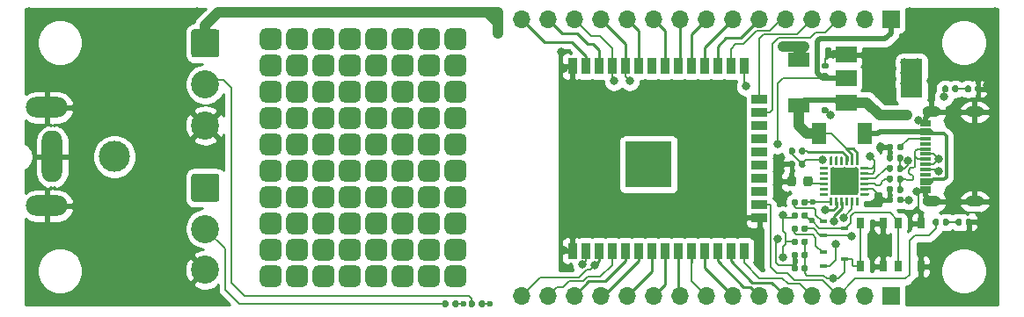
<source format=gbr>
G04 #@! TF.GenerationSoftware,KiCad,Pcbnew,(5.1.10)-1*
G04 #@! TF.CreationDate,2021-08-11T19:04:18+09:00*
G04 #@! TF.ProjectId,ESP32_LED,45535033-325f-44c4-9544-2e6b69636164,rev?*
G04 #@! TF.SameCoordinates,Original*
G04 #@! TF.FileFunction,Copper,L1,Top*
G04 #@! TF.FilePolarity,Positive*
%FSLAX46Y46*%
G04 Gerber Fmt 4.6, Leading zero omitted, Abs format (unit mm)*
G04 Created by KiCad (PCBNEW (5.1.10)-1) date 2021-08-11 19:04:18*
%MOMM*%
%LPD*%
G01*
G04 APERTURE LIST*
G04 #@! TA.AperFunction,ComponentPad*
%ADD10C,2.700000*%
G04 #@! TD*
G04 #@! TA.AperFunction,ComponentPad*
%ADD11O,2.000000X5.000000*%
G04 #@! TD*
G04 #@! TA.AperFunction,ComponentPad*
%ADD12O,4.000000X2.000000*%
G04 #@! TD*
G04 #@! TA.AperFunction,ComponentPad*
%ADD13C,3.000000*%
G04 #@! TD*
G04 #@! TA.AperFunction,SMDPad,CuDef*
%ADD14R,2.000000X1.400000*%
G04 #@! TD*
G04 #@! TA.AperFunction,SMDPad,CuDef*
%ADD15R,0.900000X1.500000*%
G04 #@! TD*
G04 #@! TA.AperFunction,SMDPad,CuDef*
%ADD16R,1.500000X0.900000*%
G04 #@! TD*
G04 #@! TA.AperFunction,SMDPad,CuDef*
%ADD17R,4.500000X4.500000*%
G04 #@! TD*
G04 #@! TA.AperFunction,SMDPad,CuDef*
%ADD18R,1.140000X0.300000*%
G04 #@! TD*
G04 #@! TA.AperFunction,ComponentPad*
%ADD19O,1.800000X1.000000*%
G04 #@! TD*
G04 #@! TA.AperFunction,SMDPad,CuDef*
%ADD20R,2.000000X3.800000*%
G04 #@! TD*
G04 #@! TA.AperFunction,SMDPad,CuDef*
%ADD21R,2.000000X1.500000*%
G04 #@! TD*
G04 #@! TA.AperFunction,SMDPad,CuDef*
%ADD22R,1.400000X2.000000*%
G04 #@! TD*
G04 #@! TA.AperFunction,SMDPad,CuDef*
%ADD23R,0.650000X1.050000*%
G04 #@! TD*
G04 #@! TA.AperFunction,SMDPad,CuDef*
%ADD24R,0.700000X0.450000*%
G04 #@! TD*
G04 #@! TA.AperFunction,ComponentPad*
%ADD25R,1.700000X1.700000*%
G04 #@! TD*
G04 #@! TA.AperFunction,ComponentPad*
%ADD26O,1.700000X1.700000*%
G04 #@! TD*
G04 #@! TA.AperFunction,ComponentPad*
%ADD27C,0.500000*%
G04 #@! TD*
G04 #@! TA.AperFunction,ViaPad*
%ADD28C,0.800000*%
G04 #@! TD*
G04 #@! TA.AperFunction,ViaPad*
%ADD29C,0.600000*%
G04 #@! TD*
G04 #@! TA.AperFunction,Conductor*
%ADD30C,0.200000*%
G04 #@! TD*
G04 #@! TA.AperFunction,Conductor*
%ADD31C,0.500000*%
G04 #@! TD*
G04 #@! TA.AperFunction,Conductor*
%ADD32C,0.300000*%
G04 #@! TD*
G04 #@! TA.AperFunction,Conductor*
%ADD33C,0.160000*%
G04 #@! TD*
G04 #@! TA.AperFunction,Conductor*
%ADD34C,0.250000*%
G04 #@! TD*
G04 #@! TA.AperFunction,Conductor*
%ADD35C,1.000000*%
G04 #@! TD*
G04 #@! TA.AperFunction,Conductor*
%ADD36C,0.550000*%
G04 #@! TD*
G04 #@! TA.AperFunction,Conductor*
%ADD37C,0.254000*%
G04 #@! TD*
G04 #@! TA.AperFunction,Conductor*
%ADD38C,0.100000*%
G04 #@! TD*
G04 APERTURE END LIST*
G04 #@! TA.AperFunction,ComponentPad*
G36*
G01*
X118330000Y-74185000D02*
X118330000Y-73135000D01*
G75*
G02*
X118855000Y-72610000I525000J0D01*
G01*
X119905000Y-72610000D01*
G75*
G02*
X120430000Y-73135000I0J-525000D01*
G01*
X120430000Y-74185000D01*
G75*
G02*
X119905000Y-74710000I-525000J0D01*
G01*
X118855000Y-74710000D01*
G75*
G02*
X118330000Y-74185000I0J525000D01*
G01*
G37*
G04 #@! TD.AperFunction*
G04 #@! TA.AperFunction,ComponentPad*
G36*
G01*
X123410000Y-74185000D02*
X123410000Y-73135000D01*
G75*
G02*
X123935000Y-72610000I525000J0D01*
G01*
X124985000Y-72610000D01*
G75*
G02*
X125510000Y-73135000I0J-525000D01*
G01*
X125510000Y-74185000D01*
G75*
G02*
X124985000Y-74710000I-525000J0D01*
G01*
X123935000Y-74710000D01*
G75*
G02*
X123410000Y-74185000I0J525000D01*
G01*
G37*
G04 #@! TD.AperFunction*
G04 #@! TA.AperFunction,ComponentPad*
G36*
G01*
X113250000Y-74185000D02*
X113250000Y-73135000D01*
G75*
G02*
X113775000Y-72610000I525000J0D01*
G01*
X114825000Y-72610000D01*
G75*
G02*
X115350000Y-73135000I0J-525000D01*
G01*
X115350000Y-74185000D01*
G75*
G02*
X114825000Y-74710000I-525000J0D01*
G01*
X113775000Y-74710000D01*
G75*
G02*
X113250000Y-74185000I0J525000D01*
G01*
G37*
G04 #@! TD.AperFunction*
G04 #@! TA.AperFunction,ComponentPad*
G36*
G01*
X128490000Y-74185000D02*
X128490000Y-73135000D01*
G75*
G02*
X129015000Y-72610000I525000J0D01*
G01*
X130065000Y-72610000D01*
G75*
G02*
X130590000Y-73135000I0J-525000D01*
G01*
X130590000Y-74185000D01*
G75*
G02*
X130065000Y-74710000I-525000J0D01*
G01*
X129015000Y-74710000D01*
G75*
G02*
X128490000Y-74185000I0J525000D01*
G01*
G37*
G04 #@! TD.AperFunction*
G04 #@! TA.AperFunction,ComponentPad*
G36*
G01*
X131030000Y-74185000D02*
X131030000Y-73135000D01*
G75*
G02*
X131555000Y-72610000I525000J0D01*
G01*
X132605000Y-72610000D01*
G75*
G02*
X133130000Y-73135000I0J-525000D01*
G01*
X133130000Y-74185000D01*
G75*
G02*
X132605000Y-74710000I-525000J0D01*
G01*
X131555000Y-74710000D01*
G75*
G02*
X131030000Y-74185000I0J525000D01*
G01*
G37*
G04 #@! TD.AperFunction*
G04 #@! TA.AperFunction,ComponentPad*
G36*
G01*
X125950000Y-74185000D02*
X125950000Y-73135000D01*
G75*
G02*
X126475000Y-72610000I525000J0D01*
G01*
X127525000Y-72610000D01*
G75*
G02*
X128050000Y-73135000I0J-525000D01*
G01*
X128050000Y-74185000D01*
G75*
G02*
X127525000Y-74710000I-525000J0D01*
G01*
X126475000Y-74710000D01*
G75*
G02*
X125950000Y-74185000I0J525000D01*
G01*
G37*
G04 #@! TD.AperFunction*
G04 #@! TA.AperFunction,ComponentPad*
G36*
G01*
X120870000Y-74185000D02*
X120870000Y-73135000D01*
G75*
G02*
X121395000Y-72610000I525000J0D01*
G01*
X122445000Y-72610000D01*
G75*
G02*
X122970000Y-73135000I0J-525000D01*
G01*
X122970000Y-74185000D01*
G75*
G02*
X122445000Y-74710000I-525000J0D01*
G01*
X121395000Y-74710000D01*
G75*
G02*
X120870000Y-74185000I0J525000D01*
G01*
G37*
G04 #@! TD.AperFunction*
G04 #@! TA.AperFunction,ComponentPad*
G36*
G01*
X115790000Y-74185000D02*
X115790000Y-73135000D01*
G75*
G02*
X116315000Y-72610000I525000J0D01*
G01*
X117365000Y-72610000D01*
G75*
G02*
X117890000Y-73135000I0J-525000D01*
G01*
X117890000Y-74185000D01*
G75*
G02*
X117365000Y-74710000I-525000J0D01*
G01*
X116315000Y-74710000D01*
G75*
G02*
X115790000Y-74185000I0J525000D01*
G01*
G37*
G04 #@! TD.AperFunction*
G04 #@! TA.AperFunction,ComponentPad*
G36*
G01*
X131030000Y-97045000D02*
X131030000Y-95995000D01*
G75*
G02*
X131555000Y-95470000I525000J0D01*
G01*
X132605000Y-95470000D01*
G75*
G02*
X133130000Y-95995000I0J-525000D01*
G01*
X133130000Y-97045000D01*
G75*
G02*
X132605000Y-97570000I-525000J0D01*
G01*
X131555000Y-97570000D01*
G75*
G02*
X131030000Y-97045000I0J525000D01*
G01*
G37*
G04 #@! TD.AperFunction*
G04 #@! TA.AperFunction,ComponentPad*
G36*
G01*
X128490000Y-97045000D02*
X128490000Y-95995000D01*
G75*
G02*
X129015000Y-95470000I525000J0D01*
G01*
X130065000Y-95470000D01*
G75*
G02*
X130590000Y-95995000I0J-525000D01*
G01*
X130590000Y-97045000D01*
G75*
G02*
X130065000Y-97570000I-525000J0D01*
G01*
X129015000Y-97570000D01*
G75*
G02*
X128490000Y-97045000I0J525000D01*
G01*
G37*
G04 #@! TD.AperFunction*
G04 #@! TA.AperFunction,ComponentPad*
G36*
G01*
X118330000Y-97045000D02*
X118330000Y-95995000D01*
G75*
G02*
X118855000Y-95470000I525000J0D01*
G01*
X119905000Y-95470000D01*
G75*
G02*
X120430000Y-95995000I0J-525000D01*
G01*
X120430000Y-97045000D01*
G75*
G02*
X119905000Y-97570000I-525000J0D01*
G01*
X118855000Y-97570000D01*
G75*
G02*
X118330000Y-97045000I0J525000D01*
G01*
G37*
G04 #@! TD.AperFunction*
G04 #@! TA.AperFunction,ComponentPad*
G36*
G01*
X120870000Y-97045000D02*
X120870000Y-95995000D01*
G75*
G02*
X121395000Y-95470000I525000J0D01*
G01*
X122445000Y-95470000D01*
G75*
G02*
X122970000Y-95995000I0J-525000D01*
G01*
X122970000Y-97045000D01*
G75*
G02*
X122445000Y-97570000I-525000J0D01*
G01*
X121395000Y-97570000D01*
G75*
G02*
X120870000Y-97045000I0J525000D01*
G01*
G37*
G04 #@! TD.AperFunction*
G04 #@! TA.AperFunction,ComponentPad*
G36*
G01*
X125950000Y-97045000D02*
X125950000Y-95995000D01*
G75*
G02*
X126475000Y-95470000I525000J0D01*
G01*
X127525000Y-95470000D01*
G75*
G02*
X128050000Y-95995000I0J-525000D01*
G01*
X128050000Y-97045000D01*
G75*
G02*
X127525000Y-97570000I-525000J0D01*
G01*
X126475000Y-97570000D01*
G75*
G02*
X125950000Y-97045000I0J525000D01*
G01*
G37*
G04 #@! TD.AperFunction*
G04 #@! TA.AperFunction,ComponentPad*
G36*
G01*
X113250000Y-97045000D02*
X113250000Y-95995000D01*
G75*
G02*
X113775000Y-95470000I525000J0D01*
G01*
X114825000Y-95470000D01*
G75*
G02*
X115350000Y-95995000I0J-525000D01*
G01*
X115350000Y-97045000D01*
G75*
G02*
X114825000Y-97570000I-525000J0D01*
G01*
X113775000Y-97570000D01*
G75*
G02*
X113250000Y-97045000I0J525000D01*
G01*
G37*
G04 #@! TD.AperFunction*
G04 #@! TA.AperFunction,ComponentPad*
G36*
G01*
X115790000Y-97045000D02*
X115790000Y-95995000D01*
G75*
G02*
X116315000Y-95470000I525000J0D01*
G01*
X117365000Y-95470000D01*
G75*
G02*
X117890000Y-95995000I0J-525000D01*
G01*
X117890000Y-97045000D01*
G75*
G02*
X117365000Y-97570000I-525000J0D01*
G01*
X116315000Y-97570000D01*
G75*
G02*
X115790000Y-97045000I0J525000D01*
G01*
G37*
G04 #@! TD.AperFunction*
G04 #@! TA.AperFunction,ComponentPad*
G36*
G01*
X123410000Y-97045000D02*
X123410000Y-95995000D01*
G75*
G02*
X123935000Y-95470000I525000J0D01*
G01*
X124985000Y-95470000D01*
G75*
G02*
X125510000Y-95995000I0J-525000D01*
G01*
X125510000Y-97045000D01*
G75*
G02*
X124985000Y-97570000I-525000J0D01*
G01*
X123935000Y-97570000D01*
G75*
G02*
X123410000Y-97045000I0J525000D01*
G01*
G37*
G04 #@! TD.AperFunction*
G04 #@! TA.AperFunction,ComponentPad*
G36*
G01*
X128490000Y-94505000D02*
X128490000Y-93455000D01*
G75*
G02*
X129015000Y-92930000I525000J0D01*
G01*
X130065000Y-92930000D01*
G75*
G02*
X130590000Y-93455000I0J-525000D01*
G01*
X130590000Y-94505000D01*
G75*
G02*
X130065000Y-95030000I-525000J0D01*
G01*
X129015000Y-95030000D01*
G75*
G02*
X128490000Y-94505000I0J525000D01*
G01*
G37*
G04 #@! TD.AperFunction*
G04 #@! TA.AperFunction,ComponentPad*
G36*
G01*
X125950000Y-94505000D02*
X125950000Y-93455000D01*
G75*
G02*
X126475000Y-92930000I525000J0D01*
G01*
X127525000Y-92930000D01*
G75*
G02*
X128050000Y-93455000I0J-525000D01*
G01*
X128050000Y-94505000D01*
G75*
G02*
X127525000Y-95030000I-525000J0D01*
G01*
X126475000Y-95030000D01*
G75*
G02*
X125950000Y-94505000I0J525000D01*
G01*
G37*
G04 #@! TD.AperFunction*
G04 #@! TA.AperFunction,ComponentPad*
G36*
G01*
X115790000Y-94505000D02*
X115790000Y-93455000D01*
G75*
G02*
X116315000Y-92930000I525000J0D01*
G01*
X117365000Y-92930000D01*
G75*
G02*
X117890000Y-93455000I0J-525000D01*
G01*
X117890000Y-94505000D01*
G75*
G02*
X117365000Y-95030000I-525000J0D01*
G01*
X116315000Y-95030000D01*
G75*
G02*
X115790000Y-94505000I0J525000D01*
G01*
G37*
G04 #@! TD.AperFunction*
G04 #@! TA.AperFunction,ComponentPad*
G36*
G01*
X131030000Y-94505000D02*
X131030000Y-93455000D01*
G75*
G02*
X131555000Y-92930000I525000J0D01*
G01*
X132605000Y-92930000D01*
G75*
G02*
X133130000Y-93455000I0J-525000D01*
G01*
X133130000Y-94505000D01*
G75*
G02*
X132605000Y-95030000I-525000J0D01*
G01*
X131555000Y-95030000D01*
G75*
G02*
X131030000Y-94505000I0J525000D01*
G01*
G37*
G04 #@! TD.AperFunction*
G04 #@! TA.AperFunction,ComponentPad*
G36*
G01*
X120870000Y-94505000D02*
X120870000Y-93455000D01*
G75*
G02*
X121395000Y-92930000I525000J0D01*
G01*
X122445000Y-92930000D01*
G75*
G02*
X122970000Y-93455000I0J-525000D01*
G01*
X122970000Y-94505000D01*
G75*
G02*
X122445000Y-95030000I-525000J0D01*
G01*
X121395000Y-95030000D01*
G75*
G02*
X120870000Y-94505000I0J525000D01*
G01*
G37*
G04 #@! TD.AperFunction*
G04 #@! TA.AperFunction,ComponentPad*
G36*
G01*
X118330000Y-94505000D02*
X118330000Y-93455000D01*
G75*
G02*
X118855000Y-92930000I525000J0D01*
G01*
X119905000Y-92930000D01*
G75*
G02*
X120430000Y-93455000I0J-525000D01*
G01*
X120430000Y-94505000D01*
G75*
G02*
X119905000Y-95030000I-525000J0D01*
G01*
X118855000Y-95030000D01*
G75*
G02*
X118330000Y-94505000I0J525000D01*
G01*
G37*
G04 #@! TD.AperFunction*
G04 #@! TA.AperFunction,ComponentPad*
G36*
G01*
X113250000Y-94505000D02*
X113250000Y-93455000D01*
G75*
G02*
X113775000Y-92930000I525000J0D01*
G01*
X114825000Y-92930000D01*
G75*
G02*
X115350000Y-93455000I0J-525000D01*
G01*
X115350000Y-94505000D01*
G75*
G02*
X114825000Y-95030000I-525000J0D01*
G01*
X113775000Y-95030000D01*
G75*
G02*
X113250000Y-94505000I0J525000D01*
G01*
G37*
G04 #@! TD.AperFunction*
G04 #@! TA.AperFunction,ComponentPad*
G36*
G01*
X115790000Y-91965000D02*
X115790000Y-90915000D01*
G75*
G02*
X116315000Y-90390000I525000J0D01*
G01*
X117365000Y-90390000D01*
G75*
G02*
X117890000Y-90915000I0J-525000D01*
G01*
X117890000Y-91965000D01*
G75*
G02*
X117365000Y-92490000I-525000J0D01*
G01*
X116315000Y-92490000D01*
G75*
G02*
X115790000Y-91965000I0J525000D01*
G01*
G37*
G04 #@! TD.AperFunction*
G04 #@! TA.AperFunction,ComponentPad*
G36*
G01*
X123410000Y-89425000D02*
X123410000Y-88375000D01*
G75*
G02*
X123935000Y-87850000I525000J0D01*
G01*
X124985000Y-87850000D01*
G75*
G02*
X125510000Y-88375000I0J-525000D01*
G01*
X125510000Y-89425000D01*
G75*
G02*
X124985000Y-89950000I-525000J0D01*
G01*
X123935000Y-89950000D01*
G75*
G02*
X123410000Y-89425000I0J525000D01*
G01*
G37*
G04 #@! TD.AperFunction*
G04 #@! TA.AperFunction,ComponentPad*
G36*
G01*
X113250000Y-89425000D02*
X113250000Y-88375000D01*
G75*
G02*
X113775000Y-87850000I525000J0D01*
G01*
X114825000Y-87850000D01*
G75*
G02*
X115350000Y-88375000I0J-525000D01*
G01*
X115350000Y-89425000D01*
G75*
G02*
X114825000Y-89950000I-525000J0D01*
G01*
X113775000Y-89950000D01*
G75*
G02*
X113250000Y-89425000I0J525000D01*
G01*
G37*
G04 #@! TD.AperFunction*
G04 #@! TA.AperFunction,ComponentPad*
G36*
G01*
X115790000Y-89425000D02*
X115790000Y-88375000D01*
G75*
G02*
X116315000Y-87850000I525000J0D01*
G01*
X117365000Y-87850000D01*
G75*
G02*
X117890000Y-88375000I0J-525000D01*
G01*
X117890000Y-89425000D01*
G75*
G02*
X117365000Y-89950000I-525000J0D01*
G01*
X116315000Y-89950000D01*
G75*
G02*
X115790000Y-89425000I0J525000D01*
G01*
G37*
G04 #@! TD.AperFunction*
G04 #@! TA.AperFunction,ComponentPad*
G36*
G01*
X113250000Y-86885000D02*
X113250000Y-85835000D01*
G75*
G02*
X113775000Y-85310000I525000J0D01*
G01*
X114825000Y-85310000D01*
G75*
G02*
X115350000Y-85835000I0J-525000D01*
G01*
X115350000Y-86885000D01*
G75*
G02*
X114825000Y-87410000I-525000J0D01*
G01*
X113775000Y-87410000D01*
G75*
G02*
X113250000Y-86885000I0J525000D01*
G01*
G37*
G04 #@! TD.AperFunction*
G04 #@! TA.AperFunction,ComponentPad*
G36*
G01*
X125950000Y-89425000D02*
X125950000Y-88375000D01*
G75*
G02*
X126475000Y-87850000I525000J0D01*
G01*
X127525000Y-87850000D01*
G75*
G02*
X128050000Y-88375000I0J-525000D01*
G01*
X128050000Y-89425000D01*
G75*
G02*
X127525000Y-89950000I-525000J0D01*
G01*
X126475000Y-89950000D01*
G75*
G02*
X125950000Y-89425000I0J525000D01*
G01*
G37*
G04 #@! TD.AperFunction*
G04 #@! TA.AperFunction,ComponentPad*
G36*
G01*
X128490000Y-86885000D02*
X128490000Y-85835000D01*
G75*
G02*
X129015000Y-85310000I525000J0D01*
G01*
X130065000Y-85310000D01*
G75*
G02*
X130590000Y-85835000I0J-525000D01*
G01*
X130590000Y-86885000D01*
G75*
G02*
X130065000Y-87410000I-525000J0D01*
G01*
X129015000Y-87410000D01*
G75*
G02*
X128490000Y-86885000I0J525000D01*
G01*
G37*
G04 #@! TD.AperFunction*
G04 #@! TA.AperFunction,ComponentPad*
G36*
G01*
X125950000Y-91965000D02*
X125950000Y-90915000D01*
G75*
G02*
X126475000Y-90390000I525000J0D01*
G01*
X127525000Y-90390000D01*
G75*
G02*
X128050000Y-90915000I0J-525000D01*
G01*
X128050000Y-91965000D01*
G75*
G02*
X127525000Y-92490000I-525000J0D01*
G01*
X126475000Y-92490000D01*
G75*
G02*
X125950000Y-91965000I0J525000D01*
G01*
G37*
G04 #@! TD.AperFunction*
G04 #@! TA.AperFunction,ComponentPad*
G36*
G01*
X128490000Y-91965000D02*
X128490000Y-90915000D01*
G75*
G02*
X129015000Y-90390000I525000J0D01*
G01*
X130065000Y-90390000D01*
G75*
G02*
X130590000Y-90915000I0J-525000D01*
G01*
X130590000Y-91965000D01*
G75*
G02*
X130065000Y-92490000I-525000J0D01*
G01*
X129015000Y-92490000D01*
G75*
G02*
X128490000Y-91965000I0J525000D01*
G01*
G37*
G04 #@! TD.AperFunction*
G04 #@! TA.AperFunction,ComponentPad*
G36*
G01*
X131030000Y-89425000D02*
X131030000Y-88375000D01*
G75*
G02*
X131555000Y-87850000I525000J0D01*
G01*
X132605000Y-87850000D01*
G75*
G02*
X133130000Y-88375000I0J-525000D01*
G01*
X133130000Y-89425000D01*
G75*
G02*
X132605000Y-89950000I-525000J0D01*
G01*
X131555000Y-89950000D01*
G75*
G02*
X131030000Y-89425000I0J525000D01*
G01*
G37*
G04 #@! TD.AperFunction*
G04 #@! TA.AperFunction,ComponentPad*
G36*
G01*
X120870000Y-89425000D02*
X120870000Y-88375000D01*
G75*
G02*
X121395000Y-87850000I525000J0D01*
G01*
X122445000Y-87850000D01*
G75*
G02*
X122970000Y-88375000I0J-525000D01*
G01*
X122970000Y-89425000D01*
G75*
G02*
X122445000Y-89950000I-525000J0D01*
G01*
X121395000Y-89950000D01*
G75*
G02*
X120870000Y-89425000I0J525000D01*
G01*
G37*
G04 #@! TD.AperFunction*
G04 #@! TA.AperFunction,ComponentPad*
G36*
G01*
X118330000Y-89425000D02*
X118330000Y-88375000D01*
G75*
G02*
X118855000Y-87850000I525000J0D01*
G01*
X119905000Y-87850000D01*
G75*
G02*
X120430000Y-88375000I0J-525000D01*
G01*
X120430000Y-89425000D01*
G75*
G02*
X119905000Y-89950000I-525000J0D01*
G01*
X118855000Y-89950000D01*
G75*
G02*
X118330000Y-89425000I0J525000D01*
G01*
G37*
G04 #@! TD.AperFunction*
G04 #@! TA.AperFunction,ComponentPad*
G36*
G01*
X131030000Y-91965000D02*
X131030000Y-90915000D01*
G75*
G02*
X131555000Y-90390000I525000J0D01*
G01*
X132605000Y-90390000D01*
G75*
G02*
X133130000Y-90915000I0J-525000D01*
G01*
X133130000Y-91965000D01*
G75*
G02*
X132605000Y-92490000I-525000J0D01*
G01*
X131555000Y-92490000D01*
G75*
G02*
X131030000Y-91965000I0J525000D01*
G01*
G37*
G04 #@! TD.AperFunction*
G04 #@! TA.AperFunction,ComponentPad*
G36*
G01*
X120870000Y-91965000D02*
X120870000Y-90915000D01*
G75*
G02*
X121395000Y-90390000I525000J0D01*
G01*
X122445000Y-90390000D01*
G75*
G02*
X122970000Y-90915000I0J-525000D01*
G01*
X122970000Y-91965000D01*
G75*
G02*
X122445000Y-92490000I-525000J0D01*
G01*
X121395000Y-92490000D01*
G75*
G02*
X120870000Y-91965000I0J525000D01*
G01*
G37*
G04 #@! TD.AperFunction*
G04 #@! TA.AperFunction,ComponentPad*
G36*
G01*
X118330000Y-91965000D02*
X118330000Y-90915000D01*
G75*
G02*
X118855000Y-90390000I525000J0D01*
G01*
X119905000Y-90390000D01*
G75*
G02*
X120430000Y-90915000I0J-525000D01*
G01*
X120430000Y-91965000D01*
G75*
G02*
X119905000Y-92490000I-525000J0D01*
G01*
X118855000Y-92490000D01*
G75*
G02*
X118330000Y-91965000I0J525000D01*
G01*
G37*
G04 #@! TD.AperFunction*
G04 #@! TA.AperFunction,ComponentPad*
G36*
G01*
X131030000Y-86885000D02*
X131030000Y-85835000D01*
G75*
G02*
X131555000Y-85310000I525000J0D01*
G01*
X132605000Y-85310000D01*
G75*
G02*
X133130000Y-85835000I0J-525000D01*
G01*
X133130000Y-86885000D01*
G75*
G02*
X132605000Y-87410000I-525000J0D01*
G01*
X131555000Y-87410000D01*
G75*
G02*
X131030000Y-86885000I0J525000D01*
G01*
G37*
G04 #@! TD.AperFunction*
G04 #@! TA.AperFunction,ComponentPad*
G36*
G01*
X118330000Y-86885000D02*
X118330000Y-85835000D01*
G75*
G02*
X118855000Y-85310000I525000J0D01*
G01*
X119905000Y-85310000D01*
G75*
G02*
X120430000Y-85835000I0J-525000D01*
G01*
X120430000Y-86885000D01*
G75*
G02*
X119905000Y-87410000I-525000J0D01*
G01*
X118855000Y-87410000D01*
G75*
G02*
X118330000Y-86885000I0J525000D01*
G01*
G37*
G04 #@! TD.AperFunction*
G04 #@! TA.AperFunction,ComponentPad*
G36*
G01*
X125950000Y-86885000D02*
X125950000Y-85835000D01*
G75*
G02*
X126475000Y-85310000I525000J0D01*
G01*
X127525000Y-85310000D01*
G75*
G02*
X128050000Y-85835000I0J-525000D01*
G01*
X128050000Y-86885000D01*
G75*
G02*
X127525000Y-87410000I-525000J0D01*
G01*
X126475000Y-87410000D01*
G75*
G02*
X125950000Y-86885000I0J525000D01*
G01*
G37*
G04 #@! TD.AperFunction*
G04 #@! TA.AperFunction,ComponentPad*
G36*
G01*
X115790000Y-86885000D02*
X115790000Y-85835000D01*
G75*
G02*
X116315000Y-85310000I525000J0D01*
G01*
X117365000Y-85310000D01*
G75*
G02*
X117890000Y-85835000I0J-525000D01*
G01*
X117890000Y-86885000D01*
G75*
G02*
X117365000Y-87410000I-525000J0D01*
G01*
X116315000Y-87410000D01*
G75*
G02*
X115790000Y-86885000I0J525000D01*
G01*
G37*
G04 #@! TD.AperFunction*
G04 #@! TA.AperFunction,ComponentPad*
G36*
G01*
X123410000Y-86885000D02*
X123410000Y-85835000D01*
G75*
G02*
X123935000Y-85310000I525000J0D01*
G01*
X124985000Y-85310000D01*
G75*
G02*
X125510000Y-85835000I0J-525000D01*
G01*
X125510000Y-86885000D01*
G75*
G02*
X124985000Y-87410000I-525000J0D01*
G01*
X123935000Y-87410000D01*
G75*
G02*
X123410000Y-86885000I0J525000D01*
G01*
G37*
G04 #@! TD.AperFunction*
G04 #@! TA.AperFunction,ComponentPad*
G36*
G01*
X123410000Y-94505000D02*
X123410000Y-93455000D01*
G75*
G02*
X123935000Y-92930000I525000J0D01*
G01*
X124985000Y-92930000D01*
G75*
G02*
X125510000Y-93455000I0J-525000D01*
G01*
X125510000Y-94505000D01*
G75*
G02*
X124985000Y-95030000I-525000J0D01*
G01*
X123935000Y-95030000D01*
G75*
G02*
X123410000Y-94505000I0J525000D01*
G01*
G37*
G04 #@! TD.AperFunction*
G04 #@! TA.AperFunction,ComponentPad*
G36*
G01*
X128490000Y-89425000D02*
X128490000Y-88375000D01*
G75*
G02*
X129015000Y-87850000I525000J0D01*
G01*
X130065000Y-87850000D01*
G75*
G02*
X130590000Y-88375000I0J-525000D01*
G01*
X130590000Y-89425000D01*
G75*
G02*
X130065000Y-89950000I-525000J0D01*
G01*
X129015000Y-89950000D01*
G75*
G02*
X128490000Y-89425000I0J525000D01*
G01*
G37*
G04 #@! TD.AperFunction*
G04 #@! TA.AperFunction,ComponentPad*
G36*
G01*
X123410000Y-91965000D02*
X123410000Y-90915000D01*
G75*
G02*
X123935000Y-90390000I525000J0D01*
G01*
X124985000Y-90390000D01*
G75*
G02*
X125510000Y-90915000I0J-525000D01*
G01*
X125510000Y-91965000D01*
G75*
G02*
X124985000Y-92490000I-525000J0D01*
G01*
X123935000Y-92490000D01*
G75*
G02*
X123410000Y-91965000I0J525000D01*
G01*
G37*
G04 #@! TD.AperFunction*
G04 #@! TA.AperFunction,ComponentPad*
G36*
G01*
X113250000Y-91965000D02*
X113250000Y-90915000D01*
G75*
G02*
X113775000Y-90390000I525000J0D01*
G01*
X114825000Y-90390000D01*
G75*
G02*
X115350000Y-90915000I0J-525000D01*
G01*
X115350000Y-91965000D01*
G75*
G02*
X114825000Y-92490000I-525000J0D01*
G01*
X113775000Y-92490000D01*
G75*
G02*
X113250000Y-91965000I0J525000D01*
G01*
G37*
G04 #@! TD.AperFunction*
G04 #@! TA.AperFunction,ComponentPad*
G36*
G01*
X120870000Y-86885000D02*
X120870000Y-85835000D01*
G75*
G02*
X121395000Y-85310000I525000J0D01*
G01*
X122445000Y-85310000D01*
G75*
G02*
X122970000Y-85835000I0J-525000D01*
G01*
X122970000Y-86885000D01*
G75*
G02*
X122445000Y-87410000I-525000J0D01*
G01*
X121395000Y-87410000D01*
G75*
G02*
X120870000Y-86885000I0J525000D01*
G01*
G37*
G04 #@! TD.AperFunction*
G04 #@! TA.AperFunction,ComponentPad*
G36*
G01*
X115790000Y-84345000D02*
X115790000Y-83295000D01*
G75*
G02*
X116315000Y-82770000I525000J0D01*
G01*
X117365000Y-82770000D01*
G75*
G02*
X117890000Y-83295000I0J-525000D01*
G01*
X117890000Y-84345000D01*
G75*
G02*
X117365000Y-84870000I-525000J0D01*
G01*
X116315000Y-84870000D01*
G75*
G02*
X115790000Y-84345000I0J525000D01*
G01*
G37*
G04 #@! TD.AperFunction*
G04 #@! TA.AperFunction,ComponentPad*
G36*
G01*
X125950000Y-84345000D02*
X125950000Y-83295000D01*
G75*
G02*
X126475000Y-82770000I525000J0D01*
G01*
X127525000Y-82770000D01*
G75*
G02*
X128050000Y-83295000I0J-525000D01*
G01*
X128050000Y-84345000D01*
G75*
G02*
X127525000Y-84870000I-525000J0D01*
G01*
X126475000Y-84870000D01*
G75*
G02*
X125950000Y-84345000I0J525000D01*
G01*
G37*
G04 #@! TD.AperFunction*
G04 #@! TA.AperFunction,ComponentPad*
G36*
G01*
X128490000Y-84345000D02*
X128490000Y-83295000D01*
G75*
G02*
X129015000Y-82770000I525000J0D01*
G01*
X130065000Y-82770000D01*
G75*
G02*
X130590000Y-83295000I0J-525000D01*
G01*
X130590000Y-84345000D01*
G75*
G02*
X130065000Y-84870000I-525000J0D01*
G01*
X129015000Y-84870000D01*
G75*
G02*
X128490000Y-84345000I0J525000D01*
G01*
G37*
G04 #@! TD.AperFunction*
G04 #@! TA.AperFunction,ComponentPad*
G36*
G01*
X131030000Y-84345000D02*
X131030000Y-83295000D01*
G75*
G02*
X131555000Y-82770000I525000J0D01*
G01*
X132605000Y-82770000D01*
G75*
G02*
X133130000Y-83295000I0J-525000D01*
G01*
X133130000Y-84345000D01*
G75*
G02*
X132605000Y-84870000I-525000J0D01*
G01*
X131555000Y-84870000D01*
G75*
G02*
X131030000Y-84345000I0J525000D01*
G01*
G37*
G04 #@! TD.AperFunction*
G04 #@! TA.AperFunction,ComponentPad*
G36*
G01*
X120870000Y-84345000D02*
X120870000Y-83295000D01*
G75*
G02*
X121395000Y-82770000I525000J0D01*
G01*
X122445000Y-82770000D01*
G75*
G02*
X122970000Y-83295000I0J-525000D01*
G01*
X122970000Y-84345000D01*
G75*
G02*
X122445000Y-84870000I-525000J0D01*
G01*
X121395000Y-84870000D01*
G75*
G02*
X120870000Y-84345000I0J525000D01*
G01*
G37*
G04 #@! TD.AperFunction*
G04 #@! TA.AperFunction,ComponentPad*
G36*
G01*
X118330000Y-84345000D02*
X118330000Y-83295000D01*
G75*
G02*
X118855000Y-82770000I525000J0D01*
G01*
X119905000Y-82770000D01*
G75*
G02*
X120430000Y-83295000I0J-525000D01*
G01*
X120430000Y-84345000D01*
G75*
G02*
X119905000Y-84870000I-525000J0D01*
G01*
X118855000Y-84870000D01*
G75*
G02*
X118330000Y-84345000I0J525000D01*
G01*
G37*
G04 #@! TD.AperFunction*
G04 #@! TA.AperFunction,ComponentPad*
G36*
G01*
X123410000Y-84345000D02*
X123410000Y-83295000D01*
G75*
G02*
X123935000Y-82770000I525000J0D01*
G01*
X124985000Y-82770000D01*
G75*
G02*
X125510000Y-83295000I0J-525000D01*
G01*
X125510000Y-84345000D01*
G75*
G02*
X124985000Y-84870000I-525000J0D01*
G01*
X123935000Y-84870000D01*
G75*
G02*
X123410000Y-84345000I0J525000D01*
G01*
G37*
G04 #@! TD.AperFunction*
G04 #@! TA.AperFunction,ComponentPad*
G36*
G01*
X113250000Y-84345000D02*
X113250000Y-83295000D01*
G75*
G02*
X113775000Y-82770000I525000J0D01*
G01*
X114825000Y-82770000D01*
G75*
G02*
X115350000Y-83295000I0J-525000D01*
G01*
X115350000Y-84345000D01*
G75*
G02*
X114825000Y-84870000I-525000J0D01*
G01*
X113775000Y-84870000D01*
G75*
G02*
X113250000Y-84345000I0J525000D01*
G01*
G37*
G04 #@! TD.AperFunction*
G04 #@! TA.AperFunction,ComponentPad*
G36*
G01*
X123410000Y-81805000D02*
X123410000Y-80755000D01*
G75*
G02*
X123935000Y-80230000I525000J0D01*
G01*
X124985000Y-80230000D01*
G75*
G02*
X125510000Y-80755000I0J-525000D01*
G01*
X125510000Y-81805000D01*
G75*
G02*
X124985000Y-82330000I-525000J0D01*
G01*
X123935000Y-82330000D01*
G75*
G02*
X123410000Y-81805000I0J525000D01*
G01*
G37*
G04 #@! TD.AperFunction*
G04 #@! TA.AperFunction,ComponentPad*
G36*
G01*
X113250000Y-81805000D02*
X113250000Y-80755000D01*
G75*
G02*
X113775000Y-80230000I525000J0D01*
G01*
X114825000Y-80230000D01*
G75*
G02*
X115350000Y-80755000I0J-525000D01*
G01*
X115350000Y-81805000D01*
G75*
G02*
X114825000Y-82330000I-525000J0D01*
G01*
X113775000Y-82330000D01*
G75*
G02*
X113250000Y-81805000I0J525000D01*
G01*
G37*
G04 #@! TD.AperFunction*
G04 #@! TA.AperFunction,ComponentPad*
G36*
G01*
X115790000Y-81805000D02*
X115790000Y-80755000D01*
G75*
G02*
X116315000Y-80230000I525000J0D01*
G01*
X117365000Y-80230000D01*
G75*
G02*
X117890000Y-80755000I0J-525000D01*
G01*
X117890000Y-81805000D01*
G75*
G02*
X117365000Y-82330000I-525000J0D01*
G01*
X116315000Y-82330000D01*
G75*
G02*
X115790000Y-81805000I0J525000D01*
G01*
G37*
G04 #@! TD.AperFunction*
G04 #@! TA.AperFunction,ComponentPad*
G36*
G01*
X125950000Y-81805000D02*
X125950000Y-80755000D01*
G75*
G02*
X126475000Y-80230000I525000J0D01*
G01*
X127525000Y-80230000D01*
G75*
G02*
X128050000Y-80755000I0J-525000D01*
G01*
X128050000Y-81805000D01*
G75*
G02*
X127525000Y-82330000I-525000J0D01*
G01*
X126475000Y-82330000D01*
G75*
G02*
X125950000Y-81805000I0J525000D01*
G01*
G37*
G04 #@! TD.AperFunction*
G04 #@! TA.AperFunction,ComponentPad*
G36*
G01*
X131030000Y-81805000D02*
X131030000Y-80755000D01*
G75*
G02*
X131555000Y-80230000I525000J0D01*
G01*
X132605000Y-80230000D01*
G75*
G02*
X133130000Y-80755000I0J-525000D01*
G01*
X133130000Y-81805000D01*
G75*
G02*
X132605000Y-82330000I-525000J0D01*
G01*
X131555000Y-82330000D01*
G75*
G02*
X131030000Y-81805000I0J525000D01*
G01*
G37*
G04 #@! TD.AperFunction*
G04 #@! TA.AperFunction,ComponentPad*
G36*
G01*
X120870000Y-81805000D02*
X120870000Y-80755000D01*
G75*
G02*
X121395000Y-80230000I525000J0D01*
G01*
X122445000Y-80230000D01*
G75*
G02*
X122970000Y-80755000I0J-525000D01*
G01*
X122970000Y-81805000D01*
G75*
G02*
X122445000Y-82330000I-525000J0D01*
G01*
X121395000Y-82330000D01*
G75*
G02*
X120870000Y-81805000I0J525000D01*
G01*
G37*
G04 #@! TD.AperFunction*
G04 #@! TA.AperFunction,ComponentPad*
G36*
G01*
X118330000Y-81805000D02*
X118330000Y-80755000D01*
G75*
G02*
X118855000Y-80230000I525000J0D01*
G01*
X119905000Y-80230000D01*
G75*
G02*
X120430000Y-80755000I0J-525000D01*
G01*
X120430000Y-81805000D01*
G75*
G02*
X119905000Y-82330000I-525000J0D01*
G01*
X118855000Y-82330000D01*
G75*
G02*
X118330000Y-81805000I0J525000D01*
G01*
G37*
G04 #@! TD.AperFunction*
G04 #@! TA.AperFunction,ComponentPad*
G36*
G01*
X128490000Y-81805000D02*
X128490000Y-80755000D01*
G75*
G02*
X129015000Y-80230000I525000J0D01*
G01*
X130065000Y-80230000D01*
G75*
G02*
X130590000Y-80755000I0J-525000D01*
G01*
X130590000Y-81805000D01*
G75*
G02*
X130065000Y-82330000I-525000J0D01*
G01*
X129015000Y-82330000D01*
G75*
G02*
X128490000Y-81805000I0J525000D01*
G01*
G37*
G04 #@! TD.AperFunction*
G04 #@! TA.AperFunction,ComponentPad*
G36*
G01*
X113250000Y-79265000D02*
X113250000Y-78215000D01*
G75*
G02*
X113775000Y-77690000I525000J0D01*
G01*
X114825000Y-77690000D01*
G75*
G02*
X115350000Y-78215000I0J-525000D01*
G01*
X115350000Y-79265000D01*
G75*
G02*
X114825000Y-79790000I-525000J0D01*
G01*
X113775000Y-79790000D01*
G75*
G02*
X113250000Y-79265000I0J525000D01*
G01*
G37*
G04 #@! TD.AperFunction*
G04 #@! TA.AperFunction,ComponentPad*
G36*
G01*
X128490000Y-79265000D02*
X128490000Y-78215000D01*
G75*
G02*
X129015000Y-77690000I525000J0D01*
G01*
X130065000Y-77690000D01*
G75*
G02*
X130590000Y-78215000I0J-525000D01*
G01*
X130590000Y-79265000D01*
G75*
G02*
X130065000Y-79790000I-525000J0D01*
G01*
X129015000Y-79790000D01*
G75*
G02*
X128490000Y-79265000I0J525000D01*
G01*
G37*
G04 #@! TD.AperFunction*
G04 #@! TA.AperFunction,ComponentPad*
G36*
G01*
X131030000Y-79265000D02*
X131030000Y-78215000D01*
G75*
G02*
X131555000Y-77690000I525000J0D01*
G01*
X132605000Y-77690000D01*
G75*
G02*
X133130000Y-78215000I0J-525000D01*
G01*
X133130000Y-79265000D01*
G75*
G02*
X132605000Y-79790000I-525000J0D01*
G01*
X131555000Y-79790000D01*
G75*
G02*
X131030000Y-79265000I0J525000D01*
G01*
G37*
G04 #@! TD.AperFunction*
G04 #@! TA.AperFunction,ComponentPad*
G36*
G01*
X118330000Y-79265000D02*
X118330000Y-78215000D01*
G75*
G02*
X118855000Y-77690000I525000J0D01*
G01*
X119905000Y-77690000D01*
G75*
G02*
X120430000Y-78215000I0J-525000D01*
G01*
X120430000Y-79265000D01*
G75*
G02*
X119905000Y-79790000I-525000J0D01*
G01*
X118855000Y-79790000D01*
G75*
G02*
X118330000Y-79265000I0J525000D01*
G01*
G37*
G04 #@! TD.AperFunction*
G04 #@! TA.AperFunction,ComponentPad*
G36*
G01*
X125950000Y-79265000D02*
X125950000Y-78215000D01*
G75*
G02*
X126475000Y-77690000I525000J0D01*
G01*
X127525000Y-77690000D01*
G75*
G02*
X128050000Y-78215000I0J-525000D01*
G01*
X128050000Y-79265000D01*
G75*
G02*
X127525000Y-79790000I-525000J0D01*
G01*
X126475000Y-79790000D01*
G75*
G02*
X125950000Y-79265000I0J525000D01*
G01*
G37*
G04 #@! TD.AperFunction*
G04 #@! TA.AperFunction,ComponentPad*
G36*
G01*
X115790000Y-79265000D02*
X115790000Y-78215000D01*
G75*
G02*
X116315000Y-77690000I525000J0D01*
G01*
X117365000Y-77690000D01*
G75*
G02*
X117890000Y-78215000I0J-525000D01*
G01*
X117890000Y-79265000D01*
G75*
G02*
X117365000Y-79790000I-525000J0D01*
G01*
X116315000Y-79790000D01*
G75*
G02*
X115790000Y-79265000I0J525000D01*
G01*
G37*
G04 #@! TD.AperFunction*
G04 #@! TA.AperFunction,ComponentPad*
G36*
G01*
X123410000Y-79265000D02*
X123410000Y-78215000D01*
G75*
G02*
X123935000Y-77690000I525000J0D01*
G01*
X124985000Y-77690000D01*
G75*
G02*
X125510000Y-78215000I0J-525000D01*
G01*
X125510000Y-79265000D01*
G75*
G02*
X124985000Y-79790000I-525000J0D01*
G01*
X123935000Y-79790000D01*
G75*
G02*
X123410000Y-79265000I0J525000D01*
G01*
G37*
G04 #@! TD.AperFunction*
G04 #@! TA.AperFunction,ComponentPad*
G36*
G01*
X120870000Y-79265000D02*
X120870000Y-78215000D01*
G75*
G02*
X121395000Y-77690000I525000J0D01*
G01*
X122445000Y-77690000D01*
G75*
G02*
X122970000Y-78215000I0J-525000D01*
G01*
X122970000Y-79265000D01*
G75*
G02*
X122445000Y-79790000I-525000J0D01*
G01*
X121395000Y-79790000D01*
G75*
G02*
X120870000Y-79265000I0J525000D01*
G01*
G37*
G04 #@! TD.AperFunction*
G04 #@! TA.AperFunction,ComponentPad*
G36*
G01*
X131030000Y-76725000D02*
X131030000Y-75675000D01*
G75*
G02*
X131555000Y-75150000I525000J0D01*
G01*
X132605000Y-75150000D01*
G75*
G02*
X133130000Y-75675000I0J-525000D01*
G01*
X133130000Y-76725000D01*
G75*
G02*
X132605000Y-77250000I-525000J0D01*
G01*
X131555000Y-77250000D01*
G75*
G02*
X131030000Y-76725000I0J525000D01*
G01*
G37*
G04 #@! TD.AperFunction*
G04 #@! TA.AperFunction,ComponentPad*
G36*
G01*
X128490000Y-76725000D02*
X128490000Y-75675000D01*
G75*
G02*
X129015000Y-75150000I525000J0D01*
G01*
X130065000Y-75150000D01*
G75*
G02*
X130590000Y-75675000I0J-525000D01*
G01*
X130590000Y-76725000D01*
G75*
G02*
X130065000Y-77250000I-525000J0D01*
G01*
X129015000Y-77250000D01*
G75*
G02*
X128490000Y-76725000I0J525000D01*
G01*
G37*
G04 #@! TD.AperFunction*
G04 #@! TA.AperFunction,ComponentPad*
G36*
G01*
X125950000Y-76725000D02*
X125950000Y-75675000D01*
G75*
G02*
X126475000Y-75150000I525000J0D01*
G01*
X127525000Y-75150000D01*
G75*
G02*
X128050000Y-75675000I0J-525000D01*
G01*
X128050000Y-76725000D01*
G75*
G02*
X127525000Y-77250000I-525000J0D01*
G01*
X126475000Y-77250000D01*
G75*
G02*
X125950000Y-76725000I0J525000D01*
G01*
G37*
G04 #@! TD.AperFunction*
G04 #@! TA.AperFunction,ComponentPad*
G36*
G01*
X123410000Y-76725000D02*
X123410000Y-75675000D01*
G75*
G02*
X123935000Y-75150000I525000J0D01*
G01*
X124985000Y-75150000D01*
G75*
G02*
X125510000Y-75675000I0J-525000D01*
G01*
X125510000Y-76725000D01*
G75*
G02*
X124985000Y-77250000I-525000J0D01*
G01*
X123935000Y-77250000D01*
G75*
G02*
X123410000Y-76725000I0J525000D01*
G01*
G37*
G04 #@! TD.AperFunction*
G04 #@! TA.AperFunction,ComponentPad*
G36*
G01*
X120870000Y-76725000D02*
X120870000Y-75675000D01*
G75*
G02*
X121395000Y-75150000I525000J0D01*
G01*
X122445000Y-75150000D01*
G75*
G02*
X122970000Y-75675000I0J-525000D01*
G01*
X122970000Y-76725000D01*
G75*
G02*
X122445000Y-77250000I-525000J0D01*
G01*
X121395000Y-77250000D01*
G75*
G02*
X120870000Y-76725000I0J525000D01*
G01*
G37*
G04 #@! TD.AperFunction*
G04 #@! TA.AperFunction,ComponentPad*
G36*
G01*
X118330000Y-76725000D02*
X118330000Y-75675000D01*
G75*
G02*
X118855000Y-75150000I525000J0D01*
G01*
X119905000Y-75150000D01*
G75*
G02*
X120430000Y-75675000I0J-525000D01*
G01*
X120430000Y-76725000D01*
G75*
G02*
X119905000Y-77250000I-525000J0D01*
G01*
X118855000Y-77250000D01*
G75*
G02*
X118330000Y-76725000I0J525000D01*
G01*
G37*
G04 #@! TD.AperFunction*
G04 #@! TA.AperFunction,ComponentPad*
G36*
G01*
X115790000Y-76725000D02*
X115790000Y-75675000D01*
G75*
G02*
X116315000Y-75150000I525000J0D01*
G01*
X117365000Y-75150000D01*
G75*
G02*
X117890000Y-75675000I0J-525000D01*
G01*
X117890000Y-76725000D01*
G75*
G02*
X117365000Y-77250000I-525000J0D01*
G01*
X116315000Y-77250000D01*
G75*
G02*
X115790000Y-76725000I0J525000D01*
G01*
G37*
G04 #@! TD.AperFunction*
G04 #@! TA.AperFunction,ComponentPad*
G36*
G01*
X113250000Y-76725000D02*
X113250000Y-75675000D01*
G75*
G02*
X113775000Y-75150000I525000J0D01*
G01*
X114825000Y-75150000D01*
G75*
G02*
X115350000Y-75675000I0J-525000D01*
G01*
X115350000Y-76725000D01*
G75*
G02*
X114825000Y-77250000I-525000J0D01*
G01*
X113775000Y-77250000D01*
G75*
G02*
X113250000Y-76725000I0J525000D01*
G01*
G37*
G04 #@! TD.AperFunction*
G04 #@! TA.AperFunction,ComponentPad*
G36*
G01*
X106900001Y-72730000D02*
X109099999Y-72730000D01*
G75*
G02*
X109350000Y-72980001I0J-250001D01*
G01*
X109350000Y-75179999D01*
G75*
G02*
X109099999Y-75430000I-250001J0D01*
G01*
X106900001Y-75430000D01*
G75*
G02*
X106650000Y-75179999I0J250001D01*
G01*
X106650000Y-72980001D01*
G75*
G02*
X106900001Y-72730000I250001J0D01*
G01*
G37*
G04 #@! TD.AperFunction*
D10*
X108000000Y-78040000D03*
X108000000Y-82000000D03*
D11*
X93250000Y-85000000D03*
D12*
X92750000Y-89750000D03*
D13*
X99250000Y-85000000D03*
D12*
X92750000Y-80250000D03*
D14*
X165100000Y-80092000D03*
X165100000Y-75692000D03*
D15*
X143322000Y-94080000D03*
X144592000Y-94080000D03*
X145862000Y-94080000D03*
X147132000Y-94080000D03*
X148402000Y-94080000D03*
X149672000Y-94080000D03*
X150942000Y-94080000D03*
X152212000Y-94080000D03*
X153482000Y-94080000D03*
X154752000Y-94080000D03*
X156022000Y-94080000D03*
X157292000Y-94080000D03*
X158562000Y-94080000D03*
X159832000Y-94080000D03*
D16*
X161332000Y-90890000D03*
X161332000Y-89620000D03*
X161332000Y-88350000D03*
X161332000Y-87080000D03*
X161332000Y-85810000D03*
X161332000Y-84540000D03*
X161332000Y-83270000D03*
X161332000Y-82000000D03*
X161332000Y-80730000D03*
X161332000Y-79460000D03*
D15*
X159832000Y-76280000D03*
X158562000Y-76280000D03*
X157292000Y-76280000D03*
X156022000Y-76280000D03*
X154752000Y-76280000D03*
X153482000Y-76280000D03*
X152212000Y-76280000D03*
X150942000Y-76280000D03*
X149672000Y-76280000D03*
X148402000Y-76280000D03*
X147132000Y-76280000D03*
X145862000Y-76280000D03*
X144592000Y-76280000D03*
X143322000Y-76280000D03*
D17*
X150662000Y-85760000D03*
D10*
X108000000Y-95920000D03*
X108000000Y-91960000D03*
G04 #@! TA.AperFunction,ComponentPad*
G36*
G01*
X106900001Y-86650000D02*
X109099999Y-86650000D01*
G75*
G02*
X109350000Y-86900001I0J-250001D01*
G01*
X109350000Y-89099999D01*
G75*
G02*
X109099999Y-89350000I-250001J0D01*
G01*
X106900001Y-89350000D01*
G75*
G02*
X106650000Y-89099999I0J250001D01*
G01*
X106650000Y-86900001D01*
G75*
G02*
X106900001Y-86650000I250001J0D01*
G01*
G37*
G04 #@! TD.AperFunction*
D18*
X177292000Y-88350000D03*
X177292000Y-86250000D03*
X177292000Y-85750000D03*
X177292000Y-85250000D03*
X177292000Y-84750000D03*
X177292000Y-84250000D03*
X177292000Y-83750000D03*
D19*
X177857000Y-89320000D03*
D18*
X177292000Y-88050000D03*
X177292000Y-86750000D03*
X177292000Y-87550000D03*
X177292000Y-87250000D03*
X177292000Y-83250000D03*
X177292000Y-82750000D03*
X177292000Y-82450000D03*
X177292000Y-81950000D03*
X177292000Y-81650000D03*
D19*
X182047000Y-89320000D03*
X177857000Y-80680000D03*
X182047000Y-80680000D03*
D20*
X175972000Y-77470000D03*
D21*
X169672000Y-77470000D03*
X169672000Y-79770000D03*
X169672000Y-75170000D03*
D22*
X167050000Y-82804000D03*
X171450000Y-82804000D03*
D23*
X174693000Y-91440000D03*
X176843000Y-91440000D03*
X176843000Y-95590000D03*
X174693000Y-95590000D03*
D24*
X167507075Y-94219000D03*
X167507075Y-95519000D03*
X169507075Y-94869000D03*
D23*
X171078000Y-95590000D03*
X173228000Y-95590000D03*
X173228000Y-91440000D03*
X171078000Y-91440000D03*
D25*
X173990000Y-98425000D03*
D26*
X171450000Y-98425000D03*
X168910000Y-98425000D03*
X166370000Y-98425000D03*
X163830000Y-98425000D03*
X161290000Y-98425000D03*
X158750000Y-98425000D03*
X156210000Y-98425000D03*
X153670000Y-98425000D03*
X151130000Y-98425000D03*
X148590000Y-98425000D03*
X146050000Y-98425000D03*
X143510000Y-98425000D03*
X140970000Y-98425000D03*
X138430000Y-98425000D03*
G04 #@! TA.AperFunction,SMDPad,CuDef*
G36*
G01*
X164851500Y-87119750D02*
X164851500Y-87632250D01*
G75*
G02*
X164632750Y-87851000I-218750J0D01*
G01*
X164195250Y-87851000D01*
G75*
G02*
X163976500Y-87632250I0J218750D01*
G01*
X163976500Y-87119750D01*
G75*
G02*
X164195250Y-86901000I218750J0D01*
G01*
X164632750Y-86901000D01*
G75*
G02*
X164851500Y-87119750I0J-218750D01*
G01*
G37*
G04 #@! TD.AperFunction*
G04 #@! TA.AperFunction,SMDPad,CuDef*
G36*
G01*
X166426500Y-87119750D02*
X166426500Y-87632250D01*
G75*
G02*
X166207750Y-87851000I-218750J0D01*
G01*
X165770250Y-87851000D01*
G75*
G02*
X165551500Y-87632250I0J218750D01*
G01*
X165551500Y-87119750D01*
G75*
G02*
X165770250Y-86901000I218750J0D01*
G01*
X166207750Y-86901000D01*
G75*
G02*
X166426500Y-87119750I0J-218750D01*
G01*
G37*
G04 #@! TD.AperFunction*
X138430000Y-71755000D03*
X140970000Y-71755000D03*
X143510000Y-71755000D03*
X146050000Y-71755000D03*
X148590000Y-71755000D03*
X151130000Y-71755000D03*
X153670000Y-71755000D03*
X156210000Y-71755000D03*
X158750000Y-71755000D03*
X161290000Y-71755000D03*
X163830000Y-71755000D03*
X166370000Y-71755000D03*
X168910000Y-71755000D03*
X171450000Y-71755000D03*
D25*
X173990000Y-71755000D03*
G04 #@! TA.AperFunction,SMDPad,CuDef*
G36*
G01*
X170829000Y-86277100D02*
X170829000Y-88474900D01*
G75*
G02*
X170577900Y-88726000I-251100J0D01*
G01*
X168380100Y-88726000D01*
G75*
G02*
X168129000Y-88474900I0J251100D01*
G01*
X168129000Y-86277100D01*
G75*
G02*
X168380100Y-86026000I251100J0D01*
G01*
X170577900Y-86026000D01*
G75*
G02*
X170829000Y-86277100I0J-251100D01*
G01*
G37*
G04 #@! TD.AperFunction*
D27*
X170579000Y-88476000D03*
X169479000Y-88476000D03*
X168379000Y-88476000D03*
X170579000Y-87376000D03*
X169479000Y-87376000D03*
X168379000Y-87376000D03*
X170579000Y-86276000D03*
X169479000Y-86276000D03*
X168379000Y-86276000D03*
G04 #@! TA.AperFunction,SMDPad,CuDef*
G36*
G01*
X171854000Y-88563500D02*
X171854000Y-88688500D01*
G75*
G02*
X171791500Y-88751000I-62500J0D01*
G01*
X171091500Y-88751000D01*
G75*
G02*
X171029000Y-88688500I0J62500D01*
G01*
X171029000Y-88563500D01*
G75*
G02*
X171091500Y-88501000I62500J0D01*
G01*
X171791500Y-88501000D01*
G75*
G02*
X171854000Y-88563500I0J-62500D01*
G01*
G37*
G04 #@! TD.AperFunction*
G04 #@! TA.AperFunction,SMDPad,CuDef*
G36*
G01*
X171854000Y-88063500D02*
X171854000Y-88188500D01*
G75*
G02*
X171791500Y-88251000I-62500J0D01*
G01*
X171091500Y-88251000D01*
G75*
G02*
X171029000Y-88188500I0J62500D01*
G01*
X171029000Y-88063500D01*
G75*
G02*
X171091500Y-88001000I62500J0D01*
G01*
X171791500Y-88001000D01*
G75*
G02*
X171854000Y-88063500I0J-62500D01*
G01*
G37*
G04 #@! TD.AperFunction*
G04 #@! TA.AperFunction,SMDPad,CuDef*
G36*
G01*
X171854000Y-87563500D02*
X171854000Y-87688500D01*
G75*
G02*
X171791500Y-87751000I-62500J0D01*
G01*
X171091500Y-87751000D01*
G75*
G02*
X171029000Y-87688500I0J62500D01*
G01*
X171029000Y-87563500D01*
G75*
G02*
X171091500Y-87501000I62500J0D01*
G01*
X171791500Y-87501000D01*
G75*
G02*
X171854000Y-87563500I0J-62500D01*
G01*
G37*
G04 #@! TD.AperFunction*
G04 #@! TA.AperFunction,SMDPad,CuDef*
G36*
G01*
X171854000Y-87063500D02*
X171854000Y-87188500D01*
G75*
G02*
X171791500Y-87251000I-62500J0D01*
G01*
X171091500Y-87251000D01*
G75*
G02*
X171029000Y-87188500I0J62500D01*
G01*
X171029000Y-87063500D01*
G75*
G02*
X171091500Y-87001000I62500J0D01*
G01*
X171791500Y-87001000D01*
G75*
G02*
X171854000Y-87063500I0J-62500D01*
G01*
G37*
G04 #@! TD.AperFunction*
G04 #@! TA.AperFunction,SMDPad,CuDef*
G36*
G01*
X171854000Y-86563500D02*
X171854000Y-86688500D01*
G75*
G02*
X171791500Y-86751000I-62500J0D01*
G01*
X171091500Y-86751000D01*
G75*
G02*
X171029000Y-86688500I0J62500D01*
G01*
X171029000Y-86563500D01*
G75*
G02*
X171091500Y-86501000I62500J0D01*
G01*
X171791500Y-86501000D01*
G75*
G02*
X171854000Y-86563500I0J-62500D01*
G01*
G37*
G04 #@! TD.AperFunction*
G04 #@! TA.AperFunction,SMDPad,CuDef*
G36*
G01*
X171854000Y-86063500D02*
X171854000Y-86188500D01*
G75*
G02*
X171791500Y-86251000I-62500J0D01*
G01*
X171091500Y-86251000D01*
G75*
G02*
X171029000Y-86188500I0J62500D01*
G01*
X171029000Y-86063500D01*
G75*
G02*
X171091500Y-86001000I62500J0D01*
G01*
X171791500Y-86001000D01*
G75*
G02*
X171854000Y-86063500I0J-62500D01*
G01*
G37*
G04 #@! TD.AperFunction*
G04 #@! TA.AperFunction,SMDPad,CuDef*
G36*
G01*
X170854000Y-85063500D02*
X170854000Y-85763500D01*
G75*
G02*
X170791500Y-85826000I-62500J0D01*
G01*
X170666500Y-85826000D01*
G75*
G02*
X170604000Y-85763500I0J62500D01*
G01*
X170604000Y-85063500D01*
G75*
G02*
X170666500Y-85001000I62500J0D01*
G01*
X170791500Y-85001000D01*
G75*
G02*
X170854000Y-85063500I0J-62500D01*
G01*
G37*
G04 #@! TD.AperFunction*
G04 #@! TA.AperFunction,SMDPad,CuDef*
G36*
G01*
X170354000Y-85063500D02*
X170354000Y-85763500D01*
G75*
G02*
X170291500Y-85826000I-62500J0D01*
G01*
X170166500Y-85826000D01*
G75*
G02*
X170104000Y-85763500I0J62500D01*
G01*
X170104000Y-85063500D01*
G75*
G02*
X170166500Y-85001000I62500J0D01*
G01*
X170291500Y-85001000D01*
G75*
G02*
X170354000Y-85063500I0J-62500D01*
G01*
G37*
G04 #@! TD.AperFunction*
G04 #@! TA.AperFunction,SMDPad,CuDef*
G36*
G01*
X169854000Y-85063500D02*
X169854000Y-85763500D01*
G75*
G02*
X169791500Y-85826000I-62500J0D01*
G01*
X169666500Y-85826000D01*
G75*
G02*
X169604000Y-85763500I0J62500D01*
G01*
X169604000Y-85063500D01*
G75*
G02*
X169666500Y-85001000I62500J0D01*
G01*
X169791500Y-85001000D01*
G75*
G02*
X169854000Y-85063500I0J-62500D01*
G01*
G37*
G04 #@! TD.AperFunction*
G04 #@! TA.AperFunction,SMDPad,CuDef*
G36*
G01*
X169354000Y-85063500D02*
X169354000Y-85763500D01*
G75*
G02*
X169291500Y-85826000I-62500J0D01*
G01*
X169166500Y-85826000D01*
G75*
G02*
X169104000Y-85763500I0J62500D01*
G01*
X169104000Y-85063500D01*
G75*
G02*
X169166500Y-85001000I62500J0D01*
G01*
X169291500Y-85001000D01*
G75*
G02*
X169354000Y-85063500I0J-62500D01*
G01*
G37*
G04 #@! TD.AperFunction*
G04 #@! TA.AperFunction,SMDPad,CuDef*
G36*
G01*
X168854000Y-85063500D02*
X168854000Y-85763500D01*
G75*
G02*
X168791500Y-85826000I-62500J0D01*
G01*
X168666500Y-85826000D01*
G75*
G02*
X168604000Y-85763500I0J62500D01*
G01*
X168604000Y-85063500D01*
G75*
G02*
X168666500Y-85001000I62500J0D01*
G01*
X168791500Y-85001000D01*
G75*
G02*
X168854000Y-85063500I0J-62500D01*
G01*
G37*
G04 #@! TD.AperFunction*
G04 #@! TA.AperFunction,SMDPad,CuDef*
G36*
G01*
X168354000Y-85063500D02*
X168354000Y-85763500D01*
G75*
G02*
X168291500Y-85826000I-62500J0D01*
G01*
X168166500Y-85826000D01*
G75*
G02*
X168104000Y-85763500I0J62500D01*
G01*
X168104000Y-85063500D01*
G75*
G02*
X168166500Y-85001000I62500J0D01*
G01*
X168291500Y-85001000D01*
G75*
G02*
X168354000Y-85063500I0J-62500D01*
G01*
G37*
G04 #@! TD.AperFunction*
G04 #@! TA.AperFunction,SMDPad,CuDef*
G36*
G01*
X167929000Y-86063500D02*
X167929000Y-86188500D01*
G75*
G02*
X167866500Y-86251000I-62500J0D01*
G01*
X167166500Y-86251000D01*
G75*
G02*
X167104000Y-86188500I0J62500D01*
G01*
X167104000Y-86063500D01*
G75*
G02*
X167166500Y-86001000I62500J0D01*
G01*
X167866500Y-86001000D01*
G75*
G02*
X167929000Y-86063500I0J-62500D01*
G01*
G37*
G04 #@! TD.AperFunction*
G04 #@! TA.AperFunction,SMDPad,CuDef*
G36*
G01*
X167929000Y-86563500D02*
X167929000Y-86688500D01*
G75*
G02*
X167866500Y-86751000I-62500J0D01*
G01*
X167166500Y-86751000D01*
G75*
G02*
X167104000Y-86688500I0J62500D01*
G01*
X167104000Y-86563500D01*
G75*
G02*
X167166500Y-86501000I62500J0D01*
G01*
X167866500Y-86501000D01*
G75*
G02*
X167929000Y-86563500I0J-62500D01*
G01*
G37*
G04 #@! TD.AperFunction*
G04 #@! TA.AperFunction,SMDPad,CuDef*
G36*
G01*
X167929000Y-87063500D02*
X167929000Y-87188500D01*
G75*
G02*
X167866500Y-87251000I-62500J0D01*
G01*
X167166500Y-87251000D01*
G75*
G02*
X167104000Y-87188500I0J62500D01*
G01*
X167104000Y-87063500D01*
G75*
G02*
X167166500Y-87001000I62500J0D01*
G01*
X167866500Y-87001000D01*
G75*
G02*
X167929000Y-87063500I0J-62500D01*
G01*
G37*
G04 #@! TD.AperFunction*
G04 #@! TA.AperFunction,SMDPad,CuDef*
G36*
G01*
X167929000Y-87563500D02*
X167929000Y-87688500D01*
G75*
G02*
X167866500Y-87751000I-62500J0D01*
G01*
X167166500Y-87751000D01*
G75*
G02*
X167104000Y-87688500I0J62500D01*
G01*
X167104000Y-87563500D01*
G75*
G02*
X167166500Y-87501000I62500J0D01*
G01*
X167866500Y-87501000D01*
G75*
G02*
X167929000Y-87563500I0J-62500D01*
G01*
G37*
G04 #@! TD.AperFunction*
G04 #@! TA.AperFunction,SMDPad,CuDef*
G36*
G01*
X167929000Y-88063500D02*
X167929000Y-88188500D01*
G75*
G02*
X167866500Y-88251000I-62500J0D01*
G01*
X167166500Y-88251000D01*
G75*
G02*
X167104000Y-88188500I0J62500D01*
G01*
X167104000Y-88063500D01*
G75*
G02*
X167166500Y-88001000I62500J0D01*
G01*
X167866500Y-88001000D01*
G75*
G02*
X167929000Y-88063500I0J-62500D01*
G01*
G37*
G04 #@! TD.AperFunction*
G04 #@! TA.AperFunction,SMDPad,CuDef*
G36*
G01*
X167929000Y-88563500D02*
X167929000Y-88688500D01*
G75*
G02*
X167866500Y-88751000I-62500J0D01*
G01*
X167166500Y-88751000D01*
G75*
G02*
X167104000Y-88688500I0J62500D01*
G01*
X167104000Y-88563500D01*
G75*
G02*
X167166500Y-88501000I62500J0D01*
G01*
X167866500Y-88501000D01*
G75*
G02*
X167929000Y-88563500I0J-62500D01*
G01*
G37*
G04 #@! TD.AperFunction*
G04 #@! TA.AperFunction,SMDPad,CuDef*
G36*
G01*
X168354000Y-88988500D02*
X168354000Y-89688500D01*
G75*
G02*
X168291500Y-89751000I-62500J0D01*
G01*
X168166500Y-89751000D01*
G75*
G02*
X168104000Y-89688500I0J62500D01*
G01*
X168104000Y-88988500D01*
G75*
G02*
X168166500Y-88926000I62500J0D01*
G01*
X168291500Y-88926000D01*
G75*
G02*
X168354000Y-88988500I0J-62500D01*
G01*
G37*
G04 #@! TD.AperFunction*
G04 #@! TA.AperFunction,SMDPad,CuDef*
G36*
G01*
X168854000Y-88988500D02*
X168854000Y-89688500D01*
G75*
G02*
X168791500Y-89751000I-62500J0D01*
G01*
X168666500Y-89751000D01*
G75*
G02*
X168604000Y-89688500I0J62500D01*
G01*
X168604000Y-88988500D01*
G75*
G02*
X168666500Y-88926000I62500J0D01*
G01*
X168791500Y-88926000D01*
G75*
G02*
X168854000Y-88988500I0J-62500D01*
G01*
G37*
G04 #@! TD.AperFunction*
G04 #@! TA.AperFunction,SMDPad,CuDef*
G36*
G01*
X169354000Y-88988500D02*
X169354000Y-89688500D01*
G75*
G02*
X169291500Y-89751000I-62500J0D01*
G01*
X169166500Y-89751000D01*
G75*
G02*
X169104000Y-89688500I0J62500D01*
G01*
X169104000Y-88988500D01*
G75*
G02*
X169166500Y-88926000I62500J0D01*
G01*
X169291500Y-88926000D01*
G75*
G02*
X169354000Y-88988500I0J-62500D01*
G01*
G37*
G04 #@! TD.AperFunction*
G04 #@! TA.AperFunction,SMDPad,CuDef*
G36*
G01*
X169854000Y-88988500D02*
X169854000Y-89688500D01*
G75*
G02*
X169791500Y-89751000I-62500J0D01*
G01*
X169666500Y-89751000D01*
G75*
G02*
X169604000Y-89688500I0J62500D01*
G01*
X169604000Y-88988500D01*
G75*
G02*
X169666500Y-88926000I62500J0D01*
G01*
X169791500Y-88926000D01*
G75*
G02*
X169854000Y-88988500I0J-62500D01*
G01*
G37*
G04 #@! TD.AperFunction*
G04 #@! TA.AperFunction,SMDPad,CuDef*
G36*
G01*
X170354000Y-88988500D02*
X170354000Y-89688500D01*
G75*
G02*
X170291500Y-89751000I-62500J0D01*
G01*
X170166500Y-89751000D01*
G75*
G02*
X170104000Y-89688500I0J62500D01*
G01*
X170104000Y-88988500D01*
G75*
G02*
X170166500Y-88926000I62500J0D01*
G01*
X170291500Y-88926000D01*
G75*
G02*
X170354000Y-88988500I0J-62500D01*
G01*
G37*
G04 #@! TD.AperFunction*
G04 #@! TA.AperFunction,SMDPad,CuDef*
G36*
G01*
X170854000Y-88988500D02*
X170854000Y-89688500D01*
G75*
G02*
X170791500Y-89751000I-62500J0D01*
G01*
X170666500Y-89751000D01*
G75*
G02*
X170604000Y-89688500I0J62500D01*
G01*
X170604000Y-88988500D01*
G75*
G02*
X170666500Y-88926000I62500J0D01*
G01*
X170791500Y-88926000D01*
G75*
G02*
X170854000Y-88988500I0J-62500D01*
G01*
G37*
G04 #@! TD.AperFunction*
D24*
X169507075Y-91918491D03*
X167507075Y-92568491D03*
X167507075Y-91268491D03*
G04 #@! TA.AperFunction,SMDPad,CuDef*
G36*
G01*
X174177500Y-84952500D02*
X174177500Y-85297500D01*
G75*
G02*
X174030000Y-85445000I-147500J0D01*
G01*
X173735000Y-85445000D01*
G75*
G02*
X173587500Y-85297500I0J147500D01*
G01*
X173587500Y-84952500D01*
G75*
G02*
X173735000Y-84805000I147500J0D01*
G01*
X174030000Y-84805000D01*
G75*
G02*
X174177500Y-84952500I0J-147500D01*
G01*
G37*
G04 #@! TD.AperFunction*
G04 #@! TA.AperFunction,SMDPad,CuDef*
G36*
G01*
X175147500Y-84952500D02*
X175147500Y-85297500D01*
G75*
G02*
X175000000Y-85445000I-147500J0D01*
G01*
X174705000Y-85445000D01*
G75*
G02*
X174557500Y-85297500I0J147500D01*
G01*
X174557500Y-84952500D01*
G75*
G02*
X174705000Y-84805000I147500J0D01*
G01*
X175000000Y-84805000D01*
G75*
G02*
X175147500Y-84952500I0J-147500D01*
G01*
G37*
G04 #@! TD.AperFunction*
G04 #@! TA.AperFunction,SMDPad,CuDef*
G36*
G01*
X175147500Y-88000500D02*
X175147500Y-88345500D01*
G75*
G02*
X175000000Y-88493000I-147500J0D01*
G01*
X174705000Y-88493000D01*
G75*
G02*
X174557500Y-88345500I0J147500D01*
G01*
X174557500Y-88000500D01*
G75*
G02*
X174705000Y-87853000I147500J0D01*
G01*
X175000000Y-87853000D01*
G75*
G02*
X175147500Y-88000500I0J-147500D01*
G01*
G37*
G04 #@! TD.AperFunction*
G04 #@! TA.AperFunction,SMDPad,CuDef*
G36*
G01*
X174177500Y-88000500D02*
X174177500Y-88345500D01*
G75*
G02*
X174030000Y-88493000I-147500J0D01*
G01*
X173735000Y-88493000D01*
G75*
G02*
X173587500Y-88345500I0J147500D01*
G01*
X173587500Y-88000500D01*
G75*
G02*
X173735000Y-87853000I147500J0D01*
G01*
X174030000Y-87853000D01*
G75*
G02*
X174177500Y-88000500I0J-147500D01*
G01*
G37*
G04 #@! TD.AperFunction*
G04 #@! TA.AperFunction,SMDPad,CuDef*
G36*
G01*
X165996000Y-94315500D02*
X165996000Y-94660500D01*
G75*
G02*
X165848500Y-94808000I-147500J0D01*
G01*
X165553500Y-94808000D01*
G75*
G02*
X165406000Y-94660500I0J147500D01*
G01*
X165406000Y-94315500D01*
G75*
G02*
X165553500Y-94168000I147500J0D01*
G01*
X165848500Y-94168000D01*
G75*
G02*
X165996000Y-94315500I0J-147500D01*
G01*
G37*
G04 #@! TD.AperFunction*
G04 #@! TA.AperFunction,SMDPad,CuDef*
G36*
G01*
X165026000Y-94315500D02*
X165026000Y-94660500D01*
G75*
G02*
X164878500Y-94808000I-147500J0D01*
G01*
X164583500Y-94808000D01*
G75*
G02*
X164436000Y-94660500I0J147500D01*
G01*
X164436000Y-94315500D01*
G75*
G02*
X164583500Y-94168000I147500J0D01*
G01*
X164878500Y-94168000D01*
G75*
G02*
X165026000Y-94315500I0J-147500D01*
G01*
G37*
G04 #@! TD.AperFunction*
G04 #@! TA.AperFunction,SMDPad,CuDef*
G36*
G01*
X165730000Y-85552500D02*
X165730000Y-85897500D01*
G75*
G02*
X165582500Y-86045000I-147500J0D01*
G01*
X165287500Y-86045000D01*
G75*
G02*
X165140000Y-85897500I0J147500D01*
G01*
X165140000Y-85552500D01*
G75*
G02*
X165287500Y-85405000I147500J0D01*
G01*
X165582500Y-85405000D01*
G75*
G02*
X165730000Y-85552500I0J-147500D01*
G01*
G37*
G04 #@! TD.AperFunction*
G04 #@! TA.AperFunction,SMDPad,CuDef*
G36*
G01*
X164760000Y-85552500D02*
X164760000Y-85897500D01*
G75*
G02*
X164612500Y-86045000I-147500J0D01*
G01*
X164317500Y-86045000D01*
G75*
G02*
X164170000Y-85897500I0J147500D01*
G01*
X164170000Y-85552500D01*
G75*
G02*
X164317500Y-85405000I147500J0D01*
G01*
X164612500Y-85405000D01*
G75*
G02*
X164760000Y-85552500I0J-147500D01*
G01*
G37*
G04 #@! TD.AperFunction*
G04 #@! TA.AperFunction,SMDPad,CuDef*
G36*
G01*
X167467500Y-79253000D02*
X167812500Y-79253000D01*
G75*
G02*
X167960000Y-79400500I0J-147500D01*
G01*
X167960000Y-79695500D01*
G75*
G02*
X167812500Y-79843000I-147500J0D01*
G01*
X167467500Y-79843000D01*
G75*
G02*
X167320000Y-79695500I0J147500D01*
G01*
X167320000Y-79400500D01*
G75*
G02*
X167467500Y-79253000I147500J0D01*
G01*
G37*
G04 #@! TD.AperFunction*
G04 #@! TA.AperFunction,SMDPad,CuDef*
G36*
G01*
X167467500Y-80223000D02*
X167812500Y-80223000D01*
G75*
G02*
X167960000Y-80370500I0J-147500D01*
G01*
X167960000Y-80665500D01*
G75*
G02*
X167812500Y-80813000I-147500J0D01*
G01*
X167467500Y-80813000D01*
G75*
G02*
X167320000Y-80665500I0J147500D01*
G01*
X167320000Y-80370500D01*
G75*
G02*
X167467500Y-80223000I147500J0D01*
G01*
G37*
G04 #@! TD.AperFunction*
G04 #@! TA.AperFunction,SMDPad,CuDef*
G36*
G01*
X167812500Y-76541000D02*
X167467500Y-76541000D01*
G75*
G02*
X167320000Y-76393500I0J147500D01*
G01*
X167320000Y-76098500D01*
G75*
G02*
X167467500Y-75951000I147500J0D01*
G01*
X167812500Y-75951000D01*
G75*
G02*
X167960000Y-76098500I0J-147500D01*
G01*
X167960000Y-76393500D01*
G75*
G02*
X167812500Y-76541000I-147500J0D01*
G01*
G37*
G04 #@! TD.AperFunction*
G04 #@! TA.AperFunction,SMDPad,CuDef*
G36*
G01*
X167812500Y-77511000D02*
X167467500Y-77511000D01*
G75*
G02*
X167320000Y-77363500I0J147500D01*
G01*
X167320000Y-77068500D01*
G75*
G02*
X167467500Y-76921000I147500J0D01*
G01*
X167812500Y-76921000D01*
G75*
G02*
X167960000Y-77068500I0J-147500D01*
G01*
X167960000Y-77363500D01*
G75*
G02*
X167812500Y-77511000I-147500J0D01*
G01*
G37*
G04 #@! TD.AperFunction*
G04 #@! TA.AperFunction,SMDPad,CuDef*
G36*
G01*
X165406000Y-90850500D02*
X165406000Y-90505500D01*
G75*
G02*
X165553500Y-90358000I147500J0D01*
G01*
X165848500Y-90358000D01*
G75*
G02*
X165996000Y-90505500I0J-147500D01*
G01*
X165996000Y-90850500D01*
G75*
G02*
X165848500Y-90998000I-147500J0D01*
G01*
X165553500Y-90998000D01*
G75*
G02*
X165406000Y-90850500I0J147500D01*
G01*
G37*
G04 #@! TD.AperFunction*
G04 #@! TA.AperFunction,SMDPad,CuDef*
G36*
G01*
X164436000Y-90850500D02*
X164436000Y-90505500D01*
G75*
G02*
X164583500Y-90358000I147500J0D01*
G01*
X164878500Y-90358000D01*
G75*
G02*
X165026000Y-90505500I0J-147500D01*
G01*
X165026000Y-90850500D01*
G75*
G02*
X164878500Y-90998000I-147500J0D01*
G01*
X164583500Y-90998000D01*
G75*
G02*
X164436000Y-90850500I0J147500D01*
G01*
G37*
G04 #@! TD.AperFunction*
G04 #@! TA.AperFunction,SMDPad,CuDef*
G36*
G01*
X165406000Y-93390500D02*
X165406000Y-93045500D01*
G75*
G02*
X165553500Y-92898000I147500J0D01*
G01*
X165848500Y-92898000D01*
G75*
G02*
X165996000Y-93045500I0J-147500D01*
G01*
X165996000Y-93390500D01*
G75*
G02*
X165848500Y-93538000I-147500J0D01*
G01*
X165553500Y-93538000D01*
G75*
G02*
X165406000Y-93390500I0J147500D01*
G01*
G37*
G04 #@! TD.AperFunction*
G04 #@! TA.AperFunction,SMDPad,CuDef*
G36*
G01*
X164436000Y-93390500D02*
X164436000Y-93045500D01*
G75*
G02*
X164583500Y-92898000I147500J0D01*
G01*
X164878500Y-92898000D01*
G75*
G02*
X165026000Y-93045500I0J-147500D01*
G01*
X165026000Y-93390500D01*
G75*
G02*
X164878500Y-93538000I-147500J0D01*
G01*
X164583500Y-93538000D01*
G75*
G02*
X164436000Y-93390500I0J147500D01*
G01*
G37*
G04 #@! TD.AperFunction*
G04 #@! TA.AperFunction,SMDPad,CuDef*
G36*
G01*
X164436000Y-92120500D02*
X164436000Y-91775500D01*
G75*
G02*
X164583500Y-91628000I147500J0D01*
G01*
X164878500Y-91628000D01*
G75*
G02*
X165026000Y-91775500I0J-147500D01*
G01*
X165026000Y-92120500D01*
G75*
G02*
X164878500Y-92268000I-147500J0D01*
G01*
X164583500Y-92268000D01*
G75*
G02*
X164436000Y-92120500I0J147500D01*
G01*
G37*
G04 #@! TD.AperFunction*
G04 #@! TA.AperFunction,SMDPad,CuDef*
G36*
G01*
X165406000Y-92120500D02*
X165406000Y-91775500D01*
G75*
G02*
X165553500Y-91628000I147500J0D01*
G01*
X165848500Y-91628000D01*
G75*
G02*
X165996000Y-91775500I0J-147500D01*
G01*
X165996000Y-92120500D01*
G75*
G02*
X165848500Y-92268000I-147500J0D01*
G01*
X165553500Y-92268000D01*
G75*
G02*
X165406000Y-92120500I0J147500D01*
G01*
G37*
G04 #@! TD.AperFunction*
G04 #@! TA.AperFunction,SMDPad,CuDef*
G36*
G01*
X165406000Y-89580500D02*
X165406000Y-89235500D01*
G75*
G02*
X165553500Y-89088000I147500J0D01*
G01*
X165848500Y-89088000D01*
G75*
G02*
X165996000Y-89235500I0J-147500D01*
G01*
X165996000Y-89580500D01*
G75*
G02*
X165848500Y-89728000I-147500J0D01*
G01*
X165553500Y-89728000D01*
G75*
G02*
X165406000Y-89580500I0J147500D01*
G01*
G37*
G04 #@! TD.AperFunction*
G04 #@! TA.AperFunction,SMDPad,CuDef*
G36*
G01*
X164436000Y-89580500D02*
X164436000Y-89235500D01*
G75*
G02*
X164583500Y-89088000I147500J0D01*
G01*
X164878500Y-89088000D01*
G75*
G02*
X165026000Y-89235500I0J-147500D01*
G01*
X165026000Y-89580500D01*
G75*
G02*
X164878500Y-89728000I-147500J0D01*
G01*
X164583500Y-89728000D01*
G75*
G02*
X164436000Y-89580500I0J147500D01*
G01*
G37*
G04 #@! TD.AperFunction*
G04 #@! TA.AperFunction,SMDPad,CuDef*
G36*
G01*
X174557500Y-86313500D02*
X174557500Y-85968500D01*
G75*
G02*
X174705000Y-85821000I147500J0D01*
G01*
X175000000Y-85821000D01*
G75*
G02*
X175147500Y-85968500I0J-147500D01*
G01*
X175147500Y-86313500D01*
G75*
G02*
X175000000Y-86461000I-147500J0D01*
G01*
X174705000Y-86461000D01*
G75*
G02*
X174557500Y-86313500I0J147500D01*
G01*
G37*
G04 #@! TD.AperFunction*
G04 #@! TA.AperFunction,SMDPad,CuDef*
G36*
G01*
X173587500Y-86313500D02*
X173587500Y-85968500D01*
G75*
G02*
X173735000Y-85821000I147500J0D01*
G01*
X174030000Y-85821000D01*
G75*
G02*
X174177500Y-85968500I0J-147500D01*
G01*
X174177500Y-86313500D01*
G75*
G02*
X174030000Y-86461000I-147500J0D01*
G01*
X173735000Y-86461000D01*
G75*
G02*
X173587500Y-86313500I0J147500D01*
G01*
G37*
G04 #@! TD.AperFunction*
G04 #@! TA.AperFunction,SMDPad,CuDef*
G36*
G01*
X173587500Y-87329500D02*
X173587500Y-86984500D01*
G75*
G02*
X173735000Y-86837000I147500J0D01*
G01*
X174030000Y-86837000D01*
G75*
G02*
X174177500Y-86984500I0J-147500D01*
G01*
X174177500Y-87329500D01*
G75*
G02*
X174030000Y-87477000I-147500J0D01*
G01*
X173735000Y-87477000D01*
G75*
G02*
X173587500Y-87329500I0J147500D01*
G01*
G37*
G04 #@! TD.AperFunction*
G04 #@! TA.AperFunction,SMDPad,CuDef*
G36*
G01*
X174557500Y-87329500D02*
X174557500Y-86984500D01*
G75*
G02*
X174705000Y-86837000I147500J0D01*
G01*
X175000000Y-86837000D01*
G75*
G02*
X175147500Y-86984500I0J-147500D01*
G01*
X175147500Y-87329500D01*
G75*
G02*
X175000000Y-87477000I-147500J0D01*
G01*
X174705000Y-87477000D01*
G75*
G02*
X174557500Y-87329500I0J147500D01*
G01*
G37*
G04 #@! TD.AperFunction*
G04 #@! TA.AperFunction,SMDPad,CuDef*
G36*
G01*
X165730000Y-84282500D02*
X165730000Y-84627500D01*
G75*
G02*
X165582500Y-84775000I-147500J0D01*
G01*
X165287500Y-84775000D01*
G75*
G02*
X165140000Y-84627500I0J147500D01*
G01*
X165140000Y-84282500D01*
G75*
G02*
X165287500Y-84135000I147500J0D01*
G01*
X165582500Y-84135000D01*
G75*
G02*
X165730000Y-84282500I0J-147500D01*
G01*
G37*
G04 #@! TD.AperFunction*
G04 #@! TA.AperFunction,SMDPad,CuDef*
G36*
G01*
X164760000Y-84282500D02*
X164760000Y-84627500D01*
G75*
G02*
X164612500Y-84775000I-147500J0D01*
G01*
X164317500Y-84775000D01*
G75*
G02*
X164170000Y-84627500I0J147500D01*
G01*
X164170000Y-84282500D01*
G75*
G02*
X164317500Y-84135000I147500J0D01*
G01*
X164612500Y-84135000D01*
G75*
G02*
X164760000Y-84282500I0J-147500D01*
G01*
G37*
G04 #@! TD.AperFunction*
G04 #@! TA.AperFunction,SMDPad,CuDef*
G36*
G01*
X133355000Y-99359500D02*
X133355000Y-99014500D01*
G75*
G02*
X133502500Y-98867000I147500J0D01*
G01*
X133797500Y-98867000D01*
G75*
G02*
X133945000Y-99014500I0J-147500D01*
G01*
X133945000Y-99359500D01*
G75*
G02*
X133797500Y-99507000I-147500J0D01*
G01*
X133502500Y-99507000D01*
G75*
G02*
X133355000Y-99359500I0J147500D01*
G01*
G37*
G04 #@! TD.AperFunction*
G04 #@! TA.AperFunction,SMDPad,CuDef*
G36*
G01*
X134325000Y-99359500D02*
X134325000Y-99014500D01*
G75*
G02*
X134472500Y-98867000I147500J0D01*
G01*
X134767500Y-98867000D01*
G75*
G02*
X134915000Y-99014500I0J-147500D01*
G01*
X134915000Y-99359500D01*
G75*
G02*
X134767500Y-99507000I-147500J0D01*
G01*
X134472500Y-99507000D01*
G75*
G02*
X134325000Y-99359500I0J147500D01*
G01*
G37*
G04 #@! TD.AperFunction*
G04 #@! TA.AperFunction,SMDPad,CuDef*
G36*
G01*
X131785000Y-99359500D02*
X131785000Y-99014500D01*
G75*
G02*
X131932500Y-98867000I147500J0D01*
G01*
X132227500Y-98867000D01*
G75*
G02*
X132375000Y-99014500I0J-147500D01*
G01*
X132375000Y-99359500D01*
G75*
G02*
X132227500Y-99507000I-147500J0D01*
G01*
X131932500Y-99507000D01*
G75*
G02*
X131785000Y-99359500I0J147500D01*
G01*
G37*
G04 #@! TD.AperFunction*
G04 #@! TA.AperFunction,SMDPad,CuDef*
G36*
G01*
X130815000Y-99359500D02*
X130815000Y-99014500D01*
G75*
G02*
X130962500Y-98867000I147500J0D01*
G01*
X131257500Y-98867000D01*
G75*
G02*
X131405000Y-99014500I0J-147500D01*
G01*
X131405000Y-99359500D01*
G75*
G02*
X131257500Y-99507000I-147500J0D01*
G01*
X130962500Y-99507000D01*
G75*
G02*
X130815000Y-99359500I0J147500D01*
G01*
G37*
G04 #@! TD.AperFunction*
G04 #@! TA.AperFunction,SMDPad,CuDef*
G36*
G01*
X173602500Y-89326500D02*
X173602500Y-88981500D01*
G75*
G02*
X173750000Y-88834000I147500J0D01*
G01*
X174045000Y-88834000D01*
G75*
G02*
X174192500Y-88981500I0J-147500D01*
G01*
X174192500Y-89326500D01*
G75*
G02*
X174045000Y-89474000I-147500J0D01*
G01*
X173750000Y-89474000D01*
G75*
G02*
X173602500Y-89326500I0J147500D01*
G01*
G37*
G04 #@! TD.AperFunction*
G04 #@! TA.AperFunction,SMDPad,CuDef*
G36*
G01*
X174572500Y-89326500D02*
X174572500Y-88981500D01*
G75*
G02*
X174720000Y-88834000I147500J0D01*
G01*
X175015000Y-88834000D01*
G75*
G02*
X175162500Y-88981500I0J-147500D01*
G01*
X175162500Y-89326500D01*
G75*
G02*
X175015000Y-89474000I-147500J0D01*
G01*
X174720000Y-89474000D01*
G75*
G02*
X174572500Y-89326500I0J147500D01*
G01*
G37*
G04 #@! TD.AperFunction*
G04 #@! TA.AperFunction,SMDPad,CuDef*
G36*
G01*
X174572500Y-84246500D02*
X174572500Y-83901500D01*
G75*
G02*
X174720000Y-83754000I147500J0D01*
G01*
X175015000Y-83754000D01*
G75*
G02*
X175162500Y-83901500I0J-147500D01*
G01*
X175162500Y-84246500D01*
G75*
G02*
X175015000Y-84394000I-147500J0D01*
G01*
X174720000Y-84394000D01*
G75*
G02*
X174572500Y-84246500I0J147500D01*
G01*
G37*
G04 #@! TD.AperFunction*
G04 #@! TA.AperFunction,SMDPad,CuDef*
G36*
G01*
X173602500Y-84246500D02*
X173602500Y-83901500D01*
G75*
G02*
X173750000Y-83754000I147500J0D01*
G01*
X174045000Y-83754000D01*
G75*
G02*
X174192500Y-83901500I0J-147500D01*
G01*
X174192500Y-84246500D01*
G75*
G02*
X174045000Y-84394000I-147500J0D01*
G01*
X173750000Y-84394000D01*
G75*
G02*
X173602500Y-84246500I0J147500D01*
G01*
G37*
G04 #@! TD.AperFunction*
G04 #@! TA.AperFunction,SMDPad,CuDef*
G36*
G01*
X181755000Y-91140500D02*
X181755000Y-91485500D01*
G75*
G02*
X181607500Y-91633000I-147500J0D01*
G01*
X181312500Y-91633000D01*
G75*
G02*
X181165000Y-91485500I0J147500D01*
G01*
X181165000Y-91140500D01*
G75*
G02*
X181312500Y-90993000I147500J0D01*
G01*
X181607500Y-90993000D01*
G75*
G02*
X181755000Y-91140500I0J-147500D01*
G01*
G37*
G04 #@! TD.AperFunction*
G04 #@! TA.AperFunction,SMDPad,CuDef*
G36*
G01*
X180785000Y-91140500D02*
X180785000Y-91485500D01*
G75*
G02*
X180637500Y-91633000I-147500J0D01*
G01*
X180342500Y-91633000D01*
G75*
G02*
X180195000Y-91485500I0J147500D01*
G01*
X180195000Y-91140500D01*
G75*
G02*
X180342500Y-90993000I147500J0D01*
G01*
X180637500Y-90993000D01*
G75*
G02*
X180785000Y-91140500I0J-147500D01*
G01*
G37*
G04 #@! TD.AperFunction*
G04 #@! TA.AperFunction,SMDPad,CuDef*
G36*
G01*
X178013000Y-91485500D02*
X178013000Y-91140500D01*
G75*
G02*
X178160500Y-90993000I147500J0D01*
G01*
X178455500Y-90993000D01*
G75*
G02*
X178603000Y-91140500I0J-147500D01*
G01*
X178603000Y-91485500D01*
G75*
G02*
X178455500Y-91633000I-147500J0D01*
G01*
X178160500Y-91633000D01*
G75*
G02*
X178013000Y-91485500I0J147500D01*
G01*
G37*
G04 #@! TD.AperFunction*
G04 #@! TA.AperFunction,SMDPad,CuDef*
G36*
G01*
X178983000Y-91485500D02*
X178983000Y-91140500D01*
G75*
G02*
X179130500Y-90993000I147500J0D01*
G01*
X179425500Y-90993000D01*
G75*
G02*
X179573000Y-91140500I0J-147500D01*
G01*
X179573000Y-91485500D01*
G75*
G02*
X179425500Y-91633000I-147500J0D01*
G01*
X179130500Y-91633000D01*
G75*
G02*
X178983000Y-91485500I0J147500D01*
G01*
G37*
G04 #@! TD.AperFunction*
G04 #@! TA.AperFunction,SMDPad,CuDef*
G36*
G01*
X182667000Y-78297500D02*
X182667000Y-78642500D01*
G75*
G02*
X182519500Y-78790000I-147500J0D01*
G01*
X182224500Y-78790000D01*
G75*
G02*
X182077000Y-78642500I0J147500D01*
G01*
X182077000Y-78297500D01*
G75*
G02*
X182224500Y-78150000I147500J0D01*
G01*
X182519500Y-78150000D01*
G75*
G02*
X182667000Y-78297500I0J-147500D01*
G01*
G37*
G04 #@! TD.AperFunction*
G04 #@! TA.AperFunction,SMDPad,CuDef*
G36*
G01*
X181697000Y-78297500D02*
X181697000Y-78642500D01*
G75*
G02*
X181549500Y-78790000I-147500J0D01*
G01*
X181254500Y-78790000D01*
G75*
G02*
X181107000Y-78642500I0J147500D01*
G01*
X181107000Y-78297500D01*
G75*
G02*
X181254500Y-78150000I147500J0D01*
G01*
X181549500Y-78150000D01*
G75*
G02*
X181697000Y-78297500I0J-147500D01*
G01*
G37*
G04 #@! TD.AperFunction*
G04 #@! TA.AperFunction,SMDPad,CuDef*
G36*
G01*
X178902000Y-78642500D02*
X178902000Y-78297500D01*
G75*
G02*
X179049500Y-78150000I147500J0D01*
G01*
X179344500Y-78150000D01*
G75*
G02*
X179492000Y-78297500I0J-147500D01*
G01*
X179492000Y-78642500D01*
G75*
G02*
X179344500Y-78790000I-147500J0D01*
G01*
X179049500Y-78790000D01*
G75*
G02*
X178902000Y-78642500I0J147500D01*
G01*
G37*
G04 #@! TD.AperFunction*
G04 #@! TA.AperFunction,SMDPad,CuDef*
G36*
G01*
X179872000Y-78642500D02*
X179872000Y-78297500D01*
G75*
G02*
X180019500Y-78150000I147500J0D01*
G01*
X180314500Y-78150000D01*
G75*
G02*
X180462000Y-78297500I0J-147500D01*
G01*
X180462000Y-78642500D01*
G75*
G02*
X180314500Y-78790000I-147500J0D01*
G01*
X180019500Y-78790000D01*
G75*
G02*
X179872000Y-78642500I0J147500D01*
G01*
G37*
G04 #@! TD.AperFunction*
G04 #@! TA.AperFunction,SMDPad,CuDef*
G36*
G01*
X165984000Y-95585500D02*
X165984000Y-95930500D01*
G75*
G02*
X165836500Y-96078000I-147500J0D01*
G01*
X165541500Y-96078000D01*
G75*
G02*
X165394000Y-95930500I0J147500D01*
G01*
X165394000Y-95585500D01*
G75*
G02*
X165541500Y-95438000I147500J0D01*
G01*
X165836500Y-95438000D01*
G75*
G02*
X165984000Y-95585500I0J-147500D01*
G01*
G37*
G04 #@! TD.AperFunction*
G04 #@! TA.AperFunction,SMDPad,CuDef*
G36*
G01*
X165014000Y-95585500D02*
X165014000Y-95930500D01*
G75*
G02*
X164866500Y-96078000I-147500J0D01*
G01*
X164571500Y-96078000D01*
G75*
G02*
X164424000Y-95930500I0J147500D01*
G01*
X164424000Y-95585500D01*
G75*
G02*
X164571500Y-95438000I147500J0D01*
G01*
X164866500Y-95438000D01*
G75*
G02*
X165014000Y-95585500I0J-147500D01*
G01*
G37*
G04 #@! TD.AperFunction*
D28*
X175260000Y-75946000D03*
X176530000Y-75946000D03*
X176530000Y-76962000D03*
X175260000Y-76962000D03*
X175260000Y-77978000D03*
X176530000Y-77978000D03*
X178550000Y-85250000D03*
X175576000Y-85371251D03*
X172720000Y-89154000D03*
X172974000Y-84074000D03*
X163068000Y-86614000D03*
X163068000Y-88138000D03*
X161290000Y-92202000D03*
X161290000Y-93472000D03*
X176468000Y-88392000D03*
X176614000Y-81534000D03*
X168402000Y-75184000D03*
X171958000Y-75184000D03*
X173482000Y-75184000D03*
X171958000Y-76708000D03*
X173482000Y-76708000D03*
X173482000Y-78232000D03*
X171958000Y-78232000D03*
X163082001Y-92964000D03*
X142500000Y-76500000D03*
X142500000Y-94000000D03*
X173101000Y-93472000D03*
X178435000Y-97282000D03*
X178435000Y-94488000D03*
X183515000Y-93091000D03*
X183261000Y-78105000D03*
X142500000Y-79000000D03*
X142500000Y-82000000D03*
X142500000Y-85000000D03*
X142500000Y-88000000D03*
X142500000Y-91000000D03*
D29*
X158572000Y-78308000D03*
D28*
X159054800Y-80721200D03*
X150774400Y-78536800D03*
X159512000Y-92100400D03*
X151028400Y-92151200D03*
X159359600Y-86156800D03*
X150876000Y-82296000D03*
X150876000Y-89408000D03*
X147320000Y-85852000D03*
X153924000Y-85852000D03*
X177800000Y-77724000D03*
X177292000Y-99060000D03*
X142240000Y-74930000D03*
X168148000Y-81026000D03*
X102870000Y-86487000D03*
X101727000Y-85344000D03*
X100711000Y-83058000D03*
X100711000Y-79248000D03*
X104267000Y-75565000D03*
X105791000Y-75565000D03*
X109156500Y-80073500D03*
X107188000Y-70993000D03*
X109474000Y-98933000D03*
X91059000Y-98933000D03*
X91059000Y-70993000D03*
X175768000Y-70993000D03*
X184023000Y-70993000D03*
X184023000Y-99060000D03*
X145438000Y-95504000D03*
X168402000Y-96774000D03*
X172000000Y-85000000D03*
X167386000Y-85344000D03*
X175514000Y-81026000D03*
X174498000Y-81026000D03*
X173482000Y-81026000D03*
X179070000Y-79248000D03*
X144272000Y-95402980D03*
X163576000Y-94742000D03*
X163576000Y-90678000D03*
X163068000Y-83820000D03*
X167640000Y-90170000D03*
X147320000Y-77724000D03*
X168459917Y-91218491D03*
X148844000Y-77724000D03*
X168656000Y-93408500D03*
D29*
X166442992Y-89408000D03*
D28*
X160020000Y-78232000D03*
D29*
X166370000Y-91186000D03*
D28*
X169418000Y-90932000D03*
X170180000Y-92710000D03*
X165608000Y-74422000D03*
X164592000Y-74422000D03*
X163576000Y-74422000D03*
X136144000Y-71120000D03*
X136144000Y-72136000D03*
X136144000Y-73152000D03*
X178550000Y-86400000D03*
X175700000Y-89200000D03*
D29*
X132842000Y-99187000D03*
X135382000Y-99187000D03*
D30*
X175972000Y-76658000D02*
X175260000Y-75946000D01*
X175972000Y-77470000D02*
X175972000Y-76658000D01*
X174852500Y-86141000D02*
X174852500Y-85125000D01*
X178562000Y-85090000D02*
X178562000Y-85344000D01*
X178562000Y-85200000D02*
X178562000Y-85438000D01*
X178050000Y-85750000D02*
X178550000Y-85250000D01*
X177292000Y-85750000D02*
X178050000Y-85750000D01*
X178050000Y-84750000D02*
X177292000Y-84750000D01*
X178550000Y-85250000D02*
X178050000Y-84750000D01*
X175576000Y-85824000D02*
X175576000Y-85371251D01*
X175259000Y-86141000D02*
X175576000Y-85824000D01*
X174852500Y-86141000D02*
X175259000Y-86141000D01*
X172720000Y-88588315D02*
X172720000Y-89154000D01*
X172257685Y-88126000D02*
X172720000Y-88588315D01*
X171441500Y-88126000D02*
X172257685Y-88126000D01*
X176522000Y-88350000D02*
X176276000Y-88596000D01*
X177292000Y-88350000D02*
X176522000Y-88350000D01*
X177292000Y-88350000D02*
X176510000Y-88350000D01*
X176510000Y-88350000D02*
X176468000Y-88392000D01*
X177292000Y-81650000D02*
X176730000Y-81650000D01*
X176730000Y-81650000D02*
X176614000Y-81534000D01*
D31*
X177292000Y-81245000D02*
X177857000Y-80680000D01*
X177292000Y-81650000D02*
X177292000Y-81245000D01*
X177292000Y-88755000D02*
X177857000Y-89320000D01*
X177292000Y-88350000D02*
X177292000Y-88755000D01*
D32*
X169432000Y-74930000D02*
X169672000Y-75170000D01*
X168402000Y-74930000D02*
X169432000Y-74930000D01*
D30*
X177292000Y-88050000D02*
X177292000Y-88350000D01*
X177292000Y-81950000D02*
X177292000Y-81650000D01*
X177857000Y-89320000D02*
X179998000Y-89320000D01*
X179998000Y-89320000D02*
X181102000Y-90424000D01*
X181102000Y-90424000D02*
X182626000Y-90424000D01*
X163179999Y-95504000D02*
X164731000Y-95504000D01*
X162875999Y-95200000D02*
X163179999Y-95504000D01*
X162875999Y-93156001D02*
X162875999Y-95200000D01*
X163068000Y-92964000D02*
X162875999Y-93156001D01*
X163082001Y-92964000D02*
X163068000Y-92964000D01*
X168402000Y-75184000D02*
X167894000Y-75184000D01*
X169658000Y-75184000D02*
X169672000Y-75170000D01*
X168402000Y-75184000D02*
X169658000Y-75184000D01*
X176593500Y-88517500D02*
X176468000Y-88392000D01*
X176593500Y-90170000D02*
X176593500Y-88517500D01*
X167640000Y-80518000D02*
X168148000Y-81026000D01*
X167640000Y-76246000D02*
X167640000Y-75692000D01*
X168402000Y-75184000D02*
X168021000Y-75184000D01*
X167640000Y-75565000D02*
X167640000Y-75692000D01*
X168021000Y-75184000D02*
X167640000Y-75565000D01*
D33*
X109156500Y-80073500D02*
X106616500Y-80073500D01*
D30*
X174852500Y-88173000D02*
X174852500Y-87157000D01*
X176126001Y-86100000D02*
X176276001Y-85950000D01*
X175900000Y-86100000D02*
X176126001Y-86100000D01*
X176276001Y-84495999D02*
X176522000Y-84250000D01*
X175700000Y-86300000D02*
X175900000Y-86100000D01*
X175700000Y-86600000D02*
X175700000Y-86300000D01*
X175850000Y-86750000D02*
X175700000Y-86600000D01*
X176522000Y-84250000D02*
X177292000Y-84250000D01*
X176000000Y-86750000D02*
X175850000Y-86750000D01*
X174852500Y-87157000D02*
X175400000Y-87157000D01*
X175400000Y-87157000D02*
X175500000Y-87257000D01*
X175500000Y-87257000D02*
X176043000Y-87257000D01*
X176043000Y-87257000D02*
X176150000Y-87150000D01*
X176150000Y-87150000D02*
X176150000Y-86900000D01*
X176150000Y-86900000D02*
X176000000Y-86750000D01*
X176276001Y-85004001D02*
X176276001Y-84900000D01*
X176522000Y-85250000D02*
X176276001Y-85004001D01*
X177292000Y-85250000D02*
X176522000Y-85250000D01*
X176276001Y-85950000D02*
X176276001Y-84900000D01*
X176276001Y-84900000D02*
X176276001Y-84495999D01*
D34*
X145862000Y-94080000D02*
X145862000Y-95080000D01*
X145862000Y-95080000D02*
X145438000Y-95504000D01*
D30*
X169507075Y-94869000D02*
X169507075Y-96176925D01*
X169507075Y-96176925D02*
X168910000Y-96774000D01*
X168910000Y-96774000D02*
X168402000Y-96774000D01*
X171078000Y-95590000D02*
X171078000Y-91440000D01*
X171078000Y-95590000D02*
X170393000Y-95590000D01*
X170393000Y-95590000D02*
X170307000Y-95504000D01*
X170307000Y-95504000D02*
X170307000Y-94996000D01*
X170180000Y-94869000D02*
X169507075Y-94869000D01*
X170307000Y-94996000D02*
X170180000Y-94869000D01*
X165701000Y-93472000D02*
X165701000Y-94742000D01*
D33*
X139279999Y-97575001D02*
X138430000Y-98425000D01*
X140195010Y-96659990D02*
X139279999Y-97575001D01*
X143962192Y-96659990D02*
X140195010Y-96659990D01*
X144718183Y-95903999D02*
X143962192Y-96659990D01*
X145038001Y-95903999D02*
X144718183Y-95903999D01*
X145438000Y-95504000D02*
X145038001Y-95903999D01*
D30*
X165701000Y-94996000D02*
X165701000Y-94488000D01*
X165701000Y-96266000D02*
X165701000Y-94996000D01*
X165909979Y-96474979D02*
X165701000Y-96266000D01*
X167525678Y-96474979D02*
X165909979Y-96474979D01*
X168402000Y-96774000D02*
X167824698Y-96774000D01*
X167824698Y-96774000D02*
X167525678Y-96474979D01*
X172212000Y-86626000D02*
X171441500Y-86626000D01*
X172396302Y-86441698D02*
X172212000Y-86626000D01*
X172122302Y-86126000D02*
X172396302Y-85852000D01*
X171441500Y-86126000D02*
X172122302Y-86126000D01*
X172396302Y-85852000D02*
X172396302Y-86441698D01*
X172396302Y-85852000D02*
X172396302Y-85396302D01*
X172396302Y-85396302D02*
X172000000Y-85000000D01*
D34*
X165354000Y-85598000D02*
X165608000Y-85852000D01*
D30*
X164465000Y-84755000D02*
X165435000Y-85725000D01*
X164465000Y-84455000D02*
X164465000Y-84755000D01*
X165435000Y-85725000D02*
X165816000Y-85344000D01*
X165816000Y-85344000D02*
X167386000Y-85344000D01*
X166239000Y-87626000D02*
X165989000Y-87376000D01*
X167516500Y-87626000D02*
X166239000Y-87626000D01*
D34*
X170229000Y-85413500D02*
X170229000Y-84779000D01*
X170729000Y-85413500D02*
X170729000Y-84623000D01*
X170328000Y-84222000D02*
X169672000Y-84222000D01*
X170729000Y-84623000D02*
X170328000Y-84222000D01*
X170229000Y-84779000D02*
X169672000Y-84222000D01*
D30*
X168254000Y-82804000D02*
X167050000Y-82804000D01*
X169672000Y-84222000D02*
X168254000Y-82804000D01*
D35*
X172928000Y-81026000D02*
X173482000Y-81026000D01*
X171672000Y-79770000D02*
X172928000Y-81026000D01*
X169672000Y-79770000D02*
X171672000Y-79770000D01*
X175514000Y-81026000D02*
X174498000Y-81026000D01*
X174498000Y-81026000D02*
X173482000Y-81026000D01*
D30*
X178943000Y-79121000D02*
X179070000Y-79248000D01*
X179070000Y-78597000D02*
X179197000Y-78470000D01*
X179070000Y-79248000D02*
X179070000Y-78597000D01*
D31*
X169672000Y-79770000D02*
X168924000Y-79770000D01*
X168702000Y-79548000D02*
X167640000Y-79548000D01*
X168924000Y-79770000D02*
X168702000Y-79548000D01*
X165644000Y-79548000D02*
X165100000Y-80092000D01*
X167640000Y-79548000D02*
X165644000Y-79548000D01*
D35*
X167050000Y-82804000D02*
X165862000Y-82804000D01*
X165100000Y-82042000D02*
X165100000Y-80092000D01*
X165862000Y-82804000D02*
X165100000Y-82042000D01*
D30*
X144592000Y-94080000D02*
X144592000Y-95082980D01*
X144592000Y-95082980D02*
X144272000Y-95402980D01*
X163576000Y-93726000D02*
X163830000Y-93472000D01*
X163576000Y-94742000D02*
X163576000Y-93726000D01*
X163576000Y-92202000D02*
X163830000Y-92456000D01*
X163576000Y-91948000D02*
X163576000Y-92202000D01*
X163576000Y-91694000D02*
X163576000Y-91948000D01*
D33*
X164731000Y-90932000D02*
X163576000Y-90932000D01*
D30*
X163576000Y-90932000D02*
X163576000Y-91694000D01*
D31*
X173990000Y-73105000D02*
X173435000Y-73660000D01*
X173990000Y-71755000D02*
X173990000Y-73105000D01*
D30*
X164731000Y-93218000D02*
X163830000Y-93218000D01*
X163830000Y-93472000D02*
X163830000Y-93218000D01*
X163830000Y-93218000D02*
X163830000Y-92456000D01*
D31*
X167386000Y-77470000D02*
X168402000Y-77470000D01*
X168402000Y-77470000D02*
X169672000Y-77470000D01*
X168023448Y-77470000D02*
X168402000Y-77470000D01*
X167386000Y-77470000D02*
X166878000Y-76962000D01*
X166878000Y-73914000D02*
X167132000Y-73660000D01*
X166878000Y-76962000D02*
X166878000Y-73914000D01*
X173435000Y-73660000D02*
X167132000Y-73660000D01*
D33*
X163576000Y-90932000D02*
X163576000Y-90678000D01*
D30*
X169672000Y-77470000D02*
X163576000Y-77470000D01*
X163068000Y-77978000D02*
X163068000Y-83820000D01*
X163576000Y-77470000D02*
X163068000Y-77978000D01*
D34*
X150942000Y-96073000D02*
X150942000Y-94080000D01*
X148590000Y-98425000D02*
X150942000Y-96073000D01*
X146327000Y-98425000D02*
X146050000Y-98425000D01*
X149672000Y-95080000D02*
X146327000Y-98425000D01*
X149672000Y-94080000D02*
X149672000Y-95080000D01*
X148402000Y-95080000D02*
X148402000Y-94080000D01*
X146454000Y-97028000D02*
X148402000Y-95080000D01*
X144907000Y-97028000D02*
X146454000Y-97028000D01*
X143510000Y-98425000D02*
X144907000Y-97028000D01*
X139279999Y-72604999D02*
X138430000Y-71755000D01*
X140658010Y-73983010D02*
X139279999Y-72604999D01*
X143295010Y-73983010D02*
X140658010Y-73983010D01*
X144592000Y-75280000D02*
X143295010Y-73983010D01*
X144592000Y-76280000D02*
X144592000Y-75280000D01*
X143764000Y-73152000D02*
X144780000Y-74168000D01*
X142367000Y-73152000D02*
X143764000Y-73152000D01*
X140970000Y-71755000D02*
X142367000Y-73152000D01*
X144780000Y-74168000D02*
X145288000Y-74168000D01*
X145862000Y-74742000D02*
X145862000Y-76280000D01*
X145288000Y-74168000D02*
X145862000Y-74742000D01*
X168410000Y-90170000D02*
X167640000Y-90170000D01*
X168729000Y-89338500D02*
X168729000Y-89851000D01*
X168729000Y-89851000D02*
X168410000Y-90170000D01*
D30*
X143510000Y-71755000D02*
X145161000Y-73406000D01*
X145161000Y-73406000D02*
X145998998Y-73406000D01*
X145998998Y-73406000D02*
X147132000Y-74539002D01*
X147132000Y-76280000D02*
X147132000Y-74930000D01*
X147132000Y-74539002D02*
X147132000Y-74930000D01*
X147132000Y-76280000D02*
X147132000Y-77536000D01*
X147132000Y-77536000D02*
X147320000Y-77724000D01*
D34*
X146050000Y-71755000D02*
X148402000Y-74107000D01*
X168459917Y-90756493D02*
X168459917Y-91218491D01*
X169229000Y-89338500D02*
X169229000Y-89987410D01*
X169229000Y-89987410D02*
X168459917Y-90756493D01*
X148402000Y-74107000D02*
X148402000Y-74676000D01*
X148402000Y-74676000D02*
X148402000Y-76280000D01*
D30*
X148402000Y-77282000D02*
X148844000Y-77724000D01*
X148402000Y-76280000D02*
X148402000Y-77282000D01*
D34*
X149672000Y-72837000D02*
X148590000Y-71755000D01*
X149672000Y-76280000D02*
X149672000Y-72837000D01*
X152212000Y-72837000D02*
X151130000Y-71755000D01*
X152212000Y-76280000D02*
X152212000Y-72837000D01*
X153670000Y-76092000D02*
X153482000Y-76280000D01*
X153670000Y-71755000D02*
X153670000Y-76092000D01*
X154752000Y-73213000D02*
X156210000Y-71755000D01*
X154752000Y-76280000D02*
X154752000Y-73213000D01*
D30*
X168656000Y-94920075D02*
X168057075Y-95519000D01*
X168656000Y-94920075D02*
X168656000Y-93408500D01*
X168057075Y-95519000D02*
X167507075Y-95519000D01*
X165701000Y-89408000D02*
X166442992Y-89408000D01*
X166442992Y-89408000D02*
X168148000Y-89408000D01*
X174693000Y-95590000D02*
X174693000Y-91440000D01*
X174693000Y-91240000D02*
X173877000Y-90424000D01*
X174693000Y-91440000D02*
X174693000Y-91240000D01*
X169632075Y-91918491D02*
X169507075Y-91918491D01*
X170118001Y-91432565D02*
X169632075Y-91918491D01*
X170118001Y-90739999D02*
X170118001Y-91432565D01*
X170434000Y-90424000D02*
X170118001Y-90739999D01*
X173877000Y-90424000D02*
X170434000Y-90424000D01*
X159832000Y-78044000D02*
X160020000Y-78232000D01*
X159832000Y-76280000D02*
X159832000Y-78044000D01*
X166209000Y-91186000D02*
X165701000Y-90678000D01*
X166370000Y-91186000D02*
X166209000Y-91186000D01*
X167102491Y-91918491D02*
X166370000Y-91186000D01*
X169507075Y-91918491D02*
X167102491Y-91918491D01*
X167507075Y-92568491D02*
X170038491Y-92568491D01*
X170038491Y-92568491D02*
X170180000Y-92710000D01*
X169418000Y-90874301D02*
X169418000Y-90932000D01*
X170229000Y-89338500D02*
X170229000Y-90063301D01*
X170229000Y-90063301D02*
X169418000Y-90874301D01*
X166511509Y-91948000D02*
X165701000Y-91948000D01*
X167132000Y-92568491D02*
X166511509Y-91948000D01*
X167132000Y-92568491D02*
X167507075Y-92568491D01*
X172502500Y-87126000D02*
X172300000Y-87126000D01*
X173487500Y-86141000D02*
X172502500Y-87126000D01*
X173882500Y-86141000D02*
X173487500Y-86141000D01*
X171441500Y-87126000D02*
X172300000Y-87126000D01*
X172426000Y-87626000D02*
X171441500Y-87626000D01*
X173100000Y-87600000D02*
X172900000Y-87800000D01*
X172900000Y-87800000D02*
X172600000Y-87800000D01*
X172600000Y-87800000D02*
X172426000Y-87626000D01*
X173100000Y-87457000D02*
X173400000Y-87157000D01*
X173100000Y-87600000D02*
X173100000Y-87457000D01*
X173882500Y-87157000D02*
X173400000Y-87157000D01*
D34*
X169729000Y-84952978D02*
X169729000Y-85413500D01*
X169277854Y-84501832D02*
X169729000Y-84952978D01*
X165944668Y-84501832D02*
X169277854Y-84501832D01*
D30*
X165897836Y-84455000D02*
X165435000Y-84455000D01*
X165944668Y-84501832D02*
X165897836Y-84455000D01*
X147132000Y-95438000D02*
X147132000Y-94080000D01*
X145992010Y-96577990D02*
X147132000Y-95438000D01*
X140970000Y-98425000D02*
X141819999Y-97575001D01*
X141819999Y-97575001D02*
X142424999Y-97575001D01*
X142424999Y-97575001D02*
X143000000Y-97000000D01*
X143000000Y-97000000D02*
X144333946Y-97000000D01*
X144333946Y-97000000D02*
X144755956Y-96577990D01*
X144755956Y-96577990D02*
X145992010Y-96577990D01*
X177292000Y-87550000D02*
X177292000Y-87250000D01*
D36*
X176341999Y-82575001D02*
X177292000Y-82575001D01*
X172700000Y-82804000D02*
X172928999Y-82575001D01*
X171450000Y-82804000D02*
X172700000Y-82804000D01*
X172928999Y-82575001D02*
X175768000Y-82575001D01*
X175768000Y-82575001D02*
X176341999Y-82575001D01*
D32*
X177292000Y-82750000D02*
X177992998Y-82750000D01*
X177992998Y-82750000D02*
X178042999Y-82800001D01*
X177692998Y-82450000D02*
X177292000Y-82450000D01*
X178042999Y-82800001D02*
X177692998Y-82450000D01*
X177292001Y-87250001D02*
X177292000Y-87250000D01*
X178020001Y-87250001D02*
X177292001Y-87250001D01*
X177720002Y-87550000D02*
X178020001Y-87250001D01*
X177292000Y-87550000D02*
X177720002Y-87550000D01*
D30*
X177292000Y-82750000D02*
X177292000Y-82450000D01*
D32*
X179100000Y-87200000D02*
X178070002Y-87200000D01*
X178070002Y-87200000D02*
X178020001Y-87250001D01*
X178042999Y-82800001D02*
X179100001Y-82800001D01*
X179100001Y-82800001D02*
X179312001Y-83012001D01*
X179312001Y-83012001D02*
X179312001Y-85450001D01*
X179312001Y-85450001D02*
X179300000Y-85462002D01*
X179300000Y-85462002D02*
X179300000Y-87000000D01*
X179300000Y-87000000D02*
X179100000Y-87200000D01*
D33*
X110490000Y-78405000D02*
X109705000Y-77620000D01*
X110490000Y-97155000D02*
X110490000Y-78405000D01*
X133350000Y-98425000D02*
X111760000Y-98425000D01*
X133650000Y-98725000D02*
X133350000Y-98425000D01*
X111760000Y-98425000D02*
X110490000Y-97155000D01*
X133650000Y-99187000D02*
X133650000Y-98725000D01*
X109705000Y-77620000D02*
X108633000Y-77620000D01*
X127254000Y-99187000D02*
X127508000Y-99187000D01*
X127508000Y-99187000D02*
X131110000Y-99187000D01*
X109937500Y-93897500D02*
X108000000Y-91960000D01*
X109937500Y-97872500D02*
X109937500Y-93897500D01*
X111252000Y-99187000D02*
X109937500Y-97872500D01*
X127508000Y-99187000D02*
X111252000Y-99187000D01*
D35*
X165100000Y-74930000D02*
X165608000Y-74422000D01*
X165100000Y-75692000D02*
X165100000Y-74930000D01*
X164592000Y-74422000D02*
X163576000Y-74422000D01*
X165608000Y-74422000D02*
X164592000Y-74422000D01*
X108000000Y-72340000D02*
X108000000Y-74080000D01*
X109220000Y-71120000D02*
X108000000Y-72340000D01*
X136144000Y-71120000D02*
X136144000Y-72136000D01*
X136144000Y-72136000D02*
X136144000Y-73152000D01*
X136144000Y-73152000D02*
X136144000Y-73152000D01*
X136144000Y-72136000D02*
X135128000Y-71120000D01*
X135128000Y-71120000D02*
X109220000Y-71120000D01*
X136144000Y-71120000D02*
X135128000Y-71120000D01*
D30*
X177292000Y-86250000D02*
X178400000Y-86250000D01*
X178400000Y-86250000D02*
X178550000Y-86400000D01*
X174911851Y-89198351D02*
X174867500Y-89154000D01*
X175301649Y-89200000D02*
X175300000Y-89198351D01*
X175700000Y-89200000D02*
X175301649Y-89200000D01*
X175412864Y-89198351D02*
X175300000Y-89198351D01*
X175300000Y-89198351D02*
X174911851Y-89198351D01*
D34*
X174929500Y-84012000D02*
X174867500Y-84074000D01*
D30*
X175691500Y-83250000D02*
X177292000Y-83250000D01*
X174867500Y-84074000D02*
X175691500Y-83250000D01*
X164731000Y-92368000D02*
X164731000Y-91948000D01*
X167382075Y-94219000D02*
X166751000Y-93587925D01*
X167507075Y-94219000D02*
X167382075Y-94219000D01*
X166751000Y-93587925D02*
X166751000Y-92837000D01*
X166751000Y-92837000D02*
X166442010Y-92528010D01*
X166442010Y-92528010D02*
X164891010Y-92528010D01*
X164891010Y-92528010D02*
X164731000Y-92368000D01*
X167507075Y-91268491D02*
X167382075Y-91268491D01*
X167382075Y-91268491D02*
X166747584Y-90634000D01*
X164731000Y-89828000D02*
X164731000Y-89408000D01*
X166747584Y-90634000D02*
X166747584Y-90170000D01*
X166747584Y-90170000D02*
X166565594Y-89988010D01*
X166565594Y-89988010D02*
X164891010Y-89988010D01*
X164891010Y-89988010D02*
X164731000Y-89828000D01*
X179324000Y-91313000D02*
X180594000Y-91313000D01*
X180167000Y-78470000D02*
X181402000Y-78470000D01*
X162282000Y-89620000D02*
X161332000Y-89620000D01*
X162382001Y-89720001D02*
X162282000Y-89620000D01*
X167359989Y-96874989D02*
X164700000Y-96874989D01*
X164700000Y-96874989D02*
X164025011Y-96200000D01*
X164025011Y-96200000D02*
X162982001Y-96200000D01*
X162982001Y-96200000D02*
X162382001Y-95600000D01*
X162382001Y-95600000D02*
X162382001Y-89720001D01*
X175387000Y-96774000D02*
X170561000Y-96774000D01*
X175788002Y-96372998D02*
X175387000Y-96774000D01*
X175788002Y-93070998D02*
X175788002Y-96372998D01*
X176276000Y-92583000D02*
X175788002Y-93070998D01*
X177673000Y-92583000D02*
X178308000Y-91948000D01*
X176276000Y-92583000D02*
X177673000Y-92583000D01*
X178308000Y-91313000D02*
X178308000Y-91948000D01*
X167359989Y-96874989D02*
X168910000Y-98425000D01*
X168910000Y-98425000D02*
X170561000Y-96774000D01*
X159840019Y-95250000D02*
X161290000Y-96699981D01*
X165520001Y-97575001D02*
X166370000Y-98425000D01*
X159832000Y-94080000D02*
X159832000Y-95250000D01*
X161290000Y-96699981D02*
X163501981Y-96699981D01*
X165219999Y-97274999D02*
X165520001Y-97575001D01*
X164076999Y-97274999D02*
X165219999Y-97274999D01*
X159832000Y-95250000D02*
X159840019Y-95250000D01*
X163501981Y-96699981D02*
X164076999Y-97274999D01*
D34*
X158562000Y-95080000D02*
X158562000Y-94080000D01*
X160606991Y-97124991D02*
X158562000Y-95080000D01*
X162529991Y-97124991D02*
X160606991Y-97124991D01*
X163830000Y-98425000D02*
X162529991Y-97124991D01*
X157292000Y-95080000D02*
X157292000Y-94080000D01*
X159787001Y-97575001D02*
X157292000Y-95080000D01*
X160440001Y-97575001D02*
X159787001Y-97575001D01*
X161290000Y-98425000D02*
X160440001Y-97575001D01*
X156022000Y-95697000D02*
X158750000Y-98425000D01*
X156022000Y-94080000D02*
X156022000Y-95697000D01*
D33*
X132080000Y-99187000D02*
X132842000Y-99187000D01*
X132842000Y-99187000D02*
X132842000Y-99187000D01*
D34*
X154752000Y-95080000D02*
X154752000Y-94080000D01*
D30*
X154752000Y-96967000D02*
X154752000Y-95250000D01*
X156210000Y-98425000D02*
X154752000Y-96967000D01*
D34*
X154752000Y-95250000D02*
X154752000Y-95080000D01*
D33*
X134620000Y-99187000D02*
X135382000Y-99187000D01*
X135382000Y-99187000D02*
X135382000Y-99187000D01*
D34*
X153482000Y-98237000D02*
X153670000Y-98425000D01*
X153482000Y-94080000D02*
X153482000Y-98237000D01*
X152212000Y-97343000D02*
X151130000Y-98425000D01*
X152212000Y-94080000D02*
X152212000Y-97343000D01*
X156022000Y-74483000D02*
X156022000Y-76280000D01*
X158750000Y-71755000D02*
X156022000Y-74483000D01*
X157292000Y-76280000D02*
X157292000Y-74356000D01*
X158115000Y-73533000D02*
X159512000Y-73533000D01*
X157292000Y-74356000D02*
X158115000Y-73533000D01*
X161290000Y-71755000D02*
X159512000Y-73533000D01*
D30*
X156972000Y-76600000D02*
X157292000Y-76280000D01*
D33*
X163449000Y-71755000D02*
X163830000Y-71755000D01*
X161036000Y-72898000D02*
X162306000Y-72898000D01*
X159766000Y-74168000D02*
X161036000Y-72898000D01*
X162306000Y-72898000D02*
X163449000Y-71755000D01*
X159004000Y-74168000D02*
X159766000Y-74168000D01*
X158562000Y-74610000D02*
X159004000Y-74168000D01*
X158562000Y-76280000D02*
X158562000Y-74610000D01*
X164906990Y-73218010D02*
X165290500Y-72834500D01*
X165290500Y-72834500D02*
X166370000Y-71755000D01*
X161731990Y-73218010D02*
X164906990Y-73218010D01*
X161332000Y-73618000D02*
X161731990Y-73218010D01*
X161332000Y-79460000D02*
X161332000Y-73618000D01*
X166200182Y-73538020D02*
X166713202Y-73025000D01*
X163189980Y-73538020D02*
X166200182Y-73538020D01*
X167640000Y-73025000D02*
X168910000Y-71755000D01*
X162560000Y-74168000D02*
X163189980Y-73538020D01*
X166713202Y-73025000D02*
X167640000Y-73025000D01*
X161332000Y-80730000D02*
X162348000Y-80730000D01*
X162560000Y-80518000D02*
X162560000Y-74168000D01*
X162348000Y-80730000D02*
X162560000Y-80518000D01*
D37*
X184290001Y-99290000D02*
X175476595Y-99290000D01*
X175478072Y-99275000D01*
X175478072Y-97575000D01*
X175471106Y-97504272D01*
X175531085Y-97498365D01*
X175669633Y-97456337D01*
X175797320Y-97388087D01*
X175909238Y-97296238D01*
X175932259Y-97268187D01*
X176282189Y-96918257D01*
X176310240Y-96895236D01*
X176402089Y-96783318D01*
X176423244Y-96743740D01*
X176518000Y-96753072D01*
X176557250Y-96750000D01*
X176716000Y-96591250D01*
X176716000Y-95717000D01*
X176970000Y-95717000D01*
X176970000Y-96591250D01*
X177128750Y-96750000D01*
X177168000Y-96753072D01*
X177292482Y-96740812D01*
X177412180Y-96704502D01*
X177522494Y-96645537D01*
X177619185Y-96566185D01*
X177698537Y-96469494D01*
X177757502Y-96359180D01*
X177793812Y-96239482D01*
X177806072Y-96115000D01*
X177803000Y-95875750D01*
X177707122Y-95779872D01*
X178765000Y-95779872D01*
X178765000Y-96220128D01*
X178850890Y-96651925D01*
X179019369Y-97058669D01*
X179263962Y-97424729D01*
X179575271Y-97736038D01*
X179941331Y-97980631D01*
X180348075Y-98149110D01*
X180779872Y-98235000D01*
X181220128Y-98235000D01*
X181651925Y-98149110D01*
X182058669Y-97980631D01*
X182424729Y-97736038D01*
X182736038Y-97424729D01*
X182980631Y-97058669D01*
X183149110Y-96651925D01*
X183235000Y-96220128D01*
X183235000Y-95779872D01*
X183149110Y-95348075D01*
X182980631Y-94941331D01*
X182736038Y-94575271D01*
X182424729Y-94263962D01*
X182058669Y-94019369D01*
X181651925Y-93850890D01*
X181220128Y-93765000D01*
X180779872Y-93765000D01*
X180348075Y-93850890D01*
X179941331Y-94019369D01*
X179575271Y-94263962D01*
X179263962Y-94575271D01*
X179019369Y-94941331D01*
X178850890Y-95348075D01*
X178765000Y-95779872D01*
X177707122Y-95779872D01*
X177644250Y-95717000D01*
X176970000Y-95717000D01*
X176716000Y-95717000D01*
X176696000Y-95717000D01*
X176696000Y-95463000D01*
X176716000Y-95463000D01*
X176716000Y-94588750D01*
X176970000Y-94588750D01*
X176970000Y-95463000D01*
X177644250Y-95463000D01*
X177803000Y-95304250D01*
X177806072Y-95065000D01*
X177793812Y-94940518D01*
X177757502Y-94820820D01*
X177698537Y-94710506D01*
X177619185Y-94613815D01*
X177522494Y-94534463D01*
X177412180Y-94475498D01*
X177292482Y-94439188D01*
X177168000Y-94426928D01*
X177128750Y-94430000D01*
X176970000Y-94588750D01*
X176716000Y-94588750D01*
X176557250Y-94430000D01*
X176523002Y-94427319D01*
X176523002Y-93375444D01*
X176580446Y-93318000D01*
X177636895Y-93318000D01*
X177673000Y-93321556D01*
X177709105Y-93318000D01*
X177817085Y-93307365D01*
X177955633Y-93265337D01*
X178083320Y-93197087D01*
X178195238Y-93105238D01*
X178218258Y-93077188D01*
X178802193Y-92493254D01*
X178830238Y-92470238D01*
X178922087Y-92358320D01*
X178937860Y-92328811D01*
X178976854Y-92255859D01*
X178977243Y-92255977D01*
X179130500Y-92271072D01*
X179425500Y-92271072D01*
X179578757Y-92255977D01*
X179726125Y-92211274D01*
X179861940Y-92138679D01*
X179884000Y-92120575D01*
X179906060Y-92138679D01*
X180041875Y-92211274D01*
X180189243Y-92255977D01*
X180342500Y-92271072D01*
X180637500Y-92271072D01*
X180790757Y-92255977D01*
X180913684Y-92218688D01*
X180920820Y-92222502D01*
X181040518Y-92258812D01*
X181165000Y-92271072D01*
X181174250Y-92268000D01*
X181333000Y-92109250D01*
X181333000Y-91842763D01*
X181363274Y-91786125D01*
X181407977Y-91638757D01*
X181423072Y-91485500D01*
X181423072Y-91440000D01*
X181587000Y-91440000D01*
X181587000Y-92109250D01*
X181745750Y-92268000D01*
X181755000Y-92271072D01*
X181879482Y-92258812D01*
X181999180Y-92222502D01*
X182109494Y-92163537D01*
X182206185Y-92084185D01*
X182285537Y-91987494D01*
X182344502Y-91877180D01*
X182380812Y-91757482D01*
X182393072Y-91633000D01*
X182390000Y-91598750D01*
X182231250Y-91440000D01*
X181587000Y-91440000D01*
X181423072Y-91440000D01*
X181423072Y-91166000D01*
X181587000Y-91166000D01*
X181587000Y-91186000D01*
X182231250Y-91186000D01*
X182390000Y-91027250D01*
X182393072Y-90993000D01*
X182380812Y-90868518D01*
X182344502Y-90748820D01*
X182285537Y-90638506D01*
X182206185Y-90541815D01*
X182109494Y-90462463D01*
X182095532Y-90455000D01*
X182574000Y-90455000D01*
X182792987Y-90408415D01*
X182998678Y-90320003D01*
X183183169Y-90193161D01*
X183339369Y-90032764D01*
X183461276Y-89844976D01*
X183541119Y-89621874D01*
X183414954Y-89447000D01*
X182174000Y-89447000D01*
X182174000Y-89467000D01*
X181920000Y-89467000D01*
X181920000Y-89447000D01*
X180679046Y-89447000D01*
X180552881Y-89621874D01*
X180632724Y-89844976D01*
X180754631Y-90032764D01*
X180910831Y-90193161D01*
X181095322Y-90320003D01*
X181301013Y-90408415D01*
X181332998Y-90415219D01*
X181332998Y-90516748D01*
X181174250Y-90358000D01*
X181165000Y-90354928D01*
X181040518Y-90367188D01*
X180920820Y-90403498D01*
X180913684Y-90407312D01*
X180790757Y-90370023D01*
X180637500Y-90354928D01*
X180342500Y-90354928D01*
X180189243Y-90370023D01*
X180041875Y-90414726D01*
X179906060Y-90487321D01*
X179884000Y-90505425D01*
X179861940Y-90487321D01*
X179726125Y-90414726D01*
X179578757Y-90370023D01*
X179425500Y-90354928D01*
X179130500Y-90354928D01*
X178977243Y-90370023D01*
X178829875Y-90414726D01*
X178793000Y-90434436D01*
X178756125Y-90414726D01*
X178657739Y-90384881D01*
X178808678Y-90320003D01*
X178993169Y-90193161D01*
X179149369Y-90032764D01*
X179271276Y-89844976D01*
X179351119Y-89621874D01*
X179224954Y-89447000D01*
X177984000Y-89447000D01*
X177984000Y-89467000D01*
X177730000Y-89467000D01*
X177730000Y-89447000D01*
X177710000Y-89447000D01*
X177710000Y-89193000D01*
X177730000Y-89193000D01*
X177730000Y-89173000D01*
X177984000Y-89173000D01*
X177984000Y-89193000D01*
X179224954Y-89193000D01*
X179351119Y-89018126D01*
X180552881Y-89018126D01*
X180679046Y-89193000D01*
X181920000Y-89193000D01*
X181920000Y-88185000D01*
X182174000Y-88185000D01*
X182174000Y-89193000D01*
X183414954Y-89193000D01*
X183541119Y-89018126D01*
X183461276Y-88795024D01*
X183339369Y-88607236D01*
X183183169Y-88446839D01*
X182998678Y-88319997D01*
X182792987Y-88231585D01*
X182574000Y-88185000D01*
X182174000Y-88185000D01*
X181920000Y-88185000D01*
X181520000Y-88185000D01*
X181301013Y-88231585D01*
X181095322Y-88319997D01*
X180910831Y-88446839D01*
X180754631Y-88607236D01*
X180632724Y-88795024D01*
X180552881Y-89018126D01*
X179351119Y-89018126D01*
X179271276Y-88795024D01*
X179149369Y-88607236D01*
X179071929Y-88527716D01*
X179112681Y-88486964D01*
X179217741Y-88329731D01*
X179290108Y-88155022D01*
X179327000Y-87969552D01*
X179327000Y-87951462D01*
X179401860Y-87928754D01*
X179538233Y-87855862D01*
X179657764Y-87757764D01*
X179682348Y-87727809D01*
X179827806Y-87582350D01*
X179857764Y-87557764D01*
X179955862Y-87438233D01*
X180028754Y-87301860D01*
X180044789Y-87249000D01*
X180073642Y-87153887D01*
X180082396Y-87065000D01*
X180085000Y-87038561D01*
X180085000Y-87038556D01*
X180088797Y-87000000D01*
X180085000Y-86961444D01*
X180085000Y-85606007D01*
X180085643Y-85603887D01*
X180093116Y-85528002D01*
X180097001Y-85488562D01*
X180097001Y-85488556D01*
X180100798Y-85450001D01*
X180097001Y-85411446D01*
X180097001Y-83050553D01*
X180100798Y-83012000D01*
X180097001Y-82973447D01*
X180097001Y-82973440D01*
X180085642Y-82858114D01*
X180080051Y-82839681D01*
X180069573Y-82805143D01*
X180040755Y-82710141D01*
X179967863Y-82573768D01*
X179869765Y-82454237D01*
X179839812Y-82429655D01*
X179682346Y-82272189D01*
X179657765Y-82242237D01*
X179538234Y-82144139D01*
X179401861Y-82071247D01*
X179327000Y-82048538D01*
X179327000Y-82030448D01*
X179290108Y-81844978D01*
X179217741Y-81670269D01*
X179112681Y-81513036D01*
X179071929Y-81472284D01*
X179149369Y-81392764D01*
X179271276Y-81204976D01*
X179351119Y-80981874D01*
X180552881Y-80981874D01*
X180632724Y-81204976D01*
X180754631Y-81392764D01*
X180910831Y-81553161D01*
X181095322Y-81680003D01*
X181301013Y-81768415D01*
X181520000Y-81815000D01*
X181920000Y-81815000D01*
X181920000Y-80807000D01*
X182174000Y-80807000D01*
X182174000Y-81815000D01*
X182574000Y-81815000D01*
X182792987Y-81768415D01*
X182998678Y-81680003D01*
X183183169Y-81553161D01*
X183339369Y-81392764D01*
X183461276Y-81204976D01*
X183541119Y-80981874D01*
X183414954Y-80807000D01*
X182174000Y-80807000D01*
X181920000Y-80807000D01*
X180679046Y-80807000D01*
X180552881Y-80981874D01*
X179351119Y-80981874D01*
X179224954Y-80807000D01*
X177984000Y-80807000D01*
X177984000Y-80827000D01*
X177730000Y-80827000D01*
X177730000Y-80807000D01*
X177710000Y-80807000D01*
X177710000Y-80553000D01*
X177730000Y-80553000D01*
X177730000Y-79545000D01*
X177984000Y-79545000D01*
X177984000Y-80553000D01*
X179224954Y-80553000D01*
X179351119Y-80378126D01*
X180552881Y-80378126D01*
X180679046Y-80553000D01*
X181920000Y-80553000D01*
X181920000Y-79545000D01*
X182174000Y-79545000D01*
X182174000Y-80553000D01*
X183414954Y-80553000D01*
X183541119Y-80378126D01*
X183461276Y-80155024D01*
X183339369Y-79967236D01*
X183183169Y-79806839D01*
X182998678Y-79679997D01*
X182792987Y-79591585D01*
X182574000Y-79545000D01*
X182174000Y-79545000D01*
X181920000Y-79545000D01*
X181520000Y-79545000D01*
X181301013Y-79591585D01*
X181095322Y-79679997D01*
X180910831Y-79806839D01*
X180754631Y-79967236D01*
X180632724Y-80155024D01*
X180552881Y-80378126D01*
X179351119Y-80378126D01*
X179307431Y-80256049D01*
X179371898Y-80243226D01*
X179560256Y-80165205D01*
X179729774Y-80051937D01*
X179873937Y-79907774D01*
X179987205Y-79738256D01*
X180065226Y-79549898D01*
X180089459Y-79428072D01*
X180314500Y-79428072D01*
X180467757Y-79412977D01*
X180615125Y-79368274D01*
X180750940Y-79295679D01*
X180784500Y-79268137D01*
X180818060Y-79295679D01*
X180953875Y-79368274D01*
X181101243Y-79412977D01*
X181254500Y-79428072D01*
X181549500Y-79428072D01*
X181702757Y-79412977D01*
X181825684Y-79375688D01*
X181832820Y-79379502D01*
X181952518Y-79415812D01*
X182077000Y-79428072D01*
X182086250Y-79425000D01*
X182245000Y-79266250D01*
X182245000Y-78999763D01*
X182275274Y-78943125D01*
X182319977Y-78795757D01*
X182335072Y-78642500D01*
X182335072Y-78597000D01*
X182499000Y-78597000D01*
X182499000Y-79266250D01*
X182657750Y-79425000D01*
X182667000Y-79428072D01*
X182791482Y-79415812D01*
X182911180Y-79379502D01*
X183021494Y-79320537D01*
X183118185Y-79241185D01*
X183197537Y-79144494D01*
X183256502Y-79034180D01*
X183292812Y-78914482D01*
X183305072Y-78790000D01*
X183302000Y-78755750D01*
X183143250Y-78597000D01*
X182499000Y-78597000D01*
X182335072Y-78597000D01*
X182335072Y-78297500D01*
X182319977Y-78144243D01*
X182275274Y-77996875D01*
X182245000Y-77940237D01*
X182245000Y-77673750D01*
X182499000Y-77673750D01*
X182499000Y-78343000D01*
X183143250Y-78343000D01*
X183302000Y-78184250D01*
X183305072Y-78150000D01*
X183292812Y-78025518D01*
X183256502Y-77905820D01*
X183197537Y-77795506D01*
X183118185Y-77698815D01*
X183021494Y-77619463D01*
X182911180Y-77560498D01*
X182791482Y-77524188D01*
X182667000Y-77511928D01*
X182657750Y-77515000D01*
X182499000Y-77673750D01*
X182245000Y-77673750D01*
X182086250Y-77515000D01*
X182077000Y-77511928D01*
X181952518Y-77524188D01*
X181832820Y-77560498D01*
X181825684Y-77564312D01*
X181702757Y-77527023D01*
X181549500Y-77511928D01*
X181254500Y-77511928D01*
X181101243Y-77527023D01*
X180953875Y-77571726D01*
X180818060Y-77644321D01*
X180784500Y-77671863D01*
X180750940Y-77644321D01*
X180615125Y-77571726D01*
X180467757Y-77527023D01*
X180314500Y-77511928D01*
X180019500Y-77511928D01*
X179866243Y-77527023D01*
X179718875Y-77571726D01*
X179682000Y-77591436D01*
X179645125Y-77571726D01*
X179497757Y-77527023D01*
X179344500Y-77511928D01*
X179049500Y-77511928D01*
X178896243Y-77527023D01*
X178748875Y-77571726D01*
X178613060Y-77644321D01*
X178494017Y-77742017D01*
X178396321Y-77861060D01*
X178323726Y-77996875D01*
X178279023Y-78144243D01*
X178263928Y-78297500D01*
X178263928Y-78591421D01*
X178152795Y-78757744D01*
X178074774Y-78946102D01*
X178035000Y-79146061D01*
X178035000Y-79349939D01*
X178073800Y-79545000D01*
X177984000Y-79545000D01*
X177730000Y-79545000D01*
X177582488Y-79545000D01*
X177597812Y-79494482D01*
X177610072Y-79370000D01*
X177610072Y-75570000D01*
X177597812Y-75445518D01*
X177561502Y-75325820D01*
X177502537Y-75215506D01*
X177423185Y-75118815D01*
X177326494Y-75039463D01*
X177216180Y-74980498D01*
X177096482Y-74944188D01*
X176972000Y-74931928D01*
X176737152Y-74931928D01*
X176631939Y-74911000D01*
X176428061Y-74911000D01*
X176322848Y-74931928D01*
X175467152Y-74931928D01*
X175361939Y-74911000D01*
X175158061Y-74911000D01*
X175052848Y-74931928D01*
X174972000Y-74931928D01*
X174847518Y-74944188D01*
X174727820Y-74980498D01*
X174617506Y-75039463D01*
X174520815Y-75118815D01*
X174441463Y-75215506D01*
X174382498Y-75325820D01*
X174346188Y-75445518D01*
X174345593Y-75451556D01*
X174342795Y-75455744D01*
X174264774Y-75644102D01*
X174225000Y-75844061D01*
X174225000Y-76047939D01*
X174264774Y-76247898D01*
X174333928Y-76414849D01*
X174333928Y-76493151D01*
X174264774Y-76660102D01*
X174225000Y-76860061D01*
X174225000Y-77063939D01*
X174264774Y-77263898D01*
X174333928Y-77430849D01*
X174333928Y-77509151D01*
X174264774Y-77676102D01*
X174225000Y-77876061D01*
X174225000Y-78079939D01*
X174264774Y-78279898D01*
X174333928Y-78446849D01*
X174333928Y-79370000D01*
X174346188Y-79494482D01*
X174382498Y-79614180D01*
X174441463Y-79724494D01*
X174520815Y-79821185D01*
X174605885Y-79891000D01*
X173398132Y-79891000D01*
X172513996Y-79006865D01*
X172478449Y-78963551D01*
X172305623Y-78821716D01*
X172108447Y-78716324D01*
X171894499Y-78651423D01*
X171727752Y-78635000D01*
X171727751Y-78635000D01*
X171672000Y-78629509D01*
X171616249Y-78635000D01*
X171177501Y-78635000D01*
X171165191Y-78620000D01*
X171202537Y-78574494D01*
X171261502Y-78464180D01*
X171297812Y-78344482D01*
X171310072Y-78220000D01*
X171310072Y-76720000D01*
X171297812Y-76595518D01*
X171261502Y-76475820D01*
X171202537Y-76365506D01*
X171165191Y-76320000D01*
X171202537Y-76274494D01*
X171261502Y-76164180D01*
X171297812Y-76044482D01*
X171310072Y-75920000D01*
X171307000Y-75455750D01*
X171148250Y-75297000D01*
X169799000Y-75297000D01*
X169799000Y-75317000D01*
X169545000Y-75317000D01*
X169545000Y-75297000D01*
X168195750Y-75297000D01*
X168148226Y-75344524D01*
X168084482Y-75325188D01*
X167960000Y-75312928D01*
X167925750Y-75316000D01*
X167767002Y-75474748D01*
X167767002Y-75316000D01*
X167763000Y-75316000D01*
X167763000Y-74545000D01*
X168034755Y-74545000D01*
X168037000Y-74884250D01*
X168195750Y-75043000D01*
X169545000Y-75043000D01*
X169545000Y-75023000D01*
X169799000Y-75023000D01*
X169799000Y-75043000D01*
X171148250Y-75043000D01*
X171307000Y-74884250D01*
X171309245Y-74545000D01*
X173391531Y-74545000D01*
X173435000Y-74549281D01*
X173478469Y-74545000D01*
X173478477Y-74545000D01*
X173608490Y-74532195D01*
X173775313Y-74481589D01*
X173929059Y-74399411D01*
X174063817Y-74288817D01*
X174091534Y-74255044D01*
X174566706Y-73779872D01*
X178765000Y-73779872D01*
X178765000Y-74220128D01*
X178850890Y-74651925D01*
X179019369Y-75058669D01*
X179263962Y-75424729D01*
X179575271Y-75736038D01*
X179941331Y-75980631D01*
X180348075Y-76149110D01*
X180779872Y-76235000D01*
X181220128Y-76235000D01*
X181651925Y-76149110D01*
X182058669Y-75980631D01*
X182424729Y-75736038D01*
X182736038Y-75424729D01*
X182980631Y-75058669D01*
X183149110Y-74651925D01*
X183235000Y-74220128D01*
X183235000Y-73779872D01*
X183149110Y-73348075D01*
X182980631Y-72941331D01*
X182736038Y-72575271D01*
X182424729Y-72263962D01*
X182058669Y-72019369D01*
X181651925Y-71850890D01*
X181220128Y-71765000D01*
X180779872Y-71765000D01*
X180348075Y-71850890D01*
X179941331Y-72019369D01*
X179575271Y-72263962D01*
X179263962Y-72575271D01*
X179019369Y-72941331D01*
X178850890Y-73348075D01*
X178765000Y-73779872D01*
X174566706Y-73779872D01*
X174585044Y-73761534D01*
X174618817Y-73733817D01*
X174729411Y-73599059D01*
X174741589Y-73576275D01*
X174811589Y-73445314D01*
X174862195Y-73278490D01*
X174865683Y-73243072D01*
X174865935Y-73240518D01*
X174964482Y-73230812D01*
X175084180Y-73194502D01*
X175194494Y-73135537D01*
X175291185Y-73056185D01*
X175370537Y-72959494D01*
X175429502Y-72849180D01*
X175465812Y-72729482D01*
X175478072Y-72605000D01*
X175478072Y-70905000D01*
X175465812Y-70780518D01*
X175444421Y-70710000D01*
X184290000Y-70710000D01*
X184290001Y-99290000D01*
G04 #@! TA.AperFunction,Conductor*
D38*
G36*
X184290001Y-99290000D02*
G01*
X175476595Y-99290000D01*
X175478072Y-99275000D01*
X175478072Y-97575000D01*
X175471106Y-97504272D01*
X175531085Y-97498365D01*
X175669633Y-97456337D01*
X175797320Y-97388087D01*
X175909238Y-97296238D01*
X175932259Y-97268187D01*
X176282189Y-96918257D01*
X176310240Y-96895236D01*
X176402089Y-96783318D01*
X176423244Y-96743740D01*
X176518000Y-96753072D01*
X176557250Y-96750000D01*
X176716000Y-96591250D01*
X176716000Y-95717000D01*
X176970000Y-95717000D01*
X176970000Y-96591250D01*
X177128750Y-96750000D01*
X177168000Y-96753072D01*
X177292482Y-96740812D01*
X177412180Y-96704502D01*
X177522494Y-96645537D01*
X177619185Y-96566185D01*
X177698537Y-96469494D01*
X177757502Y-96359180D01*
X177793812Y-96239482D01*
X177806072Y-96115000D01*
X177803000Y-95875750D01*
X177707122Y-95779872D01*
X178765000Y-95779872D01*
X178765000Y-96220128D01*
X178850890Y-96651925D01*
X179019369Y-97058669D01*
X179263962Y-97424729D01*
X179575271Y-97736038D01*
X179941331Y-97980631D01*
X180348075Y-98149110D01*
X180779872Y-98235000D01*
X181220128Y-98235000D01*
X181651925Y-98149110D01*
X182058669Y-97980631D01*
X182424729Y-97736038D01*
X182736038Y-97424729D01*
X182980631Y-97058669D01*
X183149110Y-96651925D01*
X183235000Y-96220128D01*
X183235000Y-95779872D01*
X183149110Y-95348075D01*
X182980631Y-94941331D01*
X182736038Y-94575271D01*
X182424729Y-94263962D01*
X182058669Y-94019369D01*
X181651925Y-93850890D01*
X181220128Y-93765000D01*
X180779872Y-93765000D01*
X180348075Y-93850890D01*
X179941331Y-94019369D01*
X179575271Y-94263962D01*
X179263962Y-94575271D01*
X179019369Y-94941331D01*
X178850890Y-95348075D01*
X178765000Y-95779872D01*
X177707122Y-95779872D01*
X177644250Y-95717000D01*
X176970000Y-95717000D01*
X176716000Y-95717000D01*
X176696000Y-95717000D01*
X176696000Y-95463000D01*
X176716000Y-95463000D01*
X176716000Y-94588750D01*
X176970000Y-94588750D01*
X176970000Y-95463000D01*
X177644250Y-95463000D01*
X177803000Y-95304250D01*
X177806072Y-95065000D01*
X177793812Y-94940518D01*
X177757502Y-94820820D01*
X177698537Y-94710506D01*
X177619185Y-94613815D01*
X177522494Y-94534463D01*
X177412180Y-94475498D01*
X177292482Y-94439188D01*
X177168000Y-94426928D01*
X177128750Y-94430000D01*
X176970000Y-94588750D01*
X176716000Y-94588750D01*
X176557250Y-94430000D01*
X176523002Y-94427319D01*
X176523002Y-93375444D01*
X176580446Y-93318000D01*
X177636895Y-93318000D01*
X177673000Y-93321556D01*
X177709105Y-93318000D01*
X177817085Y-93307365D01*
X177955633Y-93265337D01*
X178083320Y-93197087D01*
X178195238Y-93105238D01*
X178218258Y-93077188D01*
X178802193Y-92493254D01*
X178830238Y-92470238D01*
X178922087Y-92358320D01*
X178937860Y-92328811D01*
X178976854Y-92255859D01*
X178977243Y-92255977D01*
X179130500Y-92271072D01*
X179425500Y-92271072D01*
X179578757Y-92255977D01*
X179726125Y-92211274D01*
X179861940Y-92138679D01*
X179884000Y-92120575D01*
X179906060Y-92138679D01*
X180041875Y-92211274D01*
X180189243Y-92255977D01*
X180342500Y-92271072D01*
X180637500Y-92271072D01*
X180790757Y-92255977D01*
X180913684Y-92218688D01*
X180920820Y-92222502D01*
X181040518Y-92258812D01*
X181165000Y-92271072D01*
X181174250Y-92268000D01*
X181333000Y-92109250D01*
X181333000Y-91842763D01*
X181363274Y-91786125D01*
X181407977Y-91638757D01*
X181423072Y-91485500D01*
X181423072Y-91440000D01*
X181587000Y-91440000D01*
X181587000Y-92109250D01*
X181745750Y-92268000D01*
X181755000Y-92271072D01*
X181879482Y-92258812D01*
X181999180Y-92222502D01*
X182109494Y-92163537D01*
X182206185Y-92084185D01*
X182285537Y-91987494D01*
X182344502Y-91877180D01*
X182380812Y-91757482D01*
X182393072Y-91633000D01*
X182390000Y-91598750D01*
X182231250Y-91440000D01*
X181587000Y-91440000D01*
X181423072Y-91440000D01*
X181423072Y-91166000D01*
X181587000Y-91166000D01*
X181587000Y-91186000D01*
X182231250Y-91186000D01*
X182390000Y-91027250D01*
X182393072Y-90993000D01*
X182380812Y-90868518D01*
X182344502Y-90748820D01*
X182285537Y-90638506D01*
X182206185Y-90541815D01*
X182109494Y-90462463D01*
X182095532Y-90455000D01*
X182574000Y-90455000D01*
X182792987Y-90408415D01*
X182998678Y-90320003D01*
X183183169Y-90193161D01*
X183339369Y-90032764D01*
X183461276Y-89844976D01*
X183541119Y-89621874D01*
X183414954Y-89447000D01*
X182174000Y-89447000D01*
X182174000Y-89467000D01*
X181920000Y-89467000D01*
X181920000Y-89447000D01*
X180679046Y-89447000D01*
X180552881Y-89621874D01*
X180632724Y-89844976D01*
X180754631Y-90032764D01*
X180910831Y-90193161D01*
X181095322Y-90320003D01*
X181301013Y-90408415D01*
X181332998Y-90415219D01*
X181332998Y-90516748D01*
X181174250Y-90358000D01*
X181165000Y-90354928D01*
X181040518Y-90367188D01*
X180920820Y-90403498D01*
X180913684Y-90407312D01*
X180790757Y-90370023D01*
X180637500Y-90354928D01*
X180342500Y-90354928D01*
X180189243Y-90370023D01*
X180041875Y-90414726D01*
X179906060Y-90487321D01*
X179884000Y-90505425D01*
X179861940Y-90487321D01*
X179726125Y-90414726D01*
X179578757Y-90370023D01*
X179425500Y-90354928D01*
X179130500Y-90354928D01*
X178977243Y-90370023D01*
X178829875Y-90414726D01*
X178793000Y-90434436D01*
X178756125Y-90414726D01*
X178657739Y-90384881D01*
X178808678Y-90320003D01*
X178993169Y-90193161D01*
X179149369Y-90032764D01*
X179271276Y-89844976D01*
X179351119Y-89621874D01*
X179224954Y-89447000D01*
X177984000Y-89447000D01*
X177984000Y-89467000D01*
X177730000Y-89467000D01*
X177730000Y-89447000D01*
X177710000Y-89447000D01*
X177710000Y-89193000D01*
X177730000Y-89193000D01*
X177730000Y-89173000D01*
X177984000Y-89173000D01*
X177984000Y-89193000D01*
X179224954Y-89193000D01*
X179351119Y-89018126D01*
X180552881Y-89018126D01*
X180679046Y-89193000D01*
X181920000Y-89193000D01*
X181920000Y-88185000D01*
X182174000Y-88185000D01*
X182174000Y-89193000D01*
X183414954Y-89193000D01*
X183541119Y-89018126D01*
X183461276Y-88795024D01*
X183339369Y-88607236D01*
X183183169Y-88446839D01*
X182998678Y-88319997D01*
X182792987Y-88231585D01*
X182574000Y-88185000D01*
X182174000Y-88185000D01*
X181920000Y-88185000D01*
X181520000Y-88185000D01*
X181301013Y-88231585D01*
X181095322Y-88319997D01*
X180910831Y-88446839D01*
X180754631Y-88607236D01*
X180632724Y-88795024D01*
X180552881Y-89018126D01*
X179351119Y-89018126D01*
X179271276Y-88795024D01*
X179149369Y-88607236D01*
X179071929Y-88527716D01*
X179112681Y-88486964D01*
X179217741Y-88329731D01*
X179290108Y-88155022D01*
X179327000Y-87969552D01*
X179327000Y-87951462D01*
X179401860Y-87928754D01*
X179538233Y-87855862D01*
X179657764Y-87757764D01*
X179682348Y-87727809D01*
X179827806Y-87582350D01*
X179857764Y-87557764D01*
X179955862Y-87438233D01*
X180028754Y-87301860D01*
X180044789Y-87249000D01*
X180073642Y-87153887D01*
X180082396Y-87065000D01*
X180085000Y-87038561D01*
X180085000Y-87038556D01*
X180088797Y-87000000D01*
X180085000Y-86961444D01*
X180085000Y-85606007D01*
X180085643Y-85603887D01*
X180093116Y-85528002D01*
X180097001Y-85488562D01*
X180097001Y-85488556D01*
X180100798Y-85450001D01*
X180097001Y-85411446D01*
X180097001Y-83050553D01*
X180100798Y-83012000D01*
X180097001Y-82973447D01*
X180097001Y-82973440D01*
X180085642Y-82858114D01*
X180080051Y-82839681D01*
X180069573Y-82805143D01*
X180040755Y-82710141D01*
X179967863Y-82573768D01*
X179869765Y-82454237D01*
X179839812Y-82429655D01*
X179682346Y-82272189D01*
X179657765Y-82242237D01*
X179538234Y-82144139D01*
X179401861Y-82071247D01*
X179327000Y-82048538D01*
X179327000Y-82030448D01*
X179290108Y-81844978D01*
X179217741Y-81670269D01*
X179112681Y-81513036D01*
X179071929Y-81472284D01*
X179149369Y-81392764D01*
X179271276Y-81204976D01*
X179351119Y-80981874D01*
X180552881Y-80981874D01*
X180632724Y-81204976D01*
X180754631Y-81392764D01*
X180910831Y-81553161D01*
X181095322Y-81680003D01*
X181301013Y-81768415D01*
X181520000Y-81815000D01*
X181920000Y-81815000D01*
X181920000Y-80807000D01*
X182174000Y-80807000D01*
X182174000Y-81815000D01*
X182574000Y-81815000D01*
X182792987Y-81768415D01*
X182998678Y-81680003D01*
X183183169Y-81553161D01*
X183339369Y-81392764D01*
X183461276Y-81204976D01*
X183541119Y-80981874D01*
X183414954Y-80807000D01*
X182174000Y-80807000D01*
X181920000Y-80807000D01*
X180679046Y-80807000D01*
X180552881Y-80981874D01*
X179351119Y-80981874D01*
X179224954Y-80807000D01*
X177984000Y-80807000D01*
X177984000Y-80827000D01*
X177730000Y-80827000D01*
X177730000Y-80807000D01*
X177710000Y-80807000D01*
X177710000Y-80553000D01*
X177730000Y-80553000D01*
X177730000Y-79545000D01*
X177984000Y-79545000D01*
X177984000Y-80553000D01*
X179224954Y-80553000D01*
X179351119Y-80378126D01*
X180552881Y-80378126D01*
X180679046Y-80553000D01*
X181920000Y-80553000D01*
X181920000Y-79545000D01*
X182174000Y-79545000D01*
X182174000Y-80553000D01*
X183414954Y-80553000D01*
X183541119Y-80378126D01*
X183461276Y-80155024D01*
X183339369Y-79967236D01*
X183183169Y-79806839D01*
X182998678Y-79679997D01*
X182792987Y-79591585D01*
X182574000Y-79545000D01*
X182174000Y-79545000D01*
X181920000Y-79545000D01*
X181520000Y-79545000D01*
X181301013Y-79591585D01*
X181095322Y-79679997D01*
X180910831Y-79806839D01*
X180754631Y-79967236D01*
X180632724Y-80155024D01*
X180552881Y-80378126D01*
X179351119Y-80378126D01*
X179307431Y-80256049D01*
X179371898Y-80243226D01*
X179560256Y-80165205D01*
X179729774Y-80051937D01*
X179873937Y-79907774D01*
X179987205Y-79738256D01*
X180065226Y-79549898D01*
X180089459Y-79428072D01*
X180314500Y-79428072D01*
X180467757Y-79412977D01*
X180615125Y-79368274D01*
X180750940Y-79295679D01*
X180784500Y-79268137D01*
X180818060Y-79295679D01*
X180953875Y-79368274D01*
X181101243Y-79412977D01*
X181254500Y-79428072D01*
X181549500Y-79428072D01*
X181702757Y-79412977D01*
X181825684Y-79375688D01*
X181832820Y-79379502D01*
X181952518Y-79415812D01*
X182077000Y-79428072D01*
X182086250Y-79425000D01*
X182245000Y-79266250D01*
X182245000Y-78999763D01*
X182275274Y-78943125D01*
X182319977Y-78795757D01*
X182335072Y-78642500D01*
X182335072Y-78597000D01*
X182499000Y-78597000D01*
X182499000Y-79266250D01*
X182657750Y-79425000D01*
X182667000Y-79428072D01*
X182791482Y-79415812D01*
X182911180Y-79379502D01*
X183021494Y-79320537D01*
X183118185Y-79241185D01*
X183197537Y-79144494D01*
X183256502Y-79034180D01*
X183292812Y-78914482D01*
X183305072Y-78790000D01*
X183302000Y-78755750D01*
X183143250Y-78597000D01*
X182499000Y-78597000D01*
X182335072Y-78597000D01*
X182335072Y-78297500D01*
X182319977Y-78144243D01*
X182275274Y-77996875D01*
X182245000Y-77940237D01*
X182245000Y-77673750D01*
X182499000Y-77673750D01*
X182499000Y-78343000D01*
X183143250Y-78343000D01*
X183302000Y-78184250D01*
X183305072Y-78150000D01*
X183292812Y-78025518D01*
X183256502Y-77905820D01*
X183197537Y-77795506D01*
X183118185Y-77698815D01*
X183021494Y-77619463D01*
X182911180Y-77560498D01*
X182791482Y-77524188D01*
X182667000Y-77511928D01*
X182657750Y-77515000D01*
X182499000Y-77673750D01*
X182245000Y-77673750D01*
X182086250Y-77515000D01*
X182077000Y-77511928D01*
X181952518Y-77524188D01*
X181832820Y-77560498D01*
X181825684Y-77564312D01*
X181702757Y-77527023D01*
X181549500Y-77511928D01*
X181254500Y-77511928D01*
X181101243Y-77527023D01*
X180953875Y-77571726D01*
X180818060Y-77644321D01*
X180784500Y-77671863D01*
X180750940Y-77644321D01*
X180615125Y-77571726D01*
X180467757Y-77527023D01*
X180314500Y-77511928D01*
X180019500Y-77511928D01*
X179866243Y-77527023D01*
X179718875Y-77571726D01*
X179682000Y-77591436D01*
X179645125Y-77571726D01*
X179497757Y-77527023D01*
X179344500Y-77511928D01*
X179049500Y-77511928D01*
X178896243Y-77527023D01*
X178748875Y-77571726D01*
X178613060Y-77644321D01*
X178494017Y-77742017D01*
X178396321Y-77861060D01*
X178323726Y-77996875D01*
X178279023Y-78144243D01*
X178263928Y-78297500D01*
X178263928Y-78591421D01*
X178152795Y-78757744D01*
X178074774Y-78946102D01*
X178035000Y-79146061D01*
X178035000Y-79349939D01*
X178073800Y-79545000D01*
X177984000Y-79545000D01*
X177730000Y-79545000D01*
X177582488Y-79545000D01*
X177597812Y-79494482D01*
X177610072Y-79370000D01*
X177610072Y-75570000D01*
X177597812Y-75445518D01*
X177561502Y-75325820D01*
X177502537Y-75215506D01*
X177423185Y-75118815D01*
X177326494Y-75039463D01*
X177216180Y-74980498D01*
X177096482Y-74944188D01*
X176972000Y-74931928D01*
X176737152Y-74931928D01*
X176631939Y-74911000D01*
X176428061Y-74911000D01*
X176322848Y-74931928D01*
X175467152Y-74931928D01*
X175361939Y-74911000D01*
X175158061Y-74911000D01*
X175052848Y-74931928D01*
X174972000Y-74931928D01*
X174847518Y-74944188D01*
X174727820Y-74980498D01*
X174617506Y-75039463D01*
X174520815Y-75118815D01*
X174441463Y-75215506D01*
X174382498Y-75325820D01*
X174346188Y-75445518D01*
X174345593Y-75451556D01*
X174342795Y-75455744D01*
X174264774Y-75644102D01*
X174225000Y-75844061D01*
X174225000Y-76047939D01*
X174264774Y-76247898D01*
X174333928Y-76414849D01*
X174333928Y-76493151D01*
X174264774Y-76660102D01*
X174225000Y-76860061D01*
X174225000Y-77063939D01*
X174264774Y-77263898D01*
X174333928Y-77430849D01*
X174333928Y-77509151D01*
X174264774Y-77676102D01*
X174225000Y-77876061D01*
X174225000Y-78079939D01*
X174264774Y-78279898D01*
X174333928Y-78446849D01*
X174333928Y-79370000D01*
X174346188Y-79494482D01*
X174382498Y-79614180D01*
X174441463Y-79724494D01*
X174520815Y-79821185D01*
X174605885Y-79891000D01*
X173398132Y-79891000D01*
X172513996Y-79006865D01*
X172478449Y-78963551D01*
X172305623Y-78821716D01*
X172108447Y-78716324D01*
X171894499Y-78651423D01*
X171727752Y-78635000D01*
X171727751Y-78635000D01*
X171672000Y-78629509D01*
X171616249Y-78635000D01*
X171177501Y-78635000D01*
X171165191Y-78620000D01*
X171202537Y-78574494D01*
X171261502Y-78464180D01*
X171297812Y-78344482D01*
X171310072Y-78220000D01*
X171310072Y-76720000D01*
X171297812Y-76595518D01*
X171261502Y-76475820D01*
X171202537Y-76365506D01*
X171165191Y-76320000D01*
X171202537Y-76274494D01*
X171261502Y-76164180D01*
X171297812Y-76044482D01*
X171310072Y-75920000D01*
X171307000Y-75455750D01*
X171148250Y-75297000D01*
X169799000Y-75297000D01*
X169799000Y-75317000D01*
X169545000Y-75317000D01*
X169545000Y-75297000D01*
X168195750Y-75297000D01*
X168148226Y-75344524D01*
X168084482Y-75325188D01*
X167960000Y-75312928D01*
X167925750Y-75316000D01*
X167767002Y-75474748D01*
X167767002Y-75316000D01*
X167763000Y-75316000D01*
X167763000Y-74545000D01*
X168034755Y-74545000D01*
X168037000Y-74884250D01*
X168195750Y-75043000D01*
X169545000Y-75043000D01*
X169545000Y-75023000D01*
X169799000Y-75023000D01*
X169799000Y-75043000D01*
X171148250Y-75043000D01*
X171307000Y-74884250D01*
X171309245Y-74545000D01*
X173391531Y-74545000D01*
X173435000Y-74549281D01*
X173478469Y-74545000D01*
X173478477Y-74545000D01*
X173608490Y-74532195D01*
X173775313Y-74481589D01*
X173929059Y-74399411D01*
X174063817Y-74288817D01*
X174091534Y-74255044D01*
X174566706Y-73779872D01*
X178765000Y-73779872D01*
X178765000Y-74220128D01*
X178850890Y-74651925D01*
X179019369Y-75058669D01*
X179263962Y-75424729D01*
X179575271Y-75736038D01*
X179941331Y-75980631D01*
X180348075Y-76149110D01*
X180779872Y-76235000D01*
X181220128Y-76235000D01*
X181651925Y-76149110D01*
X182058669Y-75980631D01*
X182424729Y-75736038D01*
X182736038Y-75424729D01*
X182980631Y-75058669D01*
X183149110Y-74651925D01*
X183235000Y-74220128D01*
X183235000Y-73779872D01*
X183149110Y-73348075D01*
X182980631Y-72941331D01*
X182736038Y-72575271D01*
X182424729Y-72263962D01*
X182058669Y-72019369D01*
X181651925Y-71850890D01*
X181220128Y-71765000D01*
X180779872Y-71765000D01*
X180348075Y-71850890D01*
X179941331Y-72019369D01*
X179575271Y-72263962D01*
X179263962Y-72575271D01*
X179019369Y-72941331D01*
X178850890Y-73348075D01*
X178765000Y-73779872D01*
X174566706Y-73779872D01*
X174585044Y-73761534D01*
X174618817Y-73733817D01*
X174729411Y-73599059D01*
X174741589Y-73576275D01*
X174811589Y-73445314D01*
X174862195Y-73278490D01*
X174865683Y-73243072D01*
X174865935Y-73240518D01*
X174964482Y-73230812D01*
X175084180Y-73194502D01*
X175194494Y-73135537D01*
X175291185Y-73056185D01*
X175370537Y-72959494D01*
X175429502Y-72849180D01*
X175465812Y-72729482D01*
X175478072Y-72605000D01*
X175478072Y-70905000D01*
X175465812Y-70780518D01*
X175444421Y-70710000D01*
X184290000Y-70710000D01*
X184290001Y-99290000D01*
G37*
G04 #@! TD.AperFunction*
D37*
X171577000Y-98298000D02*
X171597000Y-98298000D01*
X171597000Y-98552000D01*
X171577000Y-98552000D01*
X171577000Y-98572000D01*
X171323000Y-98572000D01*
X171323000Y-98552000D01*
X171303000Y-98552000D01*
X171303000Y-98298000D01*
X171323000Y-98298000D01*
X171323000Y-98278000D01*
X171577000Y-98278000D01*
X171577000Y-98298000D01*
G04 #@! TA.AperFunction,Conductor*
D38*
G36*
X171577000Y-98298000D02*
G01*
X171597000Y-98298000D01*
X171597000Y-98552000D01*
X171577000Y-98552000D01*
X171577000Y-98572000D01*
X171323000Y-98572000D01*
X171323000Y-98552000D01*
X171303000Y-98552000D01*
X171303000Y-98298000D01*
X171323000Y-98298000D01*
X171323000Y-98278000D01*
X171577000Y-98278000D01*
X171577000Y-98298000D01*
G37*
G04 #@! TD.AperFunction*
D37*
X172426750Y-91313000D02*
X173101000Y-91313000D01*
X173101000Y-91293000D01*
X173355000Y-91293000D01*
X173355000Y-91313000D01*
X173375000Y-91313000D01*
X173375000Y-91567000D01*
X173355000Y-91567000D01*
X173355000Y-92441250D01*
X173513750Y-92600000D01*
X173553000Y-92603072D01*
X173677482Y-92590812D01*
X173797180Y-92554502D01*
X173907494Y-92495537D01*
X173958001Y-92454087D01*
X173958000Y-94575912D01*
X173907494Y-94534463D01*
X173797180Y-94475498D01*
X173677482Y-94439188D01*
X173553000Y-94426928D01*
X173513750Y-94430000D01*
X173355000Y-94588750D01*
X173355000Y-95463000D01*
X173375000Y-95463000D01*
X173375000Y-95717000D01*
X173355000Y-95717000D01*
X173355000Y-95737000D01*
X173101000Y-95737000D01*
X173101000Y-95717000D01*
X172426750Y-95717000D01*
X172268000Y-95875750D01*
X172265904Y-96039000D01*
X172041072Y-96039000D01*
X172041072Y-95065000D01*
X172264928Y-95065000D01*
X172268000Y-95304250D01*
X172426750Y-95463000D01*
X173101000Y-95463000D01*
X173101000Y-94588750D01*
X172942250Y-94430000D01*
X172903000Y-94426928D01*
X172778518Y-94439188D01*
X172658820Y-94475498D01*
X172548506Y-94534463D01*
X172451815Y-94613815D01*
X172372463Y-94710506D01*
X172313498Y-94820820D01*
X172277188Y-94940518D01*
X172264928Y-95065000D01*
X172041072Y-95065000D01*
X172028812Y-94940518D01*
X171992502Y-94820820D01*
X171933537Y-94710506D01*
X171854185Y-94613815D01*
X171813000Y-94580015D01*
X171813000Y-92449985D01*
X171854185Y-92416185D01*
X171933537Y-92319494D01*
X171992502Y-92209180D01*
X172028812Y-92089482D01*
X172041072Y-91965000D01*
X172264928Y-91965000D01*
X172277188Y-92089482D01*
X172313498Y-92209180D01*
X172372463Y-92319494D01*
X172451815Y-92416185D01*
X172548506Y-92495537D01*
X172658820Y-92554502D01*
X172778518Y-92590812D01*
X172903000Y-92603072D01*
X172942250Y-92600000D01*
X173101000Y-92441250D01*
X173101000Y-91567000D01*
X172426750Y-91567000D01*
X172268000Y-91725750D01*
X172264928Y-91965000D01*
X172041072Y-91965000D01*
X172041072Y-91159000D01*
X172272750Y-91159000D01*
X172426750Y-91313000D01*
G04 #@! TA.AperFunction,Conductor*
D38*
G36*
X172426750Y-91313000D02*
G01*
X173101000Y-91313000D01*
X173101000Y-91293000D01*
X173355000Y-91293000D01*
X173355000Y-91313000D01*
X173375000Y-91313000D01*
X173375000Y-91567000D01*
X173355000Y-91567000D01*
X173355000Y-92441250D01*
X173513750Y-92600000D01*
X173553000Y-92603072D01*
X173677482Y-92590812D01*
X173797180Y-92554502D01*
X173907494Y-92495537D01*
X173958001Y-92454087D01*
X173958000Y-94575912D01*
X173907494Y-94534463D01*
X173797180Y-94475498D01*
X173677482Y-94439188D01*
X173553000Y-94426928D01*
X173513750Y-94430000D01*
X173355000Y-94588750D01*
X173355000Y-95463000D01*
X173375000Y-95463000D01*
X173375000Y-95717000D01*
X173355000Y-95717000D01*
X173355000Y-95737000D01*
X173101000Y-95737000D01*
X173101000Y-95717000D01*
X172426750Y-95717000D01*
X172268000Y-95875750D01*
X172265904Y-96039000D01*
X172041072Y-96039000D01*
X172041072Y-95065000D01*
X172264928Y-95065000D01*
X172268000Y-95304250D01*
X172426750Y-95463000D01*
X173101000Y-95463000D01*
X173101000Y-94588750D01*
X172942250Y-94430000D01*
X172903000Y-94426928D01*
X172778518Y-94439188D01*
X172658820Y-94475498D01*
X172548506Y-94534463D01*
X172451815Y-94613815D01*
X172372463Y-94710506D01*
X172313498Y-94820820D01*
X172277188Y-94940518D01*
X172264928Y-95065000D01*
X172041072Y-95065000D01*
X172028812Y-94940518D01*
X171992502Y-94820820D01*
X171933537Y-94710506D01*
X171854185Y-94613815D01*
X171813000Y-94580015D01*
X171813000Y-92449985D01*
X171854185Y-92416185D01*
X171933537Y-92319494D01*
X171992502Y-92209180D01*
X172028812Y-92089482D01*
X172041072Y-91965000D01*
X172264928Y-91965000D01*
X172277188Y-92089482D01*
X172313498Y-92209180D01*
X172372463Y-92319494D01*
X172451815Y-92416185D01*
X172548506Y-92495537D01*
X172658820Y-92554502D01*
X172778518Y-92590812D01*
X172903000Y-92603072D01*
X172942250Y-92600000D01*
X173101000Y-92441250D01*
X173101000Y-91567000D01*
X172426750Y-91567000D01*
X172268000Y-91725750D01*
X172264928Y-91965000D01*
X172041072Y-91965000D01*
X172041072Y-91159000D01*
X172272750Y-91159000D01*
X172426750Y-91313000D01*
G37*
G04 #@! TD.AperFunction*
D37*
X143194998Y-74957799D02*
X143194998Y-75053748D01*
X143036250Y-74895000D01*
X142872000Y-74891928D01*
X142747518Y-74904188D01*
X142627820Y-74940498D01*
X142517506Y-74999463D01*
X142420815Y-75078815D01*
X142341463Y-75175506D01*
X142282498Y-75285820D01*
X142246188Y-75405518D01*
X142233928Y-75530000D01*
X142237000Y-75994250D01*
X142395750Y-76153000D01*
X143195000Y-76153000D01*
X143195000Y-76133000D01*
X143449000Y-76133000D01*
X143449000Y-76153000D01*
X143469000Y-76153000D01*
X143469000Y-76407000D01*
X143449000Y-76407000D01*
X143449000Y-77506250D01*
X143607750Y-77665000D01*
X143772000Y-77668072D01*
X143896482Y-77655812D01*
X143957000Y-77637454D01*
X144017518Y-77655812D01*
X144142000Y-77668072D01*
X145042000Y-77668072D01*
X145166482Y-77655812D01*
X145227000Y-77637454D01*
X145287518Y-77655812D01*
X145412000Y-77668072D01*
X146285000Y-77668072D01*
X146285000Y-77825939D01*
X146324774Y-78025898D01*
X146402795Y-78214256D01*
X146516063Y-78383774D01*
X146660226Y-78527937D01*
X146829744Y-78641205D01*
X147018102Y-78719226D01*
X147218061Y-78759000D01*
X147421939Y-78759000D01*
X147621898Y-78719226D01*
X147810256Y-78641205D01*
X147979774Y-78527937D01*
X148082000Y-78425711D01*
X148184226Y-78527937D01*
X148353744Y-78641205D01*
X148542102Y-78719226D01*
X148742061Y-78759000D01*
X148945939Y-78759000D01*
X149145898Y-78719226D01*
X149334256Y-78641205D01*
X149503774Y-78527937D01*
X149647937Y-78383774D01*
X149761205Y-78214256D01*
X149839226Y-78025898D01*
X149879000Y-77825939D01*
X149879000Y-77668072D01*
X150122000Y-77668072D01*
X150246482Y-77655812D01*
X150307000Y-77637454D01*
X150367518Y-77655812D01*
X150492000Y-77668072D01*
X151392000Y-77668072D01*
X151516482Y-77655812D01*
X151577000Y-77637454D01*
X151637518Y-77655812D01*
X151762000Y-77668072D01*
X152662000Y-77668072D01*
X152786482Y-77655812D01*
X152847000Y-77637454D01*
X152907518Y-77655812D01*
X153032000Y-77668072D01*
X153932000Y-77668072D01*
X154056482Y-77655812D01*
X154117000Y-77637454D01*
X154177518Y-77655812D01*
X154302000Y-77668072D01*
X155202000Y-77668072D01*
X155326482Y-77655812D01*
X155387000Y-77637454D01*
X155447518Y-77655812D01*
X155572000Y-77668072D01*
X156472000Y-77668072D01*
X156596482Y-77655812D01*
X156657000Y-77637454D01*
X156717518Y-77655812D01*
X156842000Y-77668072D01*
X157742000Y-77668072D01*
X157866482Y-77655812D01*
X157927000Y-77637454D01*
X157987518Y-77655812D01*
X158112000Y-77668072D01*
X159012000Y-77668072D01*
X159097001Y-77659700D01*
X159097001Y-77755732D01*
X159024774Y-77930102D01*
X158985000Y-78130061D01*
X158985000Y-78333939D01*
X159024774Y-78533898D01*
X159102795Y-78722256D01*
X159216063Y-78891774D01*
X159360226Y-79035937D01*
X159529744Y-79149205D01*
X159718102Y-79227226D01*
X159918061Y-79267000D01*
X159943928Y-79267000D01*
X159943928Y-79910000D01*
X159956188Y-80034482D01*
X159974546Y-80095000D01*
X159956188Y-80155518D01*
X159943928Y-80280000D01*
X159943928Y-81180000D01*
X159956188Y-81304482D01*
X159974546Y-81365000D01*
X159956188Y-81425518D01*
X159943928Y-81550000D01*
X159943928Y-82450000D01*
X159956188Y-82574482D01*
X159974546Y-82635000D01*
X159956188Y-82695518D01*
X159943928Y-82820000D01*
X159943928Y-83720000D01*
X159956188Y-83844482D01*
X159974546Y-83905000D01*
X159956188Y-83965518D01*
X159943928Y-84090000D01*
X159943928Y-84990000D01*
X159956188Y-85114482D01*
X159974546Y-85175000D01*
X159956188Y-85235518D01*
X159943928Y-85360000D01*
X159943928Y-86260000D01*
X159956188Y-86384482D01*
X159974546Y-86445000D01*
X159956188Y-86505518D01*
X159943928Y-86630000D01*
X159943928Y-87530000D01*
X159956188Y-87654482D01*
X159974546Y-87715000D01*
X159956188Y-87775518D01*
X159943928Y-87900000D01*
X159943928Y-88800000D01*
X159956188Y-88924482D01*
X159974546Y-88985000D01*
X159956188Y-89045518D01*
X159943928Y-89170000D01*
X159943928Y-90070000D01*
X159956188Y-90194482D01*
X159974546Y-90255000D01*
X159956188Y-90315518D01*
X159943928Y-90440000D01*
X159947000Y-90604250D01*
X160105750Y-90763000D01*
X161205000Y-90763000D01*
X161205000Y-90743000D01*
X161459000Y-90743000D01*
X161459000Y-90763000D01*
X161479000Y-90763000D01*
X161479000Y-91017000D01*
X161459000Y-91017000D01*
X161459000Y-91816250D01*
X161617750Y-91975000D01*
X161647002Y-91975194D01*
X161647001Y-95563895D01*
X161643445Y-95600000D01*
X161657135Y-95739000D01*
X161657636Y-95744084D01*
X161699664Y-95882632D01*
X161743680Y-95964981D01*
X161594447Y-95964981D01*
X160813032Y-95183567D01*
X160871502Y-95074180D01*
X160907812Y-94954482D01*
X160920072Y-94830000D01*
X160920072Y-93330000D01*
X160907812Y-93205518D01*
X160871502Y-93085820D01*
X160812537Y-92975506D01*
X160733185Y-92878815D01*
X160636494Y-92799463D01*
X160526180Y-92740498D01*
X160406482Y-92704188D01*
X160282000Y-92691928D01*
X159382000Y-92691928D01*
X159257518Y-92704188D01*
X159197000Y-92722546D01*
X159136482Y-92704188D01*
X159012000Y-92691928D01*
X158112000Y-92691928D01*
X157987518Y-92704188D01*
X157927000Y-92722546D01*
X157866482Y-92704188D01*
X157742000Y-92691928D01*
X156842000Y-92691928D01*
X156717518Y-92704188D01*
X156657000Y-92722546D01*
X156596482Y-92704188D01*
X156472000Y-92691928D01*
X155572000Y-92691928D01*
X155447518Y-92704188D01*
X155387000Y-92722546D01*
X155326482Y-92704188D01*
X155202000Y-92691928D01*
X154302000Y-92691928D01*
X154177518Y-92704188D01*
X154117000Y-92722546D01*
X154056482Y-92704188D01*
X153932000Y-92691928D01*
X153032000Y-92691928D01*
X152907518Y-92704188D01*
X152847000Y-92722546D01*
X152786482Y-92704188D01*
X152662000Y-92691928D01*
X151762000Y-92691928D01*
X151637518Y-92704188D01*
X151577000Y-92722546D01*
X151516482Y-92704188D01*
X151392000Y-92691928D01*
X150492000Y-92691928D01*
X150367518Y-92704188D01*
X150307000Y-92722546D01*
X150246482Y-92704188D01*
X150122000Y-92691928D01*
X149222000Y-92691928D01*
X149097518Y-92704188D01*
X149037000Y-92722546D01*
X148976482Y-92704188D01*
X148852000Y-92691928D01*
X147952000Y-92691928D01*
X147827518Y-92704188D01*
X147767000Y-92722546D01*
X147706482Y-92704188D01*
X147582000Y-92691928D01*
X146682000Y-92691928D01*
X146557518Y-92704188D01*
X146497000Y-92722546D01*
X146436482Y-92704188D01*
X146312000Y-92691928D01*
X145412000Y-92691928D01*
X145287518Y-92704188D01*
X145227000Y-92722546D01*
X145166482Y-92704188D01*
X145042000Y-92691928D01*
X144142000Y-92691928D01*
X144017518Y-92704188D01*
X143957000Y-92722546D01*
X143896482Y-92704188D01*
X143772000Y-92691928D01*
X143607750Y-92695000D01*
X143449000Y-92853750D01*
X143449000Y-93953000D01*
X143469000Y-93953000D01*
X143469000Y-94207000D01*
X143449000Y-94207000D01*
X143449000Y-94227000D01*
X143195000Y-94227000D01*
X143195000Y-94207000D01*
X142395750Y-94207000D01*
X142237000Y-94365750D01*
X142233928Y-94830000D01*
X142246188Y-94954482D01*
X142282498Y-95074180D01*
X142341463Y-95184494D01*
X142420815Y-95281185D01*
X142517506Y-95360537D01*
X142627820Y-95419502D01*
X142747518Y-95455812D01*
X142872000Y-95468072D01*
X143036250Y-95465000D01*
X143194998Y-95306252D01*
X143194998Y-95465000D01*
X143237000Y-95465000D01*
X143237000Y-95504919D01*
X143276774Y-95704878D01*
X143354795Y-95893236D01*
X143389376Y-95944990D01*
X142113000Y-95944990D01*
X142113000Y-93330000D01*
X142233928Y-93330000D01*
X142237000Y-93794250D01*
X142395750Y-93953000D01*
X143195000Y-93953000D01*
X143195000Y-92853750D01*
X143036250Y-92695000D01*
X142872000Y-92691928D01*
X142747518Y-92704188D01*
X142627820Y-92740498D01*
X142517506Y-92799463D01*
X142420815Y-92878815D01*
X142341463Y-92975506D01*
X142282498Y-93085820D01*
X142246188Y-93205518D01*
X142233928Y-93330000D01*
X142113000Y-93330000D01*
X142113000Y-91340000D01*
X159943928Y-91340000D01*
X159956188Y-91464482D01*
X159992498Y-91584180D01*
X160051463Y-91694494D01*
X160130815Y-91791185D01*
X160227506Y-91870537D01*
X160337820Y-91929502D01*
X160457518Y-91965812D01*
X160582000Y-91978072D01*
X161046250Y-91975000D01*
X161205000Y-91816250D01*
X161205000Y-91017000D01*
X160105750Y-91017000D01*
X159947000Y-91175750D01*
X159943928Y-91340000D01*
X142113000Y-91340000D01*
X142113000Y-83510000D01*
X147773928Y-83510000D01*
X147773928Y-88010000D01*
X147786188Y-88134482D01*
X147822498Y-88254180D01*
X147881463Y-88364494D01*
X147960815Y-88461185D01*
X148057506Y-88540537D01*
X148167820Y-88599502D01*
X148287518Y-88635812D01*
X148412000Y-88648072D01*
X152912000Y-88648072D01*
X153036482Y-88635812D01*
X153156180Y-88599502D01*
X153266494Y-88540537D01*
X153363185Y-88461185D01*
X153442537Y-88364494D01*
X153501502Y-88254180D01*
X153537812Y-88134482D01*
X153550072Y-88010000D01*
X153550072Y-83510000D01*
X153537812Y-83385518D01*
X153501502Y-83265820D01*
X153442537Y-83155506D01*
X153363185Y-83058815D01*
X153266494Y-82979463D01*
X153156180Y-82920498D01*
X153036482Y-82884188D01*
X152912000Y-82871928D01*
X148412000Y-82871928D01*
X148287518Y-82884188D01*
X148167820Y-82920498D01*
X148057506Y-82979463D01*
X147960815Y-83058815D01*
X147881463Y-83155506D01*
X147822498Y-83265820D01*
X147786188Y-83385518D01*
X147773928Y-83510000D01*
X142113000Y-83510000D01*
X142113000Y-77030000D01*
X142233928Y-77030000D01*
X142246188Y-77154482D01*
X142282498Y-77274180D01*
X142341463Y-77384494D01*
X142420815Y-77481185D01*
X142517506Y-77560537D01*
X142627820Y-77619502D01*
X142747518Y-77655812D01*
X142872000Y-77668072D01*
X143036250Y-77665000D01*
X143195000Y-77506250D01*
X143195000Y-76407000D01*
X142395750Y-76407000D01*
X142237000Y-76565750D01*
X142233928Y-77030000D01*
X142113000Y-77030000D01*
X142113000Y-74743010D01*
X142980209Y-74743010D01*
X143194998Y-74957799D01*
G04 #@! TA.AperFunction,Conductor*
D38*
G36*
X143194998Y-74957799D02*
G01*
X143194998Y-75053748D01*
X143036250Y-74895000D01*
X142872000Y-74891928D01*
X142747518Y-74904188D01*
X142627820Y-74940498D01*
X142517506Y-74999463D01*
X142420815Y-75078815D01*
X142341463Y-75175506D01*
X142282498Y-75285820D01*
X142246188Y-75405518D01*
X142233928Y-75530000D01*
X142237000Y-75994250D01*
X142395750Y-76153000D01*
X143195000Y-76153000D01*
X143195000Y-76133000D01*
X143449000Y-76133000D01*
X143449000Y-76153000D01*
X143469000Y-76153000D01*
X143469000Y-76407000D01*
X143449000Y-76407000D01*
X143449000Y-77506250D01*
X143607750Y-77665000D01*
X143772000Y-77668072D01*
X143896482Y-77655812D01*
X143957000Y-77637454D01*
X144017518Y-77655812D01*
X144142000Y-77668072D01*
X145042000Y-77668072D01*
X145166482Y-77655812D01*
X145227000Y-77637454D01*
X145287518Y-77655812D01*
X145412000Y-77668072D01*
X146285000Y-77668072D01*
X146285000Y-77825939D01*
X146324774Y-78025898D01*
X146402795Y-78214256D01*
X146516063Y-78383774D01*
X146660226Y-78527937D01*
X146829744Y-78641205D01*
X147018102Y-78719226D01*
X147218061Y-78759000D01*
X147421939Y-78759000D01*
X147621898Y-78719226D01*
X147810256Y-78641205D01*
X147979774Y-78527937D01*
X148082000Y-78425711D01*
X148184226Y-78527937D01*
X148353744Y-78641205D01*
X148542102Y-78719226D01*
X148742061Y-78759000D01*
X148945939Y-78759000D01*
X149145898Y-78719226D01*
X149334256Y-78641205D01*
X149503774Y-78527937D01*
X149647937Y-78383774D01*
X149761205Y-78214256D01*
X149839226Y-78025898D01*
X149879000Y-77825939D01*
X149879000Y-77668072D01*
X150122000Y-77668072D01*
X150246482Y-77655812D01*
X150307000Y-77637454D01*
X150367518Y-77655812D01*
X150492000Y-77668072D01*
X151392000Y-77668072D01*
X151516482Y-77655812D01*
X151577000Y-77637454D01*
X151637518Y-77655812D01*
X151762000Y-77668072D01*
X152662000Y-77668072D01*
X152786482Y-77655812D01*
X152847000Y-77637454D01*
X152907518Y-77655812D01*
X153032000Y-77668072D01*
X153932000Y-77668072D01*
X154056482Y-77655812D01*
X154117000Y-77637454D01*
X154177518Y-77655812D01*
X154302000Y-77668072D01*
X155202000Y-77668072D01*
X155326482Y-77655812D01*
X155387000Y-77637454D01*
X155447518Y-77655812D01*
X155572000Y-77668072D01*
X156472000Y-77668072D01*
X156596482Y-77655812D01*
X156657000Y-77637454D01*
X156717518Y-77655812D01*
X156842000Y-77668072D01*
X157742000Y-77668072D01*
X157866482Y-77655812D01*
X157927000Y-77637454D01*
X157987518Y-77655812D01*
X158112000Y-77668072D01*
X159012000Y-77668072D01*
X159097001Y-77659700D01*
X159097001Y-77755732D01*
X159024774Y-77930102D01*
X158985000Y-78130061D01*
X158985000Y-78333939D01*
X159024774Y-78533898D01*
X159102795Y-78722256D01*
X159216063Y-78891774D01*
X159360226Y-79035937D01*
X159529744Y-79149205D01*
X159718102Y-79227226D01*
X159918061Y-79267000D01*
X159943928Y-79267000D01*
X159943928Y-79910000D01*
X159956188Y-80034482D01*
X159974546Y-80095000D01*
X159956188Y-80155518D01*
X159943928Y-80280000D01*
X159943928Y-81180000D01*
X159956188Y-81304482D01*
X159974546Y-81365000D01*
X159956188Y-81425518D01*
X159943928Y-81550000D01*
X159943928Y-82450000D01*
X159956188Y-82574482D01*
X159974546Y-82635000D01*
X159956188Y-82695518D01*
X159943928Y-82820000D01*
X159943928Y-83720000D01*
X159956188Y-83844482D01*
X159974546Y-83905000D01*
X159956188Y-83965518D01*
X159943928Y-84090000D01*
X159943928Y-84990000D01*
X159956188Y-85114482D01*
X159974546Y-85175000D01*
X159956188Y-85235518D01*
X159943928Y-85360000D01*
X159943928Y-86260000D01*
X159956188Y-86384482D01*
X159974546Y-86445000D01*
X159956188Y-86505518D01*
X159943928Y-86630000D01*
X159943928Y-87530000D01*
X159956188Y-87654482D01*
X159974546Y-87715000D01*
X159956188Y-87775518D01*
X159943928Y-87900000D01*
X159943928Y-88800000D01*
X159956188Y-88924482D01*
X159974546Y-88985000D01*
X159956188Y-89045518D01*
X159943928Y-89170000D01*
X159943928Y-90070000D01*
X159956188Y-90194482D01*
X159974546Y-90255000D01*
X159956188Y-90315518D01*
X159943928Y-90440000D01*
X159947000Y-90604250D01*
X160105750Y-90763000D01*
X161205000Y-90763000D01*
X161205000Y-90743000D01*
X161459000Y-90743000D01*
X161459000Y-90763000D01*
X161479000Y-90763000D01*
X161479000Y-91017000D01*
X161459000Y-91017000D01*
X161459000Y-91816250D01*
X161617750Y-91975000D01*
X161647002Y-91975194D01*
X161647001Y-95563895D01*
X161643445Y-95600000D01*
X161657135Y-95739000D01*
X161657636Y-95744084D01*
X161699664Y-95882632D01*
X161743680Y-95964981D01*
X161594447Y-95964981D01*
X160813032Y-95183567D01*
X160871502Y-95074180D01*
X160907812Y-94954482D01*
X160920072Y-94830000D01*
X160920072Y-93330000D01*
X160907812Y-93205518D01*
X160871502Y-93085820D01*
X160812537Y-92975506D01*
X160733185Y-92878815D01*
X160636494Y-92799463D01*
X160526180Y-92740498D01*
X160406482Y-92704188D01*
X160282000Y-92691928D01*
X159382000Y-92691928D01*
X159257518Y-92704188D01*
X159197000Y-92722546D01*
X159136482Y-92704188D01*
X159012000Y-92691928D01*
X158112000Y-92691928D01*
X157987518Y-92704188D01*
X157927000Y-92722546D01*
X157866482Y-92704188D01*
X157742000Y-92691928D01*
X156842000Y-92691928D01*
X156717518Y-92704188D01*
X156657000Y-92722546D01*
X156596482Y-92704188D01*
X156472000Y-92691928D01*
X155572000Y-92691928D01*
X155447518Y-92704188D01*
X155387000Y-92722546D01*
X155326482Y-92704188D01*
X155202000Y-92691928D01*
X154302000Y-92691928D01*
X154177518Y-92704188D01*
X154117000Y-92722546D01*
X154056482Y-92704188D01*
X153932000Y-92691928D01*
X153032000Y-92691928D01*
X152907518Y-92704188D01*
X152847000Y-92722546D01*
X152786482Y-92704188D01*
X152662000Y-92691928D01*
X151762000Y-92691928D01*
X151637518Y-92704188D01*
X151577000Y-92722546D01*
X151516482Y-92704188D01*
X151392000Y-92691928D01*
X150492000Y-92691928D01*
X150367518Y-92704188D01*
X150307000Y-92722546D01*
X150246482Y-92704188D01*
X150122000Y-92691928D01*
X149222000Y-92691928D01*
X149097518Y-92704188D01*
X149037000Y-92722546D01*
X148976482Y-92704188D01*
X148852000Y-92691928D01*
X147952000Y-92691928D01*
X147827518Y-92704188D01*
X147767000Y-92722546D01*
X147706482Y-92704188D01*
X147582000Y-92691928D01*
X146682000Y-92691928D01*
X146557518Y-92704188D01*
X146497000Y-92722546D01*
X146436482Y-92704188D01*
X146312000Y-92691928D01*
X145412000Y-92691928D01*
X145287518Y-92704188D01*
X145227000Y-92722546D01*
X145166482Y-92704188D01*
X145042000Y-92691928D01*
X144142000Y-92691928D01*
X144017518Y-92704188D01*
X143957000Y-92722546D01*
X143896482Y-92704188D01*
X143772000Y-92691928D01*
X143607750Y-92695000D01*
X143449000Y-92853750D01*
X143449000Y-93953000D01*
X143469000Y-93953000D01*
X143469000Y-94207000D01*
X143449000Y-94207000D01*
X143449000Y-94227000D01*
X143195000Y-94227000D01*
X143195000Y-94207000D01*
X142395750Y-94207000D01*
X142237000Y-94365750D01*
X142233928Y-94830000D01*
X142246188Y-94954482D01*
X142282498Y-95074180D01*
X142341463Y-95184494D01*
X142420815Y-95281185D01*
X142517506Y-95360537D01*
X142627820Y-95419502D01*
X142747518Y-95455812D01*
X142872000Y-95468072D01*
X143036250Y-95465000D01*
X143194998Y-95306252D01*
X143194998Y-95465000D01*
X143237000Y-95465000D01*
X143237000Y-95504919D01*
X143276774Y-95704878D01*
X143354795Y-95893236D01*
X143389376Y-95944990D01*
X142113000Y-95944990D01*
X142113000Y-93330000D01*
X142233928Y-93330000D01*
X142237000Y-93794250D01*
X142395750Y-93953000D01*
X143195000Y-93953000D01*
X143195000Y-92853750D01*
X143036250Y-92695000D01*
X142872000Y-92691928D01*
X142747518Y-92704188D01*
X142627820Y-92740498D01*
X142517506Y-92799463D01*
X142420815Y-92878815D01*
X142341463Y-92975506D01*
X142282498Y-93085820D01*
X142246188Y-93205518D01*
X142233928Y-93330000D01*
X142113000Y-93330000D01*
X142113000Y-91340000D01*
X159943928Y-91340000D01*
X159956188Y-91464482D01*
X159992498Y-91584180D01*
X160051463Y-91694494D01*
X160130815Y-91791185D01*
X160227506Y-91870537D01*
X160337820Y-91929502D01*
X160457518Y-91965812D01*
X160582000Y-91978072D01*
X161046250Y-91975000D01*
X161205000Y-91816250D01*
X161205000Y-91017000D01*
X160105750Y-91017000D01*
X159947000Y-91175750D01*
X159943928Y-91340000D01*
X142113000Y-91340000D01*
X142113000Y-83510000D01*
X147773928Y-83510000D01*
X147773928Y-88010000D01*
X147786188Y-88134482D01*
X147822498Y-88254180D01*
X147881463Y-88364494D01*
X147960815Y-88461185D01*
X148057506Y-88540537D01*
X148167820Y-88599502D01*
X148287518Y-88635812D01*
X148412000Y-88648072D01*
X152912000Y-88648072D01*
X153036482Y-88635812D01*
X153156180Y-88599502D01*
X153266494Y-88540537D01*
X153363185Y-88461185D01*
X153442537Y-88364494D01*
X153501502Y-88254180D01*
X153537812Y-88134482D01*
X153550072Y-88010000D01*
X153550072Y-83510000D01*
X153537812Y-83385518D01*
X153501502Y-83265820D01*
X153442537Y-83155506D01*
X153363185Y-83058815D01*
X153266494Y-82979463D01*
X153156180Y-82920498D01*
X153036482Y-82884188D01*
X152912000Y-82871928D01*
X148412000Y-82871928D01*
X148287518Y-82884188D01*
X148167820Y-82920498D01*
X148057506Y-82979463D01*
X147960815Y-83058815D01*
X147881463Y-83155506D01*
X147822498Y-83265820D01*
X147786188Y-83385518D01*
X147773928Y-83510000D01*
X142113000Y-83510000D01*
X142113000Y-77030000D01*
X142233928Y-77030000D01*
X142246188Y-77154482D01*
X142282498Y-77274180D01*
X142341463Y-77384494D01*
X142420815Y-77481185D01*
X142517506Y-77560537D01*
X142627820Y-77619502D01*
X142747518Y-77655812D01*
X142872000Y-77668072D01*
X143036250Y-77665000D01*
X143195000Y-77506250D01*
X143195000Y-76407000D01*
X142395750Y-76407000D01*
X142237000Y-76565750D01*
X142233928Y-77030000D01*
X142113000Y-77030000D01*
X142113000Y-74743010D01*
X142980209Y-74743010D01*
X143194998Y-74957799D01*
G37*
G04 #@! TD.AperFunction*
D37*
X164767928Y-94660500D02*
X164783023Y-94813757D01*
X164827726Y-94961125D01*
X164846000Y-94995313D01*
X164846000Y-95228237D01*
X164815726Y-95284875D01*
X164771023Y-95432243D01*
X164755928Y-95585500D01*
X164755928Y-95891471D01*
X164572000Y-95707543D01*
X164572000Y-95631000D01*
X164592000Y-95631000D01*
X164592000Y-95296250D01*
X164604000Y-95284250D01*
X164604000Y-94879131D01*
X164611000Y-94843939D01*
X164611000Y-94640061D01*
X164584000Y-94504322D01*
X164584000Y-94361000D01*
X164604000Y-94361000D01*
X164604000Y-94341000D01*
X164767928Y-94341000D01*
X164767928Y-94660500D01*
G04 #@! TA.AperFunction,Conductor*
D38*
G36*
X164767928Y-94660500D02*
G01*
X164783023Y-94813757D01*
X164827726Y-94961125D01*
X164846000Y-94995313D01*
X164846000Y-95228237D01*
X164815726Y-95284875D01*
X164771023Y-95432243D01*
X164755928Y-95585500D01*
X164755928Y-95891471D01*
X164572000Y-95707543D01*
X164572000Y-95631000D01*
X164592000Y-95631000D01*
X164592000Y-95296250D01*
X164604000Y-95284250D01*
X164604000Y-94879131D01*
X164611000Y-94843939D01*
X164611000Y-94640061D01*
X164584000Y-94504322D01*
X164584000Y-94361000D01*
X164604000Y-94361000D01*
X164604000Y-94341000D01*
X164767928Y-94341000D01*
X164767928Y-94660500D01*
G37*
G04 #@! TD.AperFunction*
D37*
X176564631Y-90032764D02*
X176720831Y-90193161D01*
X176905322Y-90320003D01*
X177033607Y-90375143D01*
X176970000Y-90438750D01*
X176970000Y-91313000D01*
X176990000Y-91313000D01*
X176990000Y-91567000D01*
X176970000Y-91567000D01*
X176970000Y-91587000D01*
X176716000Y-91587000D01*
X176716000Y-91567000D01*
X176041750Y-91567000D01*
X175883000Y-91725750D01*
X175879976Y-91961272D01*
X175865680Y-91968913D01*
X175753762Y-92060762D01*
X175730741Y-92088813D01*
X175604204Y-92215350D01*
X175607502Y-92209180D01*
X175643812Y-92089482D01*
X175656072Y-91965000D01*
X175656072Y-90915000D01*
X175879928Y-90915000D01*
X175883000Y-91154250D01*
X176041750Y-91313000D01*
X176716000Y-91313000D01*
X176716000Y-90438750D01*
X176557250Y-90280000D01*
X176518000Y-90276928D01*
X176393518Y-90289188D01*
X176273820Y-90325498D01*
X176163506Y-90384463D01*
X176066815Y-90463815D01*
X175987463Y-90560506D01*
X175928498Y-90670820D01*
X175892188Y-90790518D01*
X175879928Y-90915000D01*
X175656072Y-90915000D01*
X175643812Y-90790518D01*
X175607502Y-90670820D01*
X175548537Y-90560506D01*
X175469185Y-90463815D01*
X175372494Y-90384463D01*
X175262180Y-90325498D01*
X175142482Y-90289188D01*
X175018000Y-90276928D01*
X174769374Y-90276928D01*
X174591901Y-90099455D01*
X174720000Y-90112072D01*
X175015000Y-90112072D01*
X175168257Y-90096977D01*
X175175969Y-90094638D01*
X175209744Y-90117205D01*
X175398102Y-90195226D01*
X175598061Y-90235000D01*
X175801939Y-90235000D01*
X176001898Y-90195226D01*
X176190256Y-90117205D01*
X176359774Y-90003937D01*
X176472645Y-89891066D01*
X176564631Y-90032764D01*
G04 #@! TA.AperFunction,Conductor*
D38*
G36*
X176564631Y-90032764D02*
G01*
X176720831Y-90193161D01*
X176905322Y-90320003D01*
X177033607Y-90375143D01*
X176970000Y-90438750D01*
X176970000Y-91313000D01*
X176990000Y-91313000D01*
X176990000Y-91567000D01*
X176970000Y-91567000D01*
X176970000Y-91587000D01*
X176716000Y-91587000D01*
X176716000Y-91567000D01*
X176041750Y-91567000D01*
X175883000Y-91725750D01*
X175879976Y-91961272D01*
X175865680Y-91968913D01*
X175753762Y-92060762D01*
X175730741Y-92088813D01*
X175604204Y-92215350D01*
X175607502Y-92209180D01*
X175643812Y-92089482D01*
X175656072Y-91965000D01*
X175656072Y-90915000D01*
X175879928Y-90915000D01*
X175883000Y-91154250D01*
X176041750Y-91313000D01*
X176716000Y-91313000D01*
X176716000Y-90438750D01*
X176557250Y-90280000D01*
X176518000Y-90276928D01*
X176393518Y-90289188D01*
X176273820Y-90325498D01*
X176163506Y-90384463D01*
X176066815Y-90463815D01*
X175987463Y-90560506D01*
X175928498Y-90670820D01*
X175892188Y-90790518D01*
X175879928Y-90915000D01*
X175656072Y-90915000D01*
X175643812Y-90790518D01*
X175607502Y-90670820D01*
X175548537Y-90560506D01*
X175469185Y-90463815D01*
X175372494Y-90384463D01*
X175262180Y-90325498D01*
X175142482Y-90289188D01*
X175018000Y-90276928D01*
X174769374Y-90276928D01*
X174591901Y-90099455D01*
X174720000Y-90112072D01*
X175015000Y-90112072D01*
X175168257Y-90096977D01*
X175175969Y-90094638D01*
X175209744Y-90117205D01*
X175398102Y-90195226D01*
X175598061Y-90235000D01*
X175801939Y-90235000D01*
X176001898Y-90195226D01*
X176190256Y-90117205D01*
X176359774Y-90003937D01*
X176472645Y-89891066D01*
X176564631Y-90032764D01*
G37*
G04 #@! TD.AperFunction*
D37*
X163547023Y-84780757D02*
X163591726Y-84928125D01*
X163650168Y-85037462D01*
X163639463Y-85050506D01*
X163580498Y-85160820D01*
X163544188Y-85280518D01*
X163531928Y-85405000D01*
X163535000Y-85439250D01*
X163693750Y-85598000D01*
X164268554Y-85598000D01*
X164501928Y-85831375D01*
X164501928Y-85897500D01*
X164517023Y-86050757D01*
X164561726Y-86198125D01*
X164592000Y-86254763D01*
X164592000Y-86373750D01*
X164541000Y-86424750D01*
X164541000Y-87249000D01*
X164561000Y-87249000D01*
X164561000Y-87503000D01*
X164541000Y-87503000D01*
X164541000Y-87523000D01*
X164287000Y-87523000D01*
X164287000Y-87503000D01*
X163500250Y-87503000D01*
X163341500Y-87661750D01*
X163338428Y-87851000D01*
X163350688Y-87975482D01*
X163386998Y-88095180D01*
X163445963Y-88205494D01*
X163525315Y-88302185D01*
X163622006Y-88381537D01*
X163732320Y-88440502D01*
X163852018Y-88476812D01*
X163976500Y-88489072D01*
X164128250Y-88486000D01*
X164286998Y-88327252D01*
X164286998Y-88486000D01*
X164361090Y-88486000D01*
X164282875Y-88509726D01*
X164147060Y-88582321D01*
X164028017Y-88680017D01*
X163930321Y-88799060D01*
X163857726Y-88934875D01*
X163813023Y-89082243D01*
X163797928Y-89235500D01*
X163797928Y-89580500D01*
X163806605Y-89668593D01*
X163677939Y-89643000D01*
X163474061Y-89643000D01*
X163274102Y-89682774D01*
X163117849Y-89747497D01*
X163120557Y-89720001D01*
X163109592Y-89608670D01*
X163106366Y-89575916D01*
X163064338Y-89437368D01*
X162996088Y-89309681D01*
X162904239Y-89197763D01*
X162876188Y-89174742D01*
X162827259Y-89125813D01*
X162804238Y-89097762D01*
X162696951Y-89009713D01*
X162689454Y-88985000D01*
X162707812Y-88924482D01*
X162720072Y-88800000D01*
X162720072Y-87900000D01*
X162707812Y-87775518D01*
X162689454Y-87715000D01*
X162707812Y-87654482D01*
X162720072Y-87530000D01*
X162720072Y-86901000D01*
X163338428Y-86901000D01*
X163341500Y-87090250D01*
X163500250Y-87249000D01*
X164287000Y-87249000D01*
X164287000Y-86572250D01*
X164338000Y-86521250D01*
X164338000Y-85852000D01*
X163693750Y-85852000D01*
X163535000Y-86010750D01*
X163531928Y-86045000D01*
X163544188Y-86169482D01*
X163580498Y-86289180D01*
X163623514Y-86369657D01*
X163622006Y-86370463D01*
X163525315Y-86449815D01*
X163445963Y-86546506D01*
X163386998Y-86656820D01*
X163350688Y-86776518D01*
X163338428Y-86901000D01*
X162720072Y-86901000D01*
X162720072Y-86630000D01*
X162707812Y-86505518D01*
X162689454Y-86445000D01*
X162707812Y-86384482D01*
X162720072Y-86260000D01*
X162720072Y-85360000D01*
X162707812Y-85235518D01*
X162689454Y-85175000D01*
X162707812Y-85114482D01*
X162720072Y-84990000D01*
X162720072Y-84796160D01*
X162766102Y-84815226D01*
X162966061Y-84855000D01*
X163169939Y-84855000D01*
X163369898Y-84815226D01*
X163543342Y-84743383D01*
X163547023Y-84780757D01*
G04 #@! TA.AperFunction,Conductor*
D38*
G36*
X163547023Y-84780757D02*
G01*
X163591726Y-84928125D01*
X163650168Y-85037462D01*
X163639463Y-85050506D01*
X163580498Y-85160820D01*
X163544188Y-85280518D01*
X163531928Y-85405000D01*
X163535000Y-85439250D01*
X163693750Y-85598000D01*
X164268554Y-85598000D01*
X164501928Y-85831375D01*
X164501928Y-85897500D01*
X164517023Y-86050757D01*
X164561726Y-86198125D01*
X164592000Y-86254763D01*
X164592000Y-86373750D01*
X164541000Y-86424750D01*
X164541000Y-87249000D01*
X164561000Y-87249000D01*
X164561000Y-87503000D01*
X164541000Y-87503000D01*
X164541000Y-87523000D01*
X164287000Y-87523000D01*
X164287000Y-87503000D01*
X163500250Y-87503000D01*
X163341500Y-87661750D01*
X163338428Y-87851000D01*
X163350688Y-87975482D01*
X163386998Y-88095180D01*
X163445963Y-88205494D01*
X163525315Y-88302185D01*
X163622006Y-88381537D01*
X163732320Y-88440502D01*
X163852018Y-88476812D01*
X163976500Y-88489072D01*
X164128250Y-88486000D01*
X164286998Y-88327252D01*
X164286998Y-88486000D01*
X164361090Y-88486000D01*
X164282875Y-88509726D01*
X164147060Y-88582321D01*
X164028017Y-88680017D01*
X163930321Y-88799060D01*
X163857726Y-88934875D01*
X163813023Y-89082243D01*
X163797928Y-89235500D01*
X163797928Y-89580500D01*
X163806605Y-89668593D01*
X163677939Y-89643000D01*
X163474061Y-89643000D01*
X163274102Y-89682774D01*
X163117849Y-89747497D01*
X163120557Y-89720001D01*
X163109592Y-89608670D01*
X163106366Y-89575916D01*
X163064338Y-89437368D01*
X162996088Y-89309681D01*
X162904239Y-89197763D01*
X162876188Y-89174742D01*
X162827259Y-89125813D01*
X162804238Y-89097762D01*
X162696951Y-89009713D01*
X162689454Y-88985000D01*
X162707812Y-88924482D01*
X162720072Y-88800000D01*
X162720072Y-87900000D01*
X162707812Y-87775518D01*
X162689454Y-87715000D01*
X162707812Y-87654482D01*
X162720072Y-87530000D01*
X162720072Y-86901000D01*
X163338428Y-86901000D01*
X163341500Y-87090250D01*
X163500250Y-87249000D01*
X164287000Y-87249000D01*
X164287000Y-86572250D01*
X164338000Y-86521250D01*
X164338000Y-85852000D01*
X163693750Y-85852000D01*
X163535000Y-86010750D01*
X163531928Y-86045000D01*
X163544188Y-86169482D01*
X163580498Y-86289180D01*
X163623514Y-86369657D01*
X163622006Y-86370463D01*
X163525315Y-86449815D01*
X163445963Y-86546506D01*
X163386998Y-86656820D01*
X163350688Y-86776518D01*
X163338428Y-86901000D01*
X162720072Y-86901000D01*
X162720072Y-86630000D01*
X162707812Y-86505518D01*
X162689454Y-86445000D01*
X162707812Y-86384482D01*
X162720072Y-86260000D01*
X162720072Y-85360000D01*
X162707812Y-85235518D01*
X162689454Y-85175000D01*
X162707812Y-85114482D01*
X162720072Y-84990000D01*
X162720072Y-84796160D01*
X162766102Y-84815226D01*
X162966061Y-84855000D01*
X163169939Y-84855000D01*
X163369898Y-84815226D01*
X163543342Y-84743383D01*
X163547023Y-84780757D01*
G37*
G04 #@! TD.AperFunction*
D37*
X173919428Y-88345500D02*
X173934523Y-88498757D01*
X173979226Y-88646125D01*
X173996013Y-88677531D01*
X173994226Y-88680875D01*
X173949523Y-88828243D01*
X173934428Y-88981500D01*
X173934428Y-89301000D01*
X173770500Y-89301000D01*
X173770500Y-89281000D01*
X173126250Y-89281000D01*
X172967500Y-89439750D01*
X172964428Y-89474000D01*
X172976688Y-89598482D01*
X173004146Y-89689000D01*
X171492023Y-89689000D01*
X171492072Y-89688500D01*
X171492072Y-89389072D01*
X171791500Y-89389072D01*
X171928175Y-89375611D01*
X172059597Y-89335744D01*
X172180717Y-89271004D01*
X172286879Y-89183879D01*
X172374004Y-89077717D01*
X172438744Y-88956597D01*
X172478611Y-88825175D01*
X172492072Y-88688500D01*
X172492072Y-88563500D01*
X172488534Y-88527578D01*
X172563895Y-88535000D01*
X172563902Y-88535000D01*
X172599999Y-88538555D01*
X172636096Y-88535000D01*
X172863895Y-88535000D01*
X172900000Y-88538556D01*
X172936105Y-88535000D01*
X172953397Y-88533297D01*
X172961688Y-88617482D01*
X172983147Y-88688224D01*
X172976688Y-88709518D01*
X172964428Y-88834000D01*
X172967500Y-88868250D01*
X173126250Y-89027000D01*
X173239485Y-89027000D01*
X173343320Y-89082502D01*
X173463018Y-89118812D01*
X173587500Y-89131072D01*
X173596750Y-89128000D01*
X173697750Y-89027000D01*
X173770500Y-89027000D01*
X173770500Y-88357750D01*
X173755500Y-88342750D01*
X173755500Y-88300000D01*
X173735500Y-88300000D01*
X173735500Y-88115072D01*
X173919428Y-88115072D01*
X173919428Y-88345500D01*
G04 #@! TA.AperFunction,Conductor*
D38*
G36*
X173919428Y-88345500D02*
G01*
X173934523Y-88498757D01*
X173979226Y-88646125D01*
X173996013Y-88677531D01*
X173994226Y-88680875D01*
X173949523Y-88828243D01*
X173934428Y-88981500D01*
X173934428Y-89301000D01*
X173770500Y-89301000D01*
X173770500Y-89281000D01*
X173126250Y-89281000D01*
X172967500Y-89439750D01*
X172964428Y-89474000D01*
X172976688Y-89598482D01*
X173004146Y-89689000D01*
X171492023Y-89689000D01*
X171492072Y-89688500D01*
X171492072Y-89389072D01*
X171791500Y-89389072D01*
X171928175Y-89375611D01*
X172059597Y-89335744D01*
X172180717Y-89271004D01*
X172286879Y-89183879D01*
X172374004Y-89077717D01*
X172438744Y-88956597D01*
X172478611Y-88825175D01*
X172492072Y-88688500D01*
X172492072Y-88563500D01*
X172488534Y-88527578D01*
X172563895Y-88535000D01*
X172563902Y-88535000D01*
X172599999Y-88538555D01*
X172636096Y-88535000D01*
X172863895Y-88535000D01*
X172900000Y-88538556D01*
X172936105Y-88535000D01*
X172953397Y-88533297D01*
X172961688Y-88617482D01*
X172983147Y-88688224D01*
X172976688Y-88709518D01*
X172964428Y-88834000D01*
X172967500Y-88868250D01*
X173126250Y-89027000D01*
X173239485Y-89027000D01*
X173343320Y-89082502D01*
X173463018Y-89118812D01*
X173587500Y-89131072D01*
X173596750Y-89128000D01*
X173697750Y-89027000D01*
X173770500Y-89027000D01*
X173770500Y-88357750D01*
X173755500Y-88342750D01*
X173755500Y-88300000D01*
X173735500Y-88300000D01*
X173735500Y-88115072D01*
X173919428Y-88115072D01*
X173919428Y-88345500D01*
G37*
G04 #@! TD.AperFunction*
D37*
X172964428Y-83754000D02*
X172967500Y-83788250D01*
X173126250Y-83947000D01*
X173770500Y-83947000D01*
X173770500Y-83927000D01*
X173934428Y-83927000D01*
X173934428Y-84246500D01*
X173949523Y-84399757D01*
X173994226Y-84547125D01*
X174009500Y-84575700D01*
X174009500Y-84595237D01*
X173979226Y-84651875D01*
X173934523Y-84799243D01*
X173919428Y-84952500D01*
X173919428Y-85182928D01*
X173735500Y-85182928D01*
X173735500Y-84998000D01*
X173755500Y-84998000D01*
X173755500Y-84885250D01*
X173770500Y-84870250D01*
X173770500Y-84201000D01*
X173627750Y-84201000D01*
X173596750Y-84170000D01*
X173587500Y-84166928D01*
X173463018Y-84179188D01*
X173391113Y-84201000D01*
X173126250Y-84201000D01*
X172967500Y-84359750D01*
X172964428Y-84394000D01*
X172976688Y-84518482D01*
X172993765Y-84574776D01*
X172972787Y-84643930D01*
X172917205Y-84509744D01*
X172803937Y-84340226D01*
X172659774Y-84196063D01*
X172653271Y-84191718D01*
X172680537Y-84158494D01*
X172739502Y-84048180D01*
X172775812Y-83928482D01*
X172788072Y-83804000D01*
X172788072Y-83709729D01*
X172878391Y-83700833D01*
X172972475Y-83672293D01*
X172964428Y-83754000D01*
G04 #@! TA.AperFunction,Conductor*
D38*
G36*
X172964428Y-83754000D02*
G01*
X172967500Y-83788250D01*
X173126250Y-83947000D01*
X173770500Y-83947000D01*
X173770500Y-83927000D01*
X173934428Y-83927000D01*
X173934428Y-84246500D01*
X173949523Y-84399757D01*
X173994226Y-84547125D01*
X174009500Y-84575700D01*
X174009500Y-84595237D01*
X173979226Y-84651875D01*
X173934523Y-84799243D01*
X173919428Y-84952500D01*
X173919428Y-85182928D01*
X173735500Y-85182928D01*
X173735500Y-84998000D01*
X173755500Y-84998000D01*
X173755500Y-84885250D01*
X173770500Y-84870250D01*
X173770500Y-84201000D01*
X173627750Y-84201000D01*
X173596750Y-84170000D01*
X173587500Y-84166928D01*
X173463018Y-84179188D01*
X173391113Y-84201000D01*
X173126250Y-84201000D01*
X172967500Y-84359750D01*
X172964428Y-84394000D01*
X172976688Y-84518482D01*
X172993765Y-84574776D01*
X172972787Y-84643930D01*
X172917205Y-84509744D01*
X172803937Y-84340226D01*
X172659774Y-84196063D01*
X172653271Y-84191718D01*
X172680537Y-84158494D01*
X172739502Y-84048180D01*
X172775812Y-83928482D01*
X172788072Y-83804000D01*
X172788072Y-83709729D01*
X172878391Y-83700833D01*
X172972475Y-83672293D01*
X172964428Y-83754000D01*
G37*
G04 #@! TD.AperFunction*
D37*
X167787000Y-80645000D02*
X167767000Y-80645000D01*
X167767000Y-80665000D01*
X167513000Y-80665000D01*
X167513000Y-80645000D01*
X167493000Y-80645000D01*
X167493000Y-80481072D01*
X167787000Y-80481072D01*
X167787000Y-80645000D01*
G04 #@! TA.AperFunction,Conductor*
D38*
G36*
X167787000Y-80645000D02*
G01*
X167767000Y-80645000D01*
X167767000Y-80665000D01*
X167513000Y-80665000D01*
X167513000Y-80645000D01*
X167493000Y-80645000D01*
X167493000Y-80481072D01*
X167787000Y-80481072D01*
X167787000Y-80645000D01*
G37*
G04 #@! TD.AperFunction*
D37*
X167767000Y-76119000D02*
X167787000Y-76119000D01*
X167787000Y-76282928D01*
X167763000Y-76282928D01*
X167763000Y-76099000D01*
X167767000Y-76099000D01*
X167767000Y-76119000D01*
G04 #@! TA.AperFunction,Conductor*
D38*
G36*
X167767000Y-76119000D02*
G01*
X167787000Y-76119000D01*
X167787000Y-76282928D01*
X167763000Y-76282928D01*
X167763000Y-76099000D01*
X167767000Y-76099000D01*
X167767000Y-76119000D01*
G37*
G04 #@! TD.AperFunction*
D37*
X171577000Y-71628000D02*
X171597000Y-71628000D01*
X171597000Y-71882000D01*
X171577000Y-71882000D01*
X171577000Y-71902000D01*
X171323000Y-71902000D01*
X171323000Y-71882000D01*
X171303000Y-71882000D01*
X171303000Y-71628000D01*
X171323000Y-71628000D01*
X171323000Y-71608000D01*
X171577000Y-71608000D01*
X171577000Y-71628000D01*
G04 #@! TA.AperFunction,Conductor*
D38*
G36*
X171577000Y-71628000D02*
G01*
X171597000Y-71628000D01*
X171597000Y-71882000D01*
X171577000Y-71882000D01*
X171577000Y-71902000D01*
X171323000Y-71902000D01*
X171323000Y-71882000D01*
X171303000Y-71882000D01*
X171303000Y-71628000D01*
X171323000Y-71628000D01*
X171323000Y-71608000D01*
X171577000Y-71608000D01*
X171577000Y-71628000D01*
G37*
G04 #@! TD.AperFunction*
D37*
X107236864Y-71498005D02*
X107193551Y-71533551D01*
X107051716Y-71706377D01*
X106957233Y-71883144D01*
X106946324Y-71903554D01*
X106888848Y-72093027D01*
X106726747Y-72108992D01*
X106560150Y-72159529D01*
X106406614Y-72241595D01*
X106272039Y-72352039D01*
X106161595Y-72486614D01*
X106079529Y-72640150D01*
X106028992Y-72806747D01*
X106011928Y-72980001D01*
X106011928Y-75179999D01*
X106028992Y-75353253D01*
X106079529Y-75519850D01*
X106161595Y-75673386D01*
X106272039Y-75807961D01*
X106406614Y-75918405D01*
X106560150Y-76000471D01*
X106726747Y-76051008D01*
X106900001Y-76068072D01*
X107738777Y-76068072D01*
X107420997Y-76131282D01*
X107059750Y-76280915D01*
X106734636Y-76498149D01*
X106458149Y-76774636D01*
X106240915Y-77099750D01*
X106091282Y-77460997D01*
X106015000Y-77844495D01*
X106015000Y-78235505D01*
X106091282Y-78619003D01*
X106240915Y-78980250D01*
X106458149Y-79305364D01*
X106734636Y-79581851D01*
X107059750Y-79799085D01*
X107420997Y-79948718D01*
X107801627Y-80024430D01*
X107563172Y-80053816D01*
X107191884Y-80176432D01*
X106932724Y-80314956D01*
X106794767Y-80615162D01*
X108000000Y-81820395D01*
X109205233Y-80615162D01*
X109067276Y-80314956D01*
X108718033Y-80139118D01*
X108341196Y-80034793D01*
X108199053Y-80024294D01*
X108579003Y-79948718D01*
X108940250Y-79799085D01*
X109265364Y-79581851D01*
X109541851Y-79305364D01*
X109759085Y-78980250D01*
X109775001Y-78941825D01*
X109775001Y-81101021D01*
X109685044Y-80932724D01*
X109384838Y-80794767D01*
X108179605Y-82000000D01*
X109384838Y-83205233D01*
X109685044Y-83067276D01*
X109775001Y-82888607D01*
X109775001Y-86329356D01*
X109727961Y-86272039D01*
X109593386Y-86161595D01*
X109439850Y-86079529D01*
X109273253Y-86028992D01*
X109099999Y-86011928D01*
X106900001Y-86011928D01*
X106726747Y-86028992D01*
X106560150Y-86079529D01*
X106406614Y-86161595D01*
X106272039Y-86272039D01*
X106161595Y-86406614D01*
X106079529Y-86560150D01*
X106028992Y-86726747D01*
X106011928Y-86900001D01*
X106011928Y-89099999D01*
X106028992Y-89273253D01*
X106079529Y-89439850D01*
X106161595Y-89593386D01*
X106272039Y-89727961D01*
X106406614Y-89838405D01*
X106560150Y-89920471D01*
X106726747Y-89971008D01*
X106900001Y-89988072D01*
X107738777Y-89988072D01*
X107420997Y-90051282D01*
X107059750Y-90200915D01*
X106734636Y-90418149D01*
X106458149Y-90694636D01*
X106240915Y-91019750D01*
X106091282Y-91380997D01*
X106015000Y-91764495D01*
X106015000Y-92155505D01*
X106091282Y-92539003D01*
X106240915Y-92900250D01*
X106458149Y-93225364D01*
X106734636Y-93501851D01*
X107059750Y-93719085D01*
X107420997Y-93868718D01*
X107801627Y-93944430D01*
X107563172Y-93973816D01*
X107191884Y-94096432D01*
X106932724Y-94234956D01*
X106794767Y-94535162D01*
X108000000Y-95740395D01*
X108014143Y-95726253D01*
X108193748Y-95905858D01*
X108179605Y-95920000D01*
X108193748Y-95934143D01*
X108014143Y-96113748D01*
X108000000Y-96099605D01*
X106794767Y-97304838D01*
X106932724Y-97605044D01*
X107281967Y-97780882D01*
X107658804Y-97885207D01*
X108048753Y-97914009D01*
X108436828Y-97866184D01*
X108808116Y-97743568D01*
X109067276Y-97605044D01*
X109205232Y-97304840D01*
X109222500Y-97322108D01*
X109222500Y-97837390D01*
X109219042Y-97872500D01*
X109222500Y-97907610D01*
X109222500Y-97907619D01*
X109232846Y-98012663D01*
X109273730Y-98147441D01*
X109340123Y-98271653D01*
X109429473Y-98380526D01*
X109456755Y-98402916D01*
X110343838Y-99290000D01*
X90710000Y-99290000D01*
X90710000Y-95779872D01*
X91765000Y-95779872D01*
X91765000Y-96220128D01*
X91850890Y-96651925D01*
X92019369Y-97058669D01*
X92263962Y-97424729D01*
X92575271Y-97736038D01*
X92941331Y-97980631D01*
X93348075Y-98149110D01*
X93779872Y-98235000D01*
X94220128Y-98235000D01*
X94651925Y-98149110D01*
X95058669Y-97980631D01*
X95424729Y-97736038D01*
X95736038Y-97424729D01*
X95980631Y-97058669D01*
X96149110Y-96651925D01*
X96235000Y-96220128D01*
X96235000Y-95968753D01*
X106005991Y-95968753D01*
X106053816Y-96356828D01*
X106176432Y-96728116D01*
X106314956Y-96987276D01*
X106615162Y-97125233D01*
X107820395Y-95920000D01*
X106615162Y-94714767D01*
X106314956Y-94852724D01*
X106139118Y-95201967D01*
X106034793Y-95578804D01*
X106005991Y-95968753D01*
X96235000Y-95968753D01*
X96235000Y-95779872D01*
X96149110Y-95348075D01*
X95980631Y-94941331D01*
X95736038Y-94575271D01*
X95424729Y-94263962D01*
X95058669Y-94019369D01*
X94651925Y-93850890D01*
X94220128Y-93765000D01*
X93779872Y-93765000D01*
X93348075Y-93850890D01*
X92941331Y-94019369D01*
X92575271Y-94263962D01*
X92263962Y-94575271D01*
X92019369Y-94941331D01*
X91850890Y-95348075D01*
X91765000Y-95779872D01*
X90710000Y-95779872D01*
X90710000Y-91013903D01*
X90736046Y-91038895D01*
X91006980Y-91211942D01*
X91306468Y-91328807D01*
X91623000Y-91385000D01*
X92623000Y-91385000D01*
X92623000Y-89877000D01*
X92877000Y-89877000D01*
X92877000Y-91385000D01*
X93877000Y-91385000D01*
X94193532Y-91328807D01*
X94493020Y-91211942D01*
X94763954Y-91038895D01*
X94995922Y-90816317D01*
X95180010Y-90552761D01*
X95309144Y-90258355D01*
X95340124Y-90130434D01*
X95220777Y-89877000D01*
X92877000Y-89877000D01*
X92623000Y-89877000D01*
X92603000Y-89877000D01*
X92603000Y-89623000D01*
X92623000Y-89623000D01*
X92623000Y-88115000D01*
X91623000Y-88115000D01*
X91306468Y-88171193D01*
X91006980Y-88288058D01*
X90736046Y-88461105D01*
X90710000Y-88486097D01*
X90710000Y-86251452D01*
X90914759Y-86114637D01*
X91114637Y-85914759D01*
X91271680Y-85679727D01*
X91379853Y-85418574D01*
X91435000Y-85141335D01*
X91435000Y-85127000D01*
X91615000Y-85127000D01*
X91615000Y-86627000D01*
X91671193Y-86943532D01*
X91788058Y-87243020D01*
X91961105Y-87513954D01*
X92183683Y-87745922D01*
X92447239Y-87930010D01*
X92741645Y-88059144D01*
X92869566Y-88090124D01*
X93122998Y-87970778D01*
X93122998Y-88115000D01*
X92877000Y-88115000D01*
X92877000Y-89623000D01*
X95220777Y-89623000D01*
X95340124Y-89369566D01*
X95309144Y-89241645D01*
X95180010Y-88947239D01*
X94995922Y-88683683D01*
X94763954Y-88461105D01*
X94493020Y-88288058D01*
X94193532Y-88171193D01*
X93877000Y-88115000D01*
X93377002Y-88115000D01*
X93377002Y-87970778D01*
X93630434Y-88090124D01*
X93758355Y-88059144D01*
X94052761Y-87930010D01*
X94316317Y-87745922D01*
X94538895Y-87513954D01*
X94711942Y-87243020D01*
X94828807Y-86943532D01*
X94885000Y-86627000D01*
X94885000Y-85127000D01*
X93377000Y-85127000D01*
X93377000Y-85147000D01*
X93123000Y-85147000D01*
X93123000Y-85127000D01*
X91615000Y-85127000D01*
X91435000Y-85127000D01*
X91435000Y-84858665D01*
X91379853Y-84581426D01*
X91271680Y-84320273D01*
X91114637Y-84085241D01*
X90914759Y-83885363D01*
X90710000Y-83748548D01*
X90710000Y-83373000D01*
X91615000Y-83373000D01*
X91615000Y-84873000D01*
X93123000Y-84873000D01*
X93123000Y-84853000D01*
X93377000Y-84853000D01*
X93377000Y-84873000D01*
X94885000Y-84873000D01*
X94885000Y-84789721D01*
X97115000Y-84789721D01*
X97115000Y-85210279D01*
X97197047Y-85622756D01*
X97357988Y-86011302D01*
X97591637Y-86360983D01*
X97889017Y-86658363D01*
X98238698Y-86892012D01*
X98627244Y-87052953D01*
X99039721Y-87135000D01*
X99460279Y-87135000D01*
X99872756Y-87052953D01*
X100261302Y-86892012D01*
X100610983Y-86658363D01*
X100908363Y-86360983D01*
X101142012Y-86011302D01*
X101302953Y-85622756D01*
X101385000Y-85210279D01*
X101385000Y-84789721D01*
X101302953Y-84377244D01*
X101142012Y-83988698D01*
X100908363Y-83639017D01*
X100654184Y-83384838D01*
X106794767Y-83384838D01*
X106932724Y-83685044D01*
X107281967Y-83860882D01*
X107658804Y-83965207D01*
X108048753Y-83994009D01*
X108436828Y-83946184D01*
X108808116Y-83823568D01*
X109067276Y-83685044D01*
X109205233Y-83384838D01*
X108000000Y-82179605D01*
X106794767Y-83384838D01*
X100654184Y-83384838D01*
X100610983Y-83341637D01*
X100261302Y-83107988D01*
X99872756Y-82947047D01*
X99460279Y-82865000D01*
X99039721Y-82865000D01*
X98627244Y-82947047D01*
X98238698Y-83107988D01*
X97889017Y-83341637D01*
X97591637Y-83639017D01*
X97357988Y-83988698D01*
X97197047Y-84377244D01*
X97115000Y-84789721D01*
X94885000Y-84789721D01*
X94885000Y-83373000D01*
X94828807Y-83056468D01*
X94711942Y-82756980D01*
X94538895Y-82486046D01*
X94316317Y-82254078D01*
X94052761Y-82069990D01*
X94004344Y-82048753D01*
X106005991Y-82048753D01*
X106053816Y-82436828D01*
X106176432Y-82808116D01*
X106314956Y-83067276D01*
X106615162Y-83205233D01*
X107820395Y-82000000D01*
X106615162Y-80794767D01*
X106314956Y-80932724D01*
X106139118Y-81281967D01*
X106034793Y-81658804D01*
X106005991Y-82048753D01*
X94004344Y-82048753D01*
X93758355Y-81940856D01*
X93630434Y-81909876D01*
X93377002Y-82029222D01*
X93377002Y-81885000D01*
X93877000Y-81885000D01*
X94193532Y-81828807D01*
X94493020Y-81711942D01*
X94763954Y-81538895D01*
X94995922Y-81316317D01*
X95180010Y-81052761D01*
X95309144Y-80758355D01*
X95340124Y-80630434D01*
X95220777Y-80377000D01*
X92877000Y-80377000D01*
X92877000Y-81885000D01*
X93122998Y-81885000D01*
X93122998Y-82029222D01*
X92869566Y-81909876D01*
X92741645Y-81940856D01*
X92447239Y-82069990D01*
X92183683Y-82254078D01*
X91961105Y-82486046D01*
X91788058Y-82756980D01*
X91671193Y-83056468D01*
X91615000Y-83373000D01*
X90710000Y-83373000D01*
X90710000Y-81513903D01*
X90736046Y-81538895D01*
X91006980Y-81711942D01*
X91306468Y-81828807D01*
X91623000Y-81885000D01*
X92623000Y-81885000D01*
X92623000Y-80377000D01*
X92603000Y-80377000D01*
X92603000Y-80123000D01*
X92623000Y-80123000D01*
X92623000Y-78615000D01*
X92877000Y-78615000D01*
X92877000Y-80123000D01*
X95220777Y-80123000D01*
X95340124Y-79869566D01*
X95309144Y-79741645D01*
X95180010Y-79447239D01*
X94995922Y-79183683D01*
X94763954Y-78961105D01*
X94493020Y-78788058D01*
X94193532Y-78671193D01*
X93877000Y-78615000D01*
X92877000Y-78615000D01*
X92623000Y-78615000D01*
X91623000Y-78615000D01*
X91306468Y-78671193D01*
X91006980Y-78788058D01*
X90736046Y-78961105D01*
X90710000Y-78986097D01*
X90710000Y-73779872D01*
X91765000Y-73779872D01*
X91765000Y-74220128D01*
X91850890Y-74651925D01*
X92019369Y-75058669D01*
X92263962Y-75424729D01*
X92575271Y-75736038D01*
X92941331Y-75980631D01*
X93348075Y-76149110D01*
X93779872Y-76235000D01*
X94220128Y-76235000D01*
X94651925Y-76149110D01*
X95058669Y-75980631D01*
X95424729Y-75736038D01*
X95736038Y-75424729D01*
X95980631Y-75058669D01*
X96149110Y-74651925D01*
X96235000Y-74220128D01*
X96235000Y-73779872D01*
X96149110Y-73348075D01*
X95980631Y-72941331D01*
X95736038Y-72575271D01*
X95424729Y-72263962D01*
X95058669Y-72019369D01*
X94651925Y-71850890D01*
X94220128Y-71765000D01*
X93779872Y-71765000D01*
X93348075Y-71850890D01*
X92941331Y-72019369D01*
X92575271Y-72263962D01*
X92263962Y-72575271D01*
X92019369Y-72941331D01*
X91850890Y-73348075D01*
X91765000Y-73779872D01*
X90710000Y-73779872D01*
X90710000Y-70710000D01*
X108024868Y-70710000D01*
X107236864Y-71498005D01*
G04 #@! TA.AperFunction,Conductor*
D38*
G36*
X107236864Y-71498005D02*
G01*
X107193551Y-71533551D01*
X107051716Y-71706377D01*
X106957233Y-71883144D01*
X106946324Y-71903554D01*
X106888848Y-72093027D01*
X106726747Y-72108992D01*
X106560150Y-72159529D01*
X106406614Y-72241595D01*
X106272039Y-72352039D01*
X106161595Y-72486614D01*
X106079529Y-72640150D01*
X106028992Y-72806747D01*
X106011928Y-72980001D01*
X106011928Y-75179999D01*
X106028992Y-75353253D01*
X106079529Y-75519850D01*
X106161595Y-75673386D01*
X106272039Y-75807961D01*
X106406614Y-75918405D01*
X106560150Y-76000471D01*
X106726747Y-76051008D01*
X106900001Y-76068072D01*
X107738777Y-76068072D01*
X107420997Y-76131282D01*
X107059750Y-76280915D01*
X106734636Y-76498149D01*
X106458149Y-76774636D01*
X106240915Y-77099750D01*
X106091282Y-77460997D01*
X106015000Y-77844495D01*
X106015000Y-78235505D01*
X106091282Y-78619003D01*
X106240915Y-78980250D01*
X106458149Y-79305364D01*
X106734636Y-79581851D01*
X107059750Y-79799085D01*
X107420997Y-79948718D01*
X107801627Y-80024430D01*
X107563172Y-80053816D01*
X107191884Y-80176432D01*
X106932724Y-80314956D01*
X106794767Y-80615162D01*
X108000000Y-81820395D01*
X109205233Y-80615162D01*
X109067276Y-80314956D01*
X108718033Y-80139118D01*
X108341196Y-80034793D01*
X108199053Y-80024294D01*
X108579003Y-79948718D01*
X108940250Y-79799085D01*
X109265364Y-79581851D01*
X109541851Y-79305364D01*
X109759085Y-78980250D01*
X109775001Y-78941825D01*
X109775001Y-81101021D01*
X109685044Y-80932724D01*
X109384838Y-80794767D01*
X108179605Y-82000000D01*
X109384838Y-83205233D01*
X109685044Y-83067276D01*
X109775001Y-82888607D01*
X109775001Y-86329356D01*
X109727961Y-86272039D01*
X109593386Y-86161595D01*
X109439850Y-86079529D01*
X109273253Y-86028992D01*
X109099999Y-86011928D01*
X106900001Y-86011928D01*
X106726747Y-86028992D01*
X106560150Y-86079529D01*
X106406614Y-86161595D01*
X106272039Y-86272039D01*
X106161595Y-86406614D01*
X106079529Y-86560150D01*
X106028992Y-86726747D01*
X106011928Y-86900001D01*
X106011928Y-89099999D01*
X106028992Y-89273253D01*
X106079529Y-89439850D01*
X106161595Y-89593386D01*
X106272039Y-89727961D01*
X106406614Y-89838405D01*
X106560150Y-89920471D01*
X106726747Y-89971008D01*
X106900001Y-89988072D01*
X107738777Y-89988072D01*
X107420997Y-90051282D01*
X107059750Y-90200915D01*
X106734636Y-90418149D01*
X106458149Y-90694636D01*
X106240915Y-91019750D01*
X106091282Y-91380997D01*
X106015000Y-91764495D01*
X106015000Y-92155505D01*
X106091282Y-92539003D01*
X106240915Y-92900250D01*
X106458149Y-93225364D01*
X106734636Y-93501851D01*
X107059750Y-93719085D01*
X107420997Y-93868718D01*
X107801627Y-93944430D01*
X107563172Y-93973816D01*
X107191884Y-94096432D01*
X106932724Y-94234956D01*
X106794767Y-94535162D01*
X108000000Y-95740395D01*
X108014143Y-95726253D01*
X108193748Y-95905858D01*
X108179605Y-95920000D01*
X108193748Y-95934143D01*
X108014143Y-96113748D01*
X108000000Y-96099605D01*
X106794767Y-97304838D01*
X106932724Y-97605044D01*
X107281967Y-97780882D01*
X107658804Y-97885207D01*
X108048753Y-97914009D01*
X108436828Y-97866184D01*
X108808116Y-97743568D01*
X109067276Y-97605044D01*
X109205232Y-97304840D01*
X109222500Y-97322108D01*
X109222500Y-97837390D01*
X109219042Y-97872500D01*
X109222500Y-97907610D01*
X109222500Y-97907619D01*
X109232846Y-98012663D01*
X109273730Y-98147441D01*
X109340123Y-98271653D01*
X109429473Y-98380526D01*
X109456755Y-98402916D01*
X110343838Y-99290000D01*
X90710000Y-99290000D01*
X90710000Y-95779872D01*
X91765000Y-95779872D01*
X91765000Y-96220128D01*
X91850890Y-96651925D01*
X92019369Y-97058669D01*
X92263962Y-97424729D01*
X92575271Y-97736038D01*
X92941331Y-97980631D01*
X93348075Y-98149110D01*
X93779872Y-98235000D01*
X94220128Y-98235000D01*
X94651925Y-98149110D01*
X95058669Y-97980631D01*
X95424729Y-97736038D01*
X95736038Y-97424729D01*
X95980631Y-97058669D01*
X96149110Y-96651925D01*
X96235000Y-96220128D01*
X96235000Y-95968753D01*
X106005991Y-95968753D01*
X106053816Y-96356828D01*
X106176432Y-96728116D01*
X106314956Y-96987276D01*
X106615162Y-97125233D01*
X107820395Y-95920000D01*
X106615162Y-94714767D01*
X106314956Y-94852724D01*
X106139118Y-95201967D01*
X106034793Y-95578804D01*
X106005991Y-95968753D01*
X96235000Y-95968753D01*
X96235000Y-95779872D01*
X96149110Y-95348075D01*
X95980631Y-94941331D01*
X95736038Y-94575271D01*
X95424729Y-94263962D01*
X95058669Y-94019369D01*
X94651925Y-93850890D01*
X94220128Y-93765000D01*
X93779872Y-93765000D01*
X93348075Y-93850890D01*
X92941331Y-94019369D01*
X92575271Y-94263962D01*
X92263962Y-94575271D01*
X92019369Y-94941331D01*
X91850890Y-95348075D01*
X91765000Y-95779872D01*
X90710000Y-95779872D01*
X90710000Y-91013903D01*
X90736046Y-91038895D01*
X91006980Y-91211942D01*
X91306468Y-91328807D01*
X91623000Y-91385000D01*
X92623000Y-91385000D01*
X92623000Y-89877000D01*
X92877000Y-89877000D01*
X92877000Y-91385000D01*
X93877000Y-91385000D01*
X94193532Y-91328807D01*
X94493020Y-91211942D01*
X94763954Y-91038895D01*
X94995922Y-90816317D01*
X95180010Y-90552761D01*
X95309144Y-90258355D01*
X95340124Y-90130434D01*
X95220777Y-89877000D01*
X92877000Y-89877000D01*
X92623000Y-89877000D01*
X92603000Y-89877000D01*
X92603000Y-89623000D01*
X92623000Y-89623000D01*
X92623000Y-88115000D01*
X91623000Y-88115000D01*
X91306468Y-88171193D01*
X91006980Y-88288058D01*
X90736046Y-88461105D01*
X90710000Y-88486097D01*
X90710000Y-86251452D01*
X90914759Y-86114637D01*
X91114637Y-85914759D01*
X91271680Y-85679727D01*
X91379853Y-85418574D01*
X91435000Y-85141335D01*
X91435000Y-85127000D01*
X91615000Y-85127000D01*
X91615000Y-86627000D01*
X91671193Y-86943532D01*
X91788058Y-87243020D01*
X91961105Y-87513954D01*
X92183683Y-87745922D01*
X92447239Y-87930010D01*
X92741645Y-88059144D01*
X92869566Y-88090124D01*
X93122998Y-87970778D01*
X93122998Y-88115000D01*
X92877000Y-88115000D01*
X92877000Y-89623000D01*
X95220777Y-89623000D01*
X95340124Y-89369566D01*
X95309144Y-89241645D01*
X95180010Y-88947239D01*
X94995922Y-88683683D01*
X94763954Y-88461105D01*
X94493020Y-88288058D01*
X94193532Y-88171193D01*
X93877000Y-88115000D01*
X93377002Y-88115000D01*
X93377002Y-87970778D01*
X93630434Y-88090124D01*
X93758355Y-88059144D01*
X94052761Y-87930010D01*
X94316317Y-87745922D01*
X94538895Y-87513954D01*
X94711942Y-87243020D01*
X94828807Y-86943532D01*
X94885000Y-86627000D01*
X94885000Y-85127000D01*
X93377000Y-85127000D01*
X93377000Y-85147000D01*
X93123000Y-85147000D01*
X93123000Y-85127000D01*
X91615000Y-85127000D01*
X91435000Y-85127000D01*
X91435000Y-84858665D01*
X91379853Y-84581426D01*
X91271680Y-84320273D01*
X91114637Y-84085241D01*
X90914759Y-83885363D01*
X90710000Y-83748548D01*
X90710000Y-83373000D01*
X91615000Y-83373000D01*
X91615000Y-84873000D01*
X93123000Y-84873000D01*
X93123000Y-84853000D01*
X93377000Y-84853000D01*
X93377000Y-84873000D01*
X94885000Y-84873000D01*
X94885000Y-84789721D01*
X97115000Y-84789721D01*
X97115000Y-85210279D01*
X97197047Y-85622756D01*
X97357988Y-86011302D01*
X97591637Y-86360983D01*
X97889017Y-86658363D01*
X98238698Y-86892012D01*
X98627244Y-87052953D01*
X99039721Y-87135000D01*
X99460279Y-87135000D01*
X99872756Y-87052953D01*
X100261302Y-86892012D01*
X100610983Y-86658363D01*
X100908363Y-86360983D01*
X101142012Y-86011302D01*
X101302953Y-85622756D01*
X101385000Y-85210279D01*
X101385000Y-84789721D01*
X101302953Y-84377244D01*
X101142012Y-83988698D01*
X100908363Y-83639017D01*
X100654184Y-83384838D01*
X106794767Y-83384838D01*
X106932724Y-83685044D01*
X107281967Y-83860882D01*
X107658804Y-83965207D01*
X108048753Y-83994009D01*
X108436828Y-83946184D01*
X108808116Y-83823568D01*
X109067276Y-83685044D01*
X109205233Y-83384838D01*
X108000000Y-82179605D01*
X106794767Y-83384838D01*
X100654184Y-83384838D01*
X100610983Y-83341637D01*
X100261302Y-83107988D01*
X99872756Y-82947047D01*
X99460279Y-82865000D01*
X99039721Y-82865000D01*
X98627244Y-82947047D01*
X98238698Y-83107988D01*
X97889017Y-83341637D01*
X97591637Y-83639017D01*
X97357988Y-83988698D01*
X97197047Y-84377244D01*
X97115000Y-84789721D01*
X94885000Y-84789721D01*
X94885000Y-83373000D01*
X94828807Y-83056468D01*
X94711942Y-82756980D01*
X94538895Y-82486046D01*
X94316317Y-82254078D01*
X94052761Y-82069990D01*
X94004344Y-82048753D01*
X106005991Y-82048753D01*
X106053816Y-82436828D01*
X106176432Y-82808116D01*
X106314956Y-83067276D01*
X106615162Y-83205233D01*
X107820395Y-82000000D01*
X106615162Y-80794767D01*
X106314956Y-80932724D01*
X106139118Y-81281967D01*
X106034793Y-81658804D01*
X106005991Y-82048753D01*
X94004344Y-82048753D01*
X93758355Y-81940856D01*
X93630434Y-81909876D01*
X93377002Y-82029222D01*
X93377002Y-81885000D01*
X93877000Y-81885000D01*
X94193532Y-81828807D01*
X94493020Y-81711942D01*
X94763954Y-81538895D01*
X94995922Y-81316317D01*
X95180010Y-81052761D01*
X95309144Y-80758355D01*
X95340124Y-80630434D01*
X95220777Y-80377000D01*
X92877000Y-80377000D01*
X92877000Y-81885000D01*
X93122998Y-81885000D01*
X93122998Y-82029222D01*
X92869566Y-81909876D01*
X92741645Y-81940856D01*
X92447239Y-82069990D01*
X92183683Y-82254078D01*
X91961105Y-82486046D01*
X91788058Y-82756980D01*
X91671193Y-83056468D01*
X91615000Y-83373000D01*
X90710000Y-83373000D01*
X90710000Y-81513903D01*
X90736046Y-81538895D01*
X91006980Y-81711942D01*
X91306468Y-81828807D01*
X91623000Y-81885000D01*
X92623000Y-81885000D01*
X92623000Y-80377000D01*
X92603000Y-80377000D01*
X92603000Y-80123000D01*
X92623000Y-80123000D01*
X92623000Y-78615000D01*
X92877000Y-78615000D01*
X92877000Y-80123000D01*
X95220777Y-80123000D01*
X95340124Y-79869566D01*
X95309144Y-79741645D01*
X95180010Y-79447239D01*
X94995922Y-79183683D01*
X94763954Y-78961105D01*
X94493020Y-78788058D01*
X94193532Y-78671193D01*
X93877000Y-78615000D01*
X92877000Y-78615000D01*
X92623000Y-78615000D01*
X91623000Y-78615000D01*
X91306468Y-78671193D01*
X91006980Y-78788058D01*
X90736046Y-78961105D01*
X90710000Y-78986097D01*
X90710000Y-73779872D01*
X91765000Y-73779872D01*
X91765000Y-74220128D01*
X91850890Y-74651925D01*
X92019369Y-75058669D01*
X92263962Y-75424729D01*
X92575271Y-75736038D01*
X92941331Y-75980631D01*
X93348075Y-76149110D01*
X93779872Y-76235000D01*
X94220128Y-76235000D01*
X94651925Y-76149110D01*
X95058669Y-75980631D01*
X95424729Y-75736038D01*
X95736038Y-75424729D01*
X95980631Y-75058669D01*
X96149110Y-74651925D01*
X96235000Y-74220128D01*
X96235000Y-73779872D01*
X96149110Y-73348075D01*
X95980631Y-72941331D01*
X95736038Y-72575271D01*
X95424729Y-72263962D01*
X95058669Y-72019369D01*
X94651925Y-71850890D01*
X94220128Y-71765000D01*
X93779872Y-71765000D01*
X93348075Y-71850890D01*
X92941331Y-72019369D01*
X92575271Y-72263962D01*
X92263962Y-72575271D01*
X92019369Y-72941331D01*
X91850890Y-73348075D01*
X91765000Y-73779872D01*
X90710000Y-73779872D01*
X90710000Y-70710000D01*
X108024868Y-70710000D01*
X107236864Y-71498005D01*
G37*
G04 #@! TD.AperFunction*
M02*

</source>
